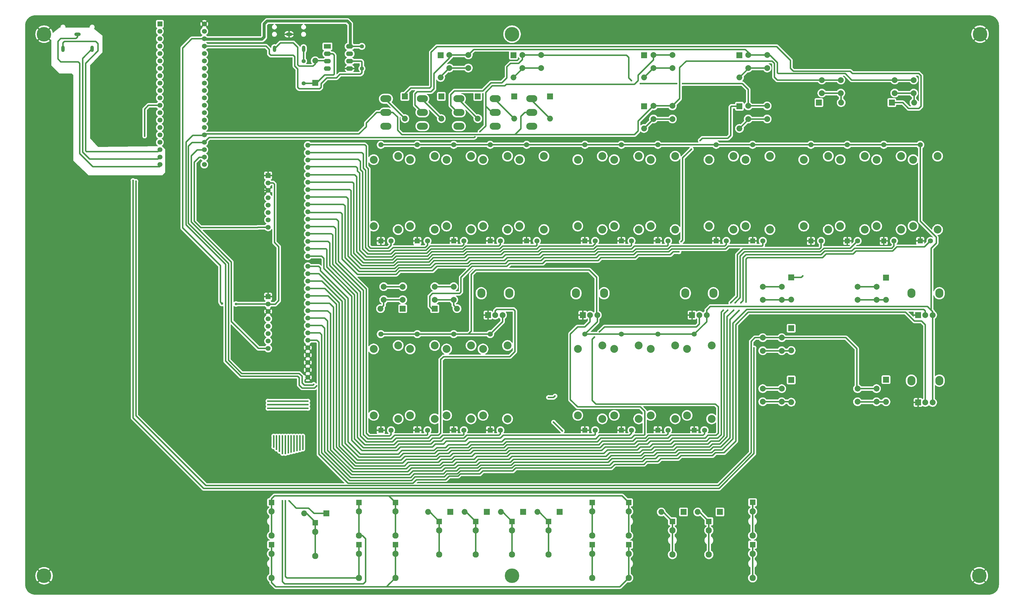
<source format=gbr>
%TF.GenerationSoftware,KiCad,Pcbnew,9.0.7*%
%TF.CreationDate,2026-02-06T18:57:41+00:00*%
%TF.ProjectId,WEASEL_KiCad,57454153-454c-45f4-9b69-4361642e6b69,rev?*%
%TF.SameCoordinates,Original*%
%TF.FileFunction,Copper,L1,Top*%
%TF.FilePolarity,Positive*%
%FSLAX46Y46*%
G04 Gerber Fmt 4.6, Leading zero omitted, Abs format (unit mm)*
G04 Created by KiCad (PCBNEW 9.0.7) date 2026-02-06 18:57:41*
%MOMM*%
%LPD*%
G01*
G04 APERTURE LIST*
%TA.AperFunction,ComponentPad*%
%ADD10C,1.700000*%
%TD*%
%TA.AperFunction,ComponentPad*%
%ADD11R,1.700000X1.700000*%
%TD*%
%TA.AperFunction,ComponentPad*%
%ADD12R,1.750000X1.750000*%
%TD*%
%TA.AperFunction,ComponentPad*%
%ADD13C,1.750000*%
%TD*%
%TA.AperFunction,ComponentPad*%
%ADD14C,2.700000*%
%TD*%
%TA.AperFunction,ComponentPad*%
%ADD15R,1.930000X1.830000*%
%TD*%
%TA.AperFunction,ComponentPad*%
%ADD16C,2.130000*%
%TD*%
%TA.AperFunction,ComponentPad*%
%ADD17R,2.000000X2.000000*%
%TD*%
%TA.AperFunction,ComponentPad*%
%ADD18O,2.000000X2.000000*%
%TD*%
%TA.AperFunction,ComponentPad*%
%ADD19C,5.000000*%
%TD*%
%TA.AperFunction,ComponentPad*%
%ADD20O,2.780000X3.240000*%
%TD*%
%TA.AperFunction,ComponentPad*%
%ADD21C,2.000000*%
%TD*%
%TA.AperFunction,ComponentPad*%
%ADD22C,1.397000*%
%TD*%
%TA.AperFunction,ComponentPad*%
%ADD23R,2.400000X1.600000*%
%TD*%
%TA.AperFunction,ComponentPad*%
%ADD24O,2.400000X1.600000*%
%TD*%
%TA.AperFunction,ComponentPad*%
%ADD25O,1.200000X2.200000*%
%TD*%
%TA.AperFunction,ComponentPad*%
%ADD26O,2.200000X1.200000*%
%TD*%
%TA.AperFunction,ComponentPad*%
%ADD27O,3.800000X2.400000*%
%TD*%
%TA.AperFunction,ViaPad*%
%ADD28C,0.600000*%
%TD*%
%TA.AperFunction,ViaPad*%
%ADD29C,0.900000*%
%TD*%
%TA.AperFunction,Conductor*%
%ADD30C,0.500000*%
%TD*%
%TA.AperFunction,Conductor*%
%ADD31C,1.000000*%
%TD*%
G04 APERTURE END LIST*
D10*
%TO.P,U1,1,vout*%
%TO.N,MUX1_SIGNAL*%
X98350000Y-85310000D03*
%TO.P,U1,2,i7*%
%TO.N,Net-(U1-i7)*%
X111950000Y-74910000D03*
%TO.P,U1,3,i6*%
%TO.N,Net-(U1-i6)*%
X111950000Y-72370000D03*
%TO.P,U1,4,i5*%
%TO.N,Net-(U1-i5)*%
X111950000Y-69830000D03*
%TO.P,U1,5,i4*%
%TO.N,Net-(U1-i4)*%
X111950000Y-67290000D03*
%TO.P,U1,6,i3*%
%TO.N,Net-(U1-i3)*%
X111950000Y-64750000D03*
%TO.P,U1,7,i2*%
%TO.N,Net-(U1-i2)*%
X111950000Y-62210000D03*
%TO.P,U1,8,i1*%
%TO.N,Net-(U1-i1)*%
X111950000Y-59670000D03*
%TO.P,U1,9,i0*%
%TO.N,Net-(U1-i0)*%
X111950000Y-57130000D03*
%TO.P,U1,10,s0*%
%TO.N,MUX1_S0*%
X98350000Y-75150000D03*
%TO.P,U1,11,s1*%
%TO.N,MUX1_S1*%
X98350000Y-77690000D03*
D11*
%TO.P,U1,12,gnd*%
%TO.N,GND*%
X98350000Y-67530000D03*
D10*
%TO.P,U1,13,s3*%
%TO.N,MUX1_S3*%
X98350000Y-82770000D03*
%TO.P,U1,14,s2*%
%TO.N,MUX1_S2*%
X98350000Y-80230000D03*
%TO.P,U1,15,e*%
%TO.N,GND*%
X98350000Y-72610000D03*
%TO.P,U1,16,i15*%
%TO.N,Net-(U1-i15)*%
X111950000Y-95230000D03*
%TO.P,U1,17,i14*%
%TO.N,Net-(U1-i14)*%
X111950000Y-92690000D03*
%TO.P,U1,18,i13*%
%TO.N,Net-(U1-i13)*%
X111950000Y-90150000D03*
%TO.P,U1,19,i12*%
%TO.N,Net-(U1-i12)*%
X111950000Y-87610000D03*
%TO.P,U1,20,i11*%
%TO.N,Net-(U1-i11)*%
X111950000Y-85070000D03*
%TO.P,U1,21,i10*%
%TO.N,Net-(U1-i10)*%
X111950000Y-82530000D03*
%TO.P,U1,22,i9*%
%TO.N,Net-(U1-i9)*%
X111950000Y-79990000D03*
%TO.P,U1,23,i8*%
%TO.N,Net-(U1-i8)*%
X111950000Y-77450000D03*
%TO.P,U1,24,vcc*%
%TO.N,Vcc*%
X98350000Y-70070000D03*
%TD*%
%TO.P,U2,1,vout*%
%TO.N,MUX2_SIGNAL*%
X98350000Y-126910000D03*
%TO.P,U2,2,i7*%
%TO.N,Net-(U2-i7)*%
X111950000Y-116510000D03*
%TO.P,U2,3,i6*%
%TO.N,Net-(U2-i6)*%
X111950000Y-113970000D03*
%TO.P,U2,4,i5*%
%TO.N,Net-(U2-i5)*%
X111950000Y-111430000D03*
%TO.P,U2,5,i4*%
%TO.N,Net-(U2-i4)*%
X111950000Y-108890000D03*
%TO.P,U2,6,i3*%
%TO.N,Net-(U2-i3)*%
X111950000Y-106350000D03*
%TO.P,U2,7,i2*%
%TO.N,Net-(U2-i2)*%
X111950000Y-103810000D03*
%TO.P,U2,8,i1*%
%TO.N,Net-(U2-i1)*%
X111950000Y-101270000D03*
%TO.P,U2,9,i0*%
%TO.N,Net-(U2-i0)*%
X111950000Y-98730000D03*
%TO.P,U2,10,s0*%
%TO.N,MUX2_S0*%
X98350000Y-116750000D03*
%TO.P,U2,11,s1*%
%TO.N,MUX2_S1*%
X98350000Y-119290000D03*
D11*
%TO.P,U2,12,gnd*%
%TO.N,GND*%
X98350000Y-109130000D03*
D10*
%TO.P,U2,13,s3*%
%TO.N,MUX2_S3*%
X98350000Y-124370000D03*
%TO.P,U2,14,s2*%
%TO.N,MUX2_S2*%
X98350000Y-121830000D03*
%TO.P,U2,15,e*%
%TO.N,GND*%
X98350000Y-114210000D03*
%TO.P,U2,16,i15*%
X111950000Y-136830000D03*
%TO.P,U2,17,i14*%
X111950000Y-134290000D03*
%TO.P,U2,18,i13*%
X111950000Y-131750000D03*
%TO.P,U2,19,i12*%
X111950000Y-129210000D03*
%TO.P,U2,20,i11*%
X111950000Y-126670000D03*
%TO.P,U2,21,i10*%
%TO.N,Net-(U2-i10)*%
X111950000Y-124130000D03*
%TO.P,U2,22,i9*%
%TO.N,Net-(U2-i9)*%
X111950000Y-121590000D03*
%TO.P,U2,23,i8*%
%TO.N,Net-(U2-i8)*%
X111950000Y-119050000D03*
%TO.P,U2,24,vcc*%
%TO.N,Vcc*%
X98350000Y-111670000D03*
%TD*%
D12*
%TO.P,RV10,1,1*%
%TO.N,GND*%
X264500000Y-90000000D03*
D13*
%TO.P,RV10,2,2*%
%TO.N,Net-(U1-i9)*%
X268000000Y-90000000D03*
%TO.P,RV10,3,3*%
%TO.N,Vcc*%
X264500000Y-57000000D03*
D14*
%TO.P,RV10,MP*%
%TO.N,N/C*%
X270450000Y-86100000D03*
X262050000Y-84900000D03*
X262050000Y-62100000D03*
X270450000Y-60900000D03*
%TD*%
D15*
%TO.P,J16,S*%
%TO.N,Net-(D24-A)*%
X157002700Y-186300000D03*
D16*
%TO.P,J16,T*%
X157002700Y-197700000D03*
%TO.P,J16,TN*%
X157002700Y-189400000D03*
%TD*%
D15*
%TO.P,J21,S*%
%TO.N,Net-(D29-A)*%
X249502700Y-186300000D03*
D16*
%TO.P,J21,T*%
X249502700Y-197700000D03*
%TO.P,J21,TN*%
X249502700Y-189400000D03*
%TD*%
D17*
%TO.P,D3,1,K*%
%TO.N,Y0*%
X157500000Y-26250000D03*
D18*
%TO.P,D3,2,A*%
%TO.N,Net-(D3-A)*%
X157500000Y-33870000D03*
%TD*%
D12*
%TO.P,RV9,1,1*%
%TO.N,GND*%
X252000000Y-90000000D03*
D13*
%TO.P,RV9,2,2*%
%TO.N,Net-(U1-i8)*%
X255500000Y-90000000D03*
%TO.P,RV9,3,3*%
%TO.N,Vcc*%
X252000000Y-57000000D03*
D14*
%TO.P,RV9,MP*%
%TO.N,N/C*%
X257950000Y-86100000D03*
X249550000Y-84900000D03*
X249550000Y-62100000D03*
X257950000Y-60900000D03*
%TD*%
D15*
%TO.P,J7,S*%
%TO.N,B1*%
X142002700Y-194300000D03*
D16*
%TO.P,J7,T*%
X142002700Y-205700000D03*
%TO.P,J7,TN*%
X142002700Y-197400000D03*
%TD*%
D19*
%TO.P,,*%
%TO.N,GND*%
X21500000Y-205000000D03*
%TD*%
D17*
%TO.P,D1,1,K*%
%TO.N,Net-(D1-K)*%
X114500000Y-35750000D03*
D18*
%TO.P,D1,2,A*%
%TO.N,Net-(D1-A)*%
X114500000Y-28130000D03*
%TD*%
D15*
%TO.P,J18,S*%
%TO.N,Net-(D26-A)*%
X182002700Y-186300000D03*
D16*
%TO.P,J18,T*%
X182002700Y-197700000D03*
%TO.P,J18,TN*%
X182002700Y-189400000D03*
%TD*%
D15*
%TO.P,J12,S*%
%TO.N,B3*%
X129502700Y-194300000D03*
D16*
%TO.P,J12,T*%
X129502700Y-205700000D03*
%TO.P,J12,TN*%
X129502700Y-197400000D03*
%TD*%
D12*
%TO.P,RV8,1,1*%
%TO.N,GND*%
X232000000Y-90000000D03*
D13*
%TO.P,RV8,2,2*%
%TO.N,Net-(U1-i7)*%
X235500000Y-90000000D03*
%TO.P,RV8,3,3*%
%TO.N,Vcc*%
X232000000Y-57000000D03*
D14*
%TO.P,RV8,MP*%
%TO.N,N/C*%
X237950000Y-86100000D03*
X229550000Y-84900000D03*
X229550000Y-62100000D03*
X237950000Y-60900000D03*
%TD*%
D20*
%TO.P,RV26,*%
%TO.N,*%
X318947300Y-107965800D03*
X328547300Y-107965800D03*
D17*
%TO.P,RV26,1,1*%
%TO.N,GND*%
X321247300Y-115465800D03*
D21*
%TO.P,RV26,2,2*%
%TO.N,Net-(U2-i9)*%
X323747300Y-115465800D03*
%TO.P,RV26,3,3*%
%TO.N,Vcc*%
X326247300Y-115465800D03*
%TD*%
D17*
%TO.P,D13,1,K*%
%TO.N,Y2*%
X277750000Y-137750000D03*
D18*
%TO.P,D13,2,A*%
%TO.N,Net-(D13-A)*%
X277750000Y-145370000D03*
%TD*%
D17*
%TO.P,D16,1,K*%
%TO.N,Y3*%
X310250000Y-137630000D03*
D18*
%TO.P,D16,2,A*%
%TO.N,Net-(D16-A)*%
X310250000Y-145250000D03*
%TD*%
D12*
%TO.P,RV22,1,1*%
%TO.N,GND*%
X284500000Y-90000000D03*
D13*
%TO.P,RV22,2,2*%
%TO.N,Net-(U2-i5)*%
X288000000Y-90000000D03*
%TO.P,RV22,3,3*%
%TO.N,Vcc*%
X284500000Y-57000000D03*
D14*
%TO.P,RV22,MP*%
%TO.N,N/C*%
X290450000Y-86100000D03*
X282050000Y-84900000D03*
X282050000Y-62100000D03*
X290450000Y-60900000D03*
%TD*%
D21*
%TO.P,SW2,1,1*%
%TO.N,X1*%
X185500000Y-26130000D03*
X192000000Y-26130000D03*
%TO.P,SW2,2,2*%
%TO.N,Net-(D4-A)*%
X185500000Y-30630000D03*
X192000000Y-30630000D03*
%TD*%
D17*
%TO.P,D8,1,K*%
%TO.N,Y1*%
X260000000Y-43750000D03*
D18*
%TO.P,D8,2,A*%
%TO.N,Net-(D8-A)*%
X260000000Y-51370000D03*
%TD*%
D15*
%TO.P,J8,S*%
%TO.N,B1*%
X222002700Y-194300000D03*
D16*
%TO.P,J8,T*%
X222002700Y-205700000D03*
%TO.P,J8,TN*%
X222002700Y-197400000D03*
%TD*%
D17*
%TO.P,D26,1,K*%
%TO.N,A3*%
X185810000Y-183080000D03*
D18*
%TO.P,D26,2,A*%
%TO.N,Net-(D26-A)*%
X178190000Y-183080000D03*
%TD*%
D17*
%TO.P,D6,1,K*%
%TO.N,Y0*%
X227250000Y-43750000D03*
D18*
%TO.P,D6,2,A*%
%TO.N,Net-(D6-A)*%
X227250000Y-51370000D03*
%TD*%
D15*
%TO.P,J17,S*%
%TO.N,Net-(D25-A)*%
X169502700Y-186300000D03*
D16*
%TO.P,J17,T*%
X169502700Y-197700000D03*
%TO.P,J17,TN*%
X169502700Y-189400000D03*
%TD*%
D12*
%TO.P,RV3,1,1*%
%TO.N,GND*%
X162000000Y-90000000D03*
D13*
%TO.P,RV3,2,2*%
%TO.N,Net-(U1-i2)*%
X165500000Y-90000000D03*
%TO.P,RV3,3,3*%
%TO.N,Vcc*%
X162000000Y-57000000D03*
D14*
%TO.P,RV3,MP*%
%TO.N,N/C*%
X167950000Y-86100000D03*
X159550000Y-84900000D03*
X159550000Y-62100000D03*
X167950000Y-60900000D03*
%TD*%
D15*
%TO.P,J13,S*%
%TO.N,B3*%
X209502700Y-194300000D03*
D16*
%TO.P,J13,T*%
X209502700Y-205700000D03*
%TO.P,J13,TN*%
X209502700Y-197400000D03*
%TD*%
D17*
%TO.P,D23,1,K*%
%TO.N,A0*%
X118310000Y-183580000D03*
D18*
%TO.P,D23,2,A*%
%TO.N,Net-(D23-A)*%
X110690000Y-183580000D03*
%TD*%
D17*
%TO.P,D22,1,K*%
%TO.N,Y4*%
X195000000Y-40380000D03*
D18*
%TO.P,D22,2,A*%
%TO.N,Net-(D22-A)*%
X195000000Y-48000000D03*
%TD*%
D22*
%TO.P,R2,1*%
%TO.N,Vcc*%
X130500000Y-23190000D03*
%TO.P,R2,2*%
%TO.N,MIDI_INPUT*%
X130500000Y-30810000D03*
%TD*%
D17*
%TO.P,D9,1,K*%
%TO.N,Y1*%
X155500000Y-113250000D03*
D18*
%TO.P,D9,2,A*%
%TO.N,Net-(D9-A)*%
X163120000Y-113250000D03*
%TD*%
D12*
%TO.P,RV13,1,1*%
%TO.N,GND*%
X162000000Y-155000000D03*
D13*
%TO.P,RV13,2,2*%
%TO.N,Net-(U1-i13)*%
X165500000Y-155000000D03*
%TO.P,RV13,3,3*%
%TO.N,Vcc*%
X162000000Y-122000000D03*
D14*
%TO.P,RV13,MP*%
%TO.N,N/C*%
X167950000Y-151100000D03*
X159550000Y-149900000D03*
X159550000Y-127100000D03*
X167950000Y-125900000D03*
%TD*%
D21*
%TO.P,SW15,1,1*%
%TO.N,X2*%
X300497300Y-105750000D03*
X306997300Y-105750000D03*
%TO.P,SW15,2,2*%
%TO.N,Net-(D17-A)*%
X300497300Y-110250000D03*
X306997300Y-110250000D03*
%TD*%
%TO.P,SW3,1,1*%
%TO.N,X2*%
X230500000Y-26130000D03*
X237000000Y-26130000D03*
%TO.P,SW3,2,2*%
%TO.N,Net-(D5-A)*%
X230500000Y-30630000D03*
X237000000Y-30630000D03*
%TD*%
D20*
%TO.P,RV27,*%
%TO.N,*%
X318947300Y-137965800D03*
X328547300Y-137965800D03*
D17*
%TO.P,RV27,1,1*%
%TO.N,GND*%
X321247300Y-145465800D03*
D21*
%TO.P,RV27,2,2*%
%TO.N,Net-(U2-i10)*%
X323747300Y-145465800D03*
%TO.P,RV27,3,3*%
%TO.N,Vcc*%
X326247300Y-145465800D03*
%TD*%
D12*
%TO.P,RV19,1,1*%
%TO.N,GND*%
X232000000Y-155000000D03*
D13*
%TO.P,RV19,2,2*%
%TO.N,Net-(U2-i2)*%
X235500000Y-155000000D03*
%TO.P,RV19,3,3*%
%TO.N,Vcc*%
X232000000Y-122000000D03*
D14*
%TO.P,RV19,MP*%
%TO.N,N/C*%
X237950000Y-151100000D03*
X229550000Y-149900000D03*
X229550000Y-127100000D03*
X237950000Y-125900000D03*
%TD*%
D17*
%TO.P,D29,1,K*%
%TO.N,A6*%
X253310000Y-183080000D03*
D18*
%TO.P,D29,2,A*%
%TO.N,Net-(D29-A)*%
X245690000Y-183080000D03*
%TD*%
D21*
%TO.P,SW9,1,1*%
%TO.N,X0*%
X267997300Y-105715800D03*
X274497300Y-105715800D03*
%TO.P,SW9,2,2*%
%TO.N,Net-(D11-A)*%
X267997300Y-110215800D03*
X274497300Y-110215800D03*
%TD*%
D12*
%TO.P,RV23,1,1*%
%TO.N,GND*%
X297000000Y-90000000D03*
D13*
%TO.P,RV23,2,2*%
%TO.N,Net-(U2-i6)*%
X300500000Y-90000000D03*
%TO.P,RV23,3,3*%
%TO.N,Vcc*%
X297000000Y-57000000D03*
D14*
%TO.P,RV23,MP*%
%TO.N,N/C*%
X302950000Y-86100000D03*
X294550000Y-84900000D03*
X294550000Y-62100000D03*
X302950000Y-60900000D03*
%TD*%
D20*
%TO.P,RV21,*%
%TO.N,*%
X241447300Y-107965800D03*
X251047300Y-107965800D03*
D17*
%TO.P,RV21,1,1*%
%TO.N,GND*%
X243747300Y-115465800D03*
D21*
%TO.P,RV21,2,2*%
%TO.N,Net-(U2-i4)*%
X246247300Y-115465800D03*
%TO.P,RV21,3,3*%
%TO.N,Vcc*%
X248747300Y-115465800D03*
%TD*%
D15*
%TO.P,J10,S*%
%TO.N,B2*%
X209502700Y-179800000D03*
D16*
%TO.P,J10,T*%
X209502700Y-191200000D03*
%TO.P,J10,TN*%
X209502700Y-182900000D03*
%TD*%
D15*
%TO.P,J6,S*%
%TO.N,B1*%
X99502700Y-194300000D03*
D16*
%TO.P,J6,T*%
X99502700Y-205700000D03*
%TO.P,J6,TN*%
X99502700Y-197400000D03*
%TD*%
D21*
%TO.P,SW5,1,1*%
%TO.N,X0*%
X263000000Y-26130000D03*
X269500000Y-26130000D03*
%TO.P,SW5,2,2*%
%TO.N,Net-(D7-A)*%
X263000000Y-30630000D03*
X269500000Y-30630000D03*
%TD*%
D15*
%TO.P,J19,S*%
%TO.N,Net-(D27-A)*%
X194502700Y-186300000D03*
D16*
%TO.P,J19,T*%
X194502700Y-197700000D03*
%TO.P,J19,TN*%
X194502700Y-189400000D03*
%TD*%
D21*
%TO.P,SW8,1,1*%
%TO.N,X3*%
X137997300Y-105715800D03*
X144497300Y-105715800D03*
%TO.P,SW8,2,2*%
%TO.N,Net-(D10-A)*%
X137997300Y-110215800D03*
X144497300Y-110215800D03*
%TD*%
D15*
%TO.P,J5,S*%
%TO.N,B0*%
X222002700Y-179800000D03*
D16*
%TO.P,J5,T*%
X222002700Y-191200000D03*
%TO.P,J5,TN*%
X222002700Y-182900000D03*
%TD*%
D17*
%TO.P,D12,1,K*%
%TO.N,Y2*%
X277750000Y-120000000D03*
D18*
%TO.P,D12,2,A*%
%TO.N,Net-(D12-A)*%
X277750000Y-127620000D03*
%TD*%
D12*
%TO.P,RV20,1,1*%
%TO.N,GND*%
X244500000Y-155000000D03*
D13*
%TO.P,RV20,2,2*%
%TO.N,Net-(U2-i3)*%
X248000000Y-155000000D03*
%TO.P,RV20,3,3*%
%TO.N,Vcc*%
X244500000Y-122000000D03*
D14*
%TO.P,RV20,MP*%
%TO.N,N/C*%
X250450000Y-151100000D03*
X242050000Y-149900000D03*
X242050000Y-127100000D03*
X250450000Y-125900000D03*
%TD*%
D15*
%TO.P,J9,S*%
%TO.N,B2*%
X129502700Y-179800000D03*
D16*
%TO.P,J9,T*%
X129502700Y-191200000D03*
%TO.P,J9,TN*%
X129502700Y-182900000D03*
%TD*%
D12*
%TO.P,RV11,1,1*%
%TO.N,GND*%
X137000000Y-155000000D03*
D13*
%TO.P,RV11,2,2*%
%TO.N,Net-(U1-i10)*%
X140500000Y-155000000D03*
%TO.P,RV11,3,3*%
%TO.N,Vcc*%
X137000000Y-122000000D03*
D14*
%TO.P,RV11,MP*%
%TO.N,N/C*%
X142950000Y-151100000D03*
X134550000Y-149900000D03*
X134550000Y-127100000D03*
X142950000Y-125900000D03*
%TD*%
D22*
%TO.P,R1,1*%
%TO.N,Net-(J1-PadR)*%
X110500000Y-28250000D03*
%TO.P,R1,2*%
%TO.N,Net-(D1-K)*%
X110500000Y-35870000D03*
%TD*%
D12*
%TO.P,RV6,1,1*%
%TO.N,GND*%
X207000000Y-90000000D03*
D13*
%TO.P,RV6,2,2*%
%TO.N,Net-(U1-i5)*%
X210500000Y-90000000D03*
%TO.P,RV6,3,3*%
%TO.N,Vcc*%
X207000000Y-57000000D03*
D14*
%TO.P,RV6,MP*%
%TO.N,N/C*%
X212950000Y-86100000D03*
X204550000Y-84900000D03*
X204550000Y-62100000D03*
X212950000Y-60900000D03*
%TD*%
D23*
%TO.P,U3,1,NC*%
%TO.N,unconnected-(U3-NC-Pad1)*%
X118675000Y-23200000D03*
D24*
%TO.P,U3,2,C1*%
%TO.N,Net-(D1-K)*%
X118675000Y-25740000D03*
%TO.P,U3,3,C2*%
%TO.N,Net-(D1-A)*%
X118675000Y-28280000D03*
%TO.P,U3,4,NC*%
%TO.N,unconnected-(U3-NC-Pad4)*%
X118675000Y-30820000D03*
%TO.P,U3,5,GND*%
%TO.N,GND*%
X126295000Y-30820000D03*
%TO.P,U3,6,VO2*%
%TO.N,MIDI_INPUT*%
X126295000Y-28280000D03*
%TO.P,U3,7,VO1*%
%TO.N,unconnected-(U3-VO1-Pad7)*%
X126295000Y-25740000D03*
%TO.P,U3,8,VCC*%
%TO.N,Vcc*%
X126295000Y-23200000D03*
%TD*%
D21*
%TO.P,SW13,1,1*%
%TO.N,X0*%
X313250000Y-34750000D03*
X319750000Y-34750000D03*
%TO.P,SW13,2,2*%
%TO.N,Net-(D15-A)*%
X313250000Y-39250000D03*
X319750000Y-39250000D03*
%TD*%
D12*
%TO.P,RV25,1,1*%
%TO.N,GND*%
X322000000Y-90000000D03*
D13*
%TO.P,RV25,2,2*%
%TO.N,Net-(U2-i8)*%
X325500000Y-90000000D03*
%TO.P,RV25,3,3*%
%TO.N,Vcc*%
X322000000Y-57000000D03*
D14*
%TO.P,RV25,MP*%
%TO.N,N/C*%
X327950000Y-86100000D03*
X319550000Y-84900000D03*
X319550000Y-62100000D03*
X327950000Y-60900000D03*
%TD*%
D20*
%TO.P,RV18,*%
%TO.N,*%
X203947300Y-107965800D03*
X213547300Y-107965800D03*
D17*
%TO.P,RV18,1,1*%
%TO.N,GND*%
X206247300Y-115465800D03*
D21*
%TO.P,RV18,2,2*%
%TO.N,Net-(U2-i1)*%
X208747300Y-115465800D03*
%TO.P,RV18,3,3*%
%TO.N,Vcc*%
X211247300Y-115465800D03*
%TD*%
D19*
%TO.P,,*%
%TO.N,GND*%
X342250000Y-205000000D03*
%TD*%
D25*
%TO.P,J2,R*%
%TO.N,OUT_R*%
X38000000Y-24050000D03*
D26*
%TO.P,J2,S*%
%TO.N,AGND*%
X33000000Y-19050000D03*
D25*
%TO.P,J2,T*%
%TO.N,OUT_L*%
X28000000Y-24050000D03*
%TD*%
D15*
%TO.P,J3,S*%
%TO.N,B0*%
X99500000Y-179800000D03*
D16*
%TO.P,J3,T*%
X99500000Y-191200000D03*
%TO.P,J3,TN*%
X99500000Y-182900000D03*
%TD*%
D20*
%TO.P,RV15,*%
%TO.N,*%
X171447300Y-107965800D03*
X181047300Y-107965800D03*
D17*
%TO.P,RV15,1,1*%
%TO.N,GND*%
X173747300Y-115465800D03*
D21*
%TO.P,RV15,2,2*%
%TO.N,Net-(U1-i12)*%
X176247300Y-115465800D03*
%TO.P,RV15,3,3*%
%TO.N,Vcc*%
X178747300Y-115465800D03*
%TD*%
D15*
%TO.P,J20,S*%
%TO.N,Net-(D28-A)*%
X237002700Y-186300000D03*
D16*
%TO.P,J20,T*%
X237002700Y-197700000D03*
%TO.P,J20,TN*%
X237002700Y-189400000D03*
%TD*%
D17*
%TO.P,D18,1,K*%
%TO.N,Y3*%
X145250000Y-40380000D03*
D18*
%TO.P,D18,2,A*%
%TO.N,Net-(D18-A)*%
X145250000Y-48000000D03*
%TD*%
D12*
%TO.P,RV24,1,1*%
%TO.N,GND*%
X309500000Y-90000000D03*
D13*
%TO.P,RV24,2,2*%
%TO.N,Net-(U2-i7)*%
X313000000Y-90000000D03*
%TO.P,RV24,3,3*%
%TO.N,Vcc*%
X309500000Y-57000000D03*
D14*
%TO.P,RV24,MP*%
%TO.N,N/C*%
X315450000Y-86100000D03*
X307050000Y-84900000D03*
X307050000Y-62100000D03*
X315450000Y-60900000D03*
%TD*%
D27*
%TO.P,SW19,1,A*%
%TO.N,Net-(D21-A)*%
X176250000Y-41180000D03*
%TO.P,SW19,2,B*%
%TO.N,X2*%
X176250000Y-45880000D03*
%TO.P,SW19,3,C*%
%TO.N,unconnected-(SW19-C-Pad3)*%
X176250000Y-50580000D03*
%TD*%
D17*
%TO.P,D24,1,K*%
%TO.N,A1*%
X160810000Y-183080000D03*
D18*
%TO.P,D24,2,A*%
%TO.N,Net-(D24-A)*%
X153190000Y-183080000D03*
%TD*%
D17*
%TO.P,D20,1,K*%
%TO.N,Y4*%
X170250000Y-40380000D03*
D18*
%TO.P,D20,2,A*%
%TO.N,Net-(D20-A)*%
X170250000Y-48000000D03*
%TD*%
D17*
%TO.P,D7,1,K*%
%TO.N,Y1*%
X260000000Y-26250000D03*
D18*
%TO.P,D7,2,A*%
%TO.N,Net-(D7-A)*%
X260000000Y-33870000D03*
%TD*%
D21*
%TO.P,SW6,1,1*%
%TO.N,X1*%
X263000000Y-43630000D03*
X269500000Y-43630000D03*
%TO.P,SW6,2,2*%
%TO.N,Net-(D8-A)*%
X263000000Y-48130000D03*
X269500000Y-48130000D03*
%TD*%
D17*
%TO.P,D11,1,K*%
%TO.N,Y2*%
X277750000Y-102500000D03*
D18*
%TO.P,D11,2,A*%
%TO.N,Net-(D11-A)*%
X277750000Y-110120000D03*
%TD*%
D15*
%TO.P,J4,S*%
%TO.N,B0*%
X142002700Y-179800000D03*
D16*
%TO.P,J4,T*%
X142002700Y-191200000D03*
%TO.P,J4,TN*%
X142002700Y-182900000D03*
%TD*%
D19*
%TO.P,,*%
%TO.N,GND*%
X21500000Y-19000000D03*
%TD*%
D21*
%TO.P,SW1,1,1*%
%TO.N,X0*%
X160500000Y-26130000D03*
X167000000Y-26130000D03*
%TO.P,SW1,2,2*%
%TO.N,Net-(D3-A)*%
X160500000Y-30630000D03*
X167000000Y-30630000D03*
%TD*%
D25*
%TO.P,J1,R*%
%TO.N,Net-(J1-PadR)*%
X110500000Y-24050000D03*
D26*
%TO.P,J1,S*%
%TO.N,GND*%
X105500000Y-19050000D03*
D25*
%TO.P,J1,T*%
%TO.N,Net-(D1-A)*%
X100500000Y-24050000D03*
%TD*%
D21*
%TO.P,SW4,1,1*%
%TO.N,X3*%
X230500000Y-43630000D03*
X237000000Y-43630000D03*
%TO.P,SW4,2,2*%
%TO.N,Net-(D6-A)*%
X230500000Y-48130000D03*
X237000000Y-48130000D03*
%TD*%
D12*
%TO.P,RV14,1,1*%
%TO.N,GND*%
X174500000Y-155000000D03*
D13*
%TO.P,RV14,2,2*%
%TO.N,Net-(U1-i14)*%
X178000000Y-155000000D03*
%TO.P,RV14,3,3*%
%TO.N,Vcc*%
X174500000Y-122000000D03*
D14*
%TO.P,RV14,MP*%
%TO.N,N/C*%
X180450000Y-151100000D03*
X172050000Y-149900000D03*
X172050000Y-127100000D03*
X180450000Y-125900000D03*
%TD*%
D17*
%TO.P,D25,1,K*%
%TO.N,A2*%
X173310000Y-183080000D03*
D18*
%TO.P,D25,2,A*%
%TO.N,Net-(D25-A)*%
X165690000Y-183080000D03*
%TD*%
D17*
%TO.P,D21,1,K*%
%TO.N,Y4*%
X182750000Y-40380000D03*
D18*
%TO.P,D21,2,A*%
%TO.N,Net-(D21-A)*%
X182750000Y-48000000D03*
%TD*%
D12*
%TO.P,RV7,1,1*%
%TO.N,GND*%
X219500000Y-90000000D03*
D13*
%TO.P,RV7,2,2*%
%TO.N,Net-(U1-i6)*%
X223000000Y-90000000D03*
%TO.P,RV7,3,3*%
%TO.N,Vcc*%
X219500000Y-57000000D03*
D14*
%TO.P,RV7,MP*%
%TO.N,N/C*%
X225450000Y-86100000D03*
X217050000Y-84900000D03*
X217050000Y-62100000D03*
X225450000Y-60900000D03*
%TD*%
D15*
%TO.P,J15,S*%
%TO.N,Net-(D23-A)*%
X114502700Y-186800000D03*
D16*
%TO.P,J15,T*%
X114502700Y-198200000D03*
%TO.P,J15,TN*%
X114502700Y-189900000D03*
%TD*%
D12*
%TO.P,RV17,1,1*%
%TO.N,GND*%
X219500000Y-155000000D03*
D13*
%TO.P,RV17,2,2*%
%TO.N,Net-(U2-i0)*%
X223000000Y-155000000D03*
%TO.P,RV17,3,3*%
%TO.N,Vcc*%
X219500000Y-122000000D03*
D14*
%TO.P,RV17,MP*%
%TO.N,N/C*%
X225450000Y-151100000D03*
X217050000Y-149900000D03*
X217050000Y-127100000D03*
X225450000Y-125900000D03*
%TD*%
D15*
%TO.P,J11,S*%
%TO.N,B2*%
X264502700Y-179770000D03*
D16*
%TO.P,J11,T*%
X264502700Y-191170000D03*
%TO.P,J11,TN*%
X264502700Y-182870000D03*
%TD*%
D19*
%TO.P,,*%
%TO.N,GND*%
X182000000Y-205000000D03*
%TD*%
D12*
%TO.P,RV5,1,1*%
%TO.N,GND*%
X187000000Y-90000000D03*
D13*
%TO.P,RV5,2,2*%
%TO.N,Net-(U1-i4)*%
X190500000Y-90000000D03*
%TO.P,RV5,3,3*%
%TO.N,Vcc*%
X187000000Y-57000000D03*
D14*
%TO.P,RV5,MP*%
%TO.N,N/C*%
X192950000Y-86100000D03*
X184550000Y-84900000D03*
X184550000Y-62100000D03*
X192950000Y-60900000D03*
%TD*%
D21*
%TO.P,SW14,1,1*%
%TO.N,X1*%
X300497300Y-140715800D03*
X306997300Y-140715800D03*
%TO.P,SW14,2,2*%
%TO.N,Net-(D16-A)*%
X300497300Y-145215800D03*
X306997300Y-145215800D03*
%TD*%
%TO.P,SW10,1,1*%
%TO.N,X1*%
X267997300Y-123215800D03*
X274497300Y-123215800D03*
%TO.P,SW10,2,2*%
%TO.N,Net-(D12-A)*%
X267997300Y-127715800D03*
X274497300Y-127715800D03*
%TD*%
D12*
%TO.P,RV1,1,1*%
%TO.N,GND*%
X137000000Y-90000000D03*
D13*
%TO.P,RV1,2,2*%
%TO.N,Net-(U1-i0)*%
X140500000Y-90000000D03*
%TO.P,RV1,3,3*%
%TO.N,Vcc*%
X137000000Y-57000000D03*
D14*
%TO.P,RV1,MP*%
%TO.N,N/C*%
X142950000Y-86100000D03*
X134550000Y-84900000D03*
X134550000Y-62100000D03*
X142950000Y-60900000D03*
%TD*%
D21*
%TO.P,SW11,1,1*%
%TO.N,X2*%
X267997300Y-140715800D03*
X274497300Y-140715800D03*
%TO.P,SW11,2,2*%
%TO.N,Net-(D13-A)*%
X267997300Y-145215800D03*
X274497300Y-145215800D03*
%TD*%
%TO.P,SW7,1,1*%
%TO.N,X2*%
X155497300Y-105715800D03*
X161997300Y-105715800D03*
%TO.P,SW7,2,2*%
%TO.N,Net-(D9-A)*%
X155497300Y-110215800D03*
X161997300Y-110215800D03*
%TD*%
D27*
%TO.P,SW18,1,A*%
%TO.N,Net-(D20-A)*%
X163750000Y-41180000D03*
%TO.P,SW18,2,B*%
%TO.N,X1*%
X163750000Y-45880000D03*
%TO.P,SW18,3,C*%
%TO.N,unconnected-(SW18-C-Pad3)*%
X163750000Y-50580000D03*
%TD*%
D11*
%TO.P,A1,1,USB_ID*%
%TO.N,MUX1_S0*%
X61210000Y-15500000D03*
D10*
%TO.P,A1,2,SD_DATA_3*%
%TO.N,MUX1_S1*%
X61210000Y-18040000D03*
%TO.P,A1,3,SD_DATA_2*%
%TO.N,MUX1_S2*%
X61210000Y-20580000D03*
%TO.P,A1,4,SD_DATA_1*%
%TO.N,MUX1_S3*%
X61210000Y-23120000D03*
%TO.P,A1,5,SD_DATA_0*%
%TO.N,MUX2_S0*%
X61210000Y-25660000D03*
%TO.P,A1,6,SD_CMD*%
%TO.N,MUX2_S1*%
X61210000Y-28200000D03*
%TO.P,A1,7,SD_CLK*%
%TO.N,MUX2_S2*%
X61210000Y-30740000D03*
%TO.P,A1,8,SPI1_CS*%
%TO.N,MUX2_S3*%
X61210000Y-33280000D03*
%TO.P,A1,9,SPI1_SCK*%
%TO.N,Y0*%
X61210000Y-35820000D03*
%TO.P,A1,10,SPI1_POCI*%
%TO.N,Y1*%
X61210000Y-38360000D03*
%TO.P,A1,11,SPI1_PICO*%
%TO.N,Y2*%
X61210000Y-40900000D03*
%TO.P,A1,12,I2C1_SCL*%
%TO.N,Y3*%
X61210000Y-43440000D03*
%TO.P,A1,13,I2C1_SDA*%
%TO.N,X0*%
X61210000Y-45980000D03*
%TO.P,A1,14,USART1_TX*%
%TO.N,X1*%
X61210000Y-48520000D03*
%TO.P,A1,15,USART1_RX*%
%TO.N,Y4*%
X61210000Y-51060000D03*
%TO.P,A1,16,AUDIO_IN_1*%
%TO.N,unconnected-(A1-AUDIO_IN_1-Pad16)*%
X61210000Y-53600000D03*
%TO.P,A1,17,AUDIO_IN_2*%
%TO.N,unconnected-(A1-AUDIO_IN_2-Pad17)*%
X61210000Y-56140000D03*
%TO.P,A1,18,AUDIO_OUT_1*%
%TO.N,OUT_L*%
X61210000Y-58680000D03*
%TO.P,A1,19,AUDIO_OUT_2*%
%TO.N,OUT_R*%
X61210000Y-61220000D03*
%TO.P,A1,20,AGND*%
%TO.N,AGND*%
X61210000Y-63760000D03*
%TO.P,A1,21,3V3_A*%
%TO.N,unconnected-(A1-3V3_A-Pad21)*%
X76450000Y-63760000D03*
%TO.P,A1,22,ADC_0*%
%TO.N,MUX1_SIGNAL*%
X76450000Y-61220000D03*
%TO.P,A1,23,ADC_1*%
%TO.N,MUX2_SIGNAL*%
X76450000Y-58680000D03*
%TO.P,A1,24,ADC_2*%
%TO.N,X2*%
X76450000Y-56140000D03*
%TO.P,A1,25,ADC_3*%
%TO.N,X3*%
X76450000Y-53600000D03*
%TO.P,A1,26,ADC_4*%
%TO.N,B0*%
X76450000Y-51060000D03*
%TO.P,A1,27,ADC_5*%
%TO.N,B1*%
X76450000Y-48520000D03*
%TO.P,A1,28,ADC_6*%
%TO.N,B2*%
X76450000Y-45980000D03*
%TO.P,A1,29,DAC_OUT2*%
%TO.N,B3*%
X76450000Y-43440000D03*
%TO.P,A1,30,DAC_OUT1*%
%TO.N,A0*%
X76450000Y-40900000D03*
%TO.P,A1,31,SAI2_MCLK*%
%TO.N,A1*%
X76450000Y-38360000D03*
%TO.P,A1,32,SAI2_SD_B*%
%TO.N,A2*%
X76450000Y-35820000D03*
%TO.P,A1,33,SAI2_SD_A*%
%TO.N,A3*%
X76450000Y-33280000D03*
%TO.P,A1,34,SAI2_FS*%
%TO.N,A4*%
X76450000Y-30740000D03*
%TO.P,A1,35,SAI2_SCK*%
%TO.N,A5*%
X76450000Y-28200000D03*
%TO.P,A1,36,USB_D_-*%
%TO.N,A6*%
X76450000Y-25660000D03*
%TO.P,A1,37,USB_D_+*%
%TO.N,MIDI_INPUT*%
X76450000Y-23120000D03*
%TO.P,A1,38,3V3_D*%
%TO.N,Vcc*%
X76450000Y-20580000D03*
%TO.P,A1,39,VIN*%
%TO.N,unconnected-(A1-VIN-Pad39)*%
X76450000Y-18040000D03*
%TO.P,A1,40,DGND*%
%TO.N,GND*%
X76450000Y-15500000D03*
%TD*%
D12*
%TO.P,RV16,1,1*%
%TO.N,GND*%
X207000000Y-155000000D03*
D13*
%TO.P,RV16,2,2*%
%TO.N,Net-(U1-i15)*%
X210500000Y-155000000D03*
%TO.P,RV16,3,3*%
%TO.N,Vcc*%
X207000000Y-122000000D03*
D14*
%TO.P,RV16,MP*%
%TO.N,N/C*%
X212950000Y-151100000D03*
X204550000Y-149900000D03*
X204550000Y-127100000D03*
X212950000Y-125900000D03*
%TD*%
D19*
%TO.P,,*%
%TO.N,GND*%
X342500000Y-19000000D03*
%TD*%
D17*
%TO.P,D4,1,K*%
%TO.N,Y0*%
X182500000Y-26250000D03*
D18*
%TO.P,D4,2,A*%
%TO.N,Net-(D4-A)*%
X182500000Y-33870000D03*
%TD*%
D17*
%TO.P,D19,1,K*%
%TO.N,Y4*%
X157750000Y-40380000D03*
D18*
%TO.P,D19,2,A*%
%TO.N,Net-(D19-A)*%
X157750000Y-48000000D03*
%TD*%
D27*
%TO.P,SW16,1,A*%
%TO.N,Net-(D18-A)*%
X138750000Y-41180000D03*
%TO.P,SW16,2,B*%
%TO.N,X3*%
X138750000Y-45880000D03*
%TO.P,SW16,3,C*%
%TO.N,unconnected-(SW16-C-Pad3)*%
X138750000Y-50580000D03*
%TD*%
D15*
%TO.P,J14,S*%
%TO.N,B3*%
X264502700Y-194300000D03*
D16*
%TO.P,J14,T*%
X264502700Y-205700000D03*
%TO.P,J14,TN*%
X264502700Y-197400000D03*
%TD*%
D19*
%TO.P,,*%
%TO.N,*%
X182000000Y-205000000D03*
%TD*%
D17*
%TO.P,D27,1,K*%
%TO.N,A4*%
X198310000Y-183080000D03*
D18*
%TO.P,D27,2,A*%
%TO.N,Net-(D27-A)*%
X190690000Y-183080000D03*
%TD*%
D19*
%TO.P,,*%
%TO.N,*%
X182000000Y-19000000D03*
%TD*%
D12*
%TO.P,RV2,1,1*%
%TO.N,GND*%
X149500000Y-90000000D03*
D13*
%TO.P,RV2,2,2*%
%TO.N,Net-(U1-i1)*%
X153000000Y-90000000D03*
%TO.P,RV2,3,3*%
%TO.N,Vcc*%
X149500000Y-57000000D03*
D14*
%TO.P,RV2,MP*%
%TO.N,N/C*%
X155450000Y-86100000D03*
X147050000Y-84900000D03*
X147050000Y-62100000D03*
X155450000Y-60900000D03*
%TD*%
D21*
%TO.P,SW12,1,1*%
%TO.N,X3*%
X288250000Y-34750000D03*
X294750000Y-34750000D03*
%TO.P,SW12,2,2*%
%TO.N,Net-(D14-A)*%
X288250000Y-39250000D03*
X294750000Y-39250000D03*
%TD*%
D17*
%TO.P,D14,1,K*%
%TO.N,Y2*%
X287250000Y-42500000D03*
D18*
%TO.P,D14,2,A*%
%TO.N,Net-(D14-A)*%
X294870000Y-42500000D03*
%TD*%
D12*
%TO.P,RV12,1,1*%
%TO.N,GND*%
X149500000Y-155000000D03*
D13*
%TO.P,RV12,2,2*%
%TO.N,Net-(U1-i11)*%
X153000000Y-155000000D03*
%TO.P,RV12,3,3*%
%TO.N,Vcc*%
X149500000Y-122000000D03*
D14*
%TO.P,RV12,MP*%
%TO.N,N/C*%
X155450000Y-151100000D03*
X147050000Y-149900000D03*
X147050000Y-127100000D03*
X155450000Y-125900000D03*
%TD*%
D17*
%TO.P,D28,1,K*%
%TO.N,A5*%
X240810000Y-183080000D03*
D18*
%TO.P,D28,2,A*%
%TO.N,Net-(D28-A)*%
X233190000Y-183080000D03*
%TD*%
D17*
%TO.P,D17,1,K*%
%TO.N,Y3*%
X310250000Y-102630000D03*
D18*
%TO.P,D17,2,A*%
%TO.N,Net-(D17-A)*%
X310250000Y-110250000D03*
%TD*%
D27*
%TO.P,SW17,1,A*%
%TO.N,Net-(D19-A)*%
X151250000Y-41180000D03*
%TO.P,SW17,2,B*%
%TO.N,X0*%
X151250000Y-45880000D03*
%TO.P,SW17,3,C*%
%TO.N,unconnected-(SW17-C-Pad3)*%
X151250000Y-50580000D03*
%TD*%
D12*
%TO.P,RV4,1,1*%
%TO.N,GND*%
X174500000Y-90000000D03*
D13*
%TO.P,RV4,2,2*%
%TO.N,Net-(U1-i3)*%
X178000000Y-90000000D03*
%TO.P,RV4,3,3*%
%TO.N,Vcc*%
X174500000Y-57000000D03*
D14*
%TO.P,RV4,MP*%
%TO.N,N/C*%
X180450000Y-86100000D03*
X172050000Y-84900000D03*
X172050000Y-62100000D03*
X180450000Y-60900000D03*
%TD*%
D17*
%TO.P,D10,1,K*%
%TO.N,Y1*%
X144500000Y-113250000D03*
D18*
%TO.P,D10,2,A*%
%TO.N,Net-(D10-A)*%
X136880000Y-113250000D03*
%TD*%
D17*
%TO.P,D5,1,K*%
%TO.N,Y0*%
X227250000Y-26250000D03*
D18*
%TO.P,D5,2,A*%
%TO.N,Net-(D5-A)*%
X227250000Y-33870000D03*
%TD*%
D27*
%TO.P,SW20,1,A*%
%TO.N,Net-(D22-A)*%
X188750000Y-41180000D03*
%TO.P,SW20,2,B*%
%TO.N,X3*%
X188750000Y-45880000D03*
%TO.P,SW20,3,C*%
%TO.N,unconnected-(SW20-C-Pad3)*%
X188750000Y-50580000D03*
%TD*%
D17*
%TO.P,D15,1,K*%
%TO.N,Y3*%
X312250000Y-42500000D03*
D18*
%TO.P,D15,2,A*%
%TO.N,Net-(D15-A)*%
X319870000Y-42500000D03*
%TD*%
D28*
%TO.N,GND*%
X92000000Y-52250000D03*
X92000000Y-84250000D03*
X92000000Y-55500000D03*
%TO.N,A2*%
X106250000Y-162500000D03*
X106250000Y-157000000D03*
%TO.N,B0*%
X100250000Y-160750000D03*
X100250000Y-157000000D03*
%TO.N,A1*%
X105250000Y-162750000D03*
X105250000Y-157000000D03*
%TO.N,A3*%
X107250000Y-162250000D03*
X107250000Y-157000000D03*
%TO.N,A0*%
X104250000Y-157000000D03*
X104250000Y-163000000D03*
X105500000Y-179250000D03*
%TO.N,A4*%
X108250000Y-162000000D03*
X108250000Y-157000000D03*
%TO.N,A5*%
X109250000Y-161750000D03*
X109250000Y-157000000D03*
%TO.N,A6*%
X110250000Y-161500000D03*
X110250000Y-157000000D03*
%TO.N,B2*%
X103250000Y-179250000D03*
X102250000Y-162250000D03*
X102250000Y-157000000D03*
%TO.N,B3*%
X104250000Y-179250000D03*
X103250000Y-163000000D03*
X103250000Y-157000000D03*
%TO.N,B1*%
X101250000Y-161500000D03*
X101250000Y-157000000D03*
%TO.N,X0*%
X52000000Y-69250000D03*
X265000000Y-126750000D03*
%TO.N,Y3*%
X153875000Y-37375000D03*
X194500000Y-143750000D03*
X98250000Y-145000000D03*
X56000000Y-54000000D03*
X196750000Y-143250000D03*
X112000000Y-145000000D03*
%TO.N,X1*%
X53000000Y-69500000D03*
X240500000Y-36000000D03*
X238500000Y-36000000D03*
X223000000Y-35000000D03*
X226000000Y-36000000D03*
%TO.N,X3*%
X115000000Y-139750000D03*
D29*
%TO.N,Vcc*%
X87330000Y-111670000D03*
X82500000Y-111500000D03*
D28*
%TO.N,Y4*%
X98250000Y-146250000D03*
X112000000Y-146250000D03*
%TO.N,Y1*%
X243500000Y-58500000D03*
X239250000Y-93750000D03*
X246500000Y-55500000D03*
X199000000Y-96750000D03*
X240000000Y-90250000D03*
%TO.N,Y2*%
X112000000Y-147500000D03*
X199250000Y-155250000D03*
X98250000Y-147500000D03*
X196250000Y-152250000D03*
X281750000Y-102000000D03*
%TO.N,X2*%
X169250000Y-54250000D03*
X114000000Y-139250000D03*
X171000000Y-52500000D03*
%TO.N,Net-(U2-i4)*%
X212000000Y-121250000D03*
X210250000Y-123000000D03*
%TO.N,Net-(U2-i5)*%
X257000000Y-111250000D03*
X254500000Y-113750000D03*
%TO.N,Net-(U2-i6)*%
X258500000Y-111250000D03*
X256000000Y-113750000D03*
%TO.N,Net-(U2-i7)*%
X258000000Y-113750000D03*
X260500000Y-111250000D03*
%TO.N,Net-(U2-i8)*%
X262250000Y-111000000D03*
X259875000Y-113875000D03*
%TD*%
D30*
%TO.N,MUX2_SIGNAL*%
X95020000Y-126910000D02*
X98350000Y-126910000D01*
X72000000Y-60750000D02*
X72000000Y-83500000D01*
X72000000Y-83500000D02*
X85750000Y-97250000D01*
X85750000Y-117640000D02*
X95020000Y-126910000D01*
X74000000Y-58750000D02*
X72000000Y-60750000D01*
X76380000Y-58750000D02*
X74000000Y-58750000D01*
X76450000Y-58680000D02*
X76380000Y-58750000D01*
X85750000Y-97250000D02*
X85750000Y-117640000D01*
%TO.N,GND*%
X92000000Y-69750000D02*
X92000000Y-55500000D01*
X96750000Y-67530000D02*
X94220000Y-67530000D01*
X96860000Y-72610000D02*
X96500000Y-72250000D01*
X98350000Y-72610000D02*
X96860000Y-72610000D01*
X98350000Y-67530000D02*
X96750000Y-67530000D01*
X94220000Y-67530000D02*
X92000000Y-69750000D01*
X92000000Y-69750000D02*
X92000000Y-84250000D01*
X96500000Y-72250000D02*
X96500000Y-67780000D01*
X96500000Y-67780000D02*
X96750000Y-67530000D01*
%TO.N,Net-(D1-A)*%
X102550000Y-22000000D02*
X107000000Y-22000000D01*
X114500000Y-29250000D02*
X114500000Y-28130000D01*
X109000000Y-30000000D02*
X113750000Y-30000000D01*
X107000000Y-22000000D02*
X108500000Y-23500000D01*
X100500000Y-24050000D02*
X102550000Y-22000000D01*
X118525000Y-28130000D02*
X118675000Y-28280000D01*
X108500000Y-29500000D02*
X109000000Y-30000000D01*
X113750000Y-30000000D02*
X114500000Y-29250000D01*
X108500000Y-23500000D02*
X108500000Y-29500000D01*
X114500000Y-28130000D02*
X118525000Y-28130000D01*
%TO.N,Net-(D3-A)*%
X157500000Y-33630000D02*
X160500000Y-30630000D01*
X157500000Y-33870000D02*
X157500000Y-33630000D01*
X167000000Y-30630000D02*
X160500000Y-30630000D01*
%TO.N,Net-(D6-A)*%
X230490000Y-48130000D02*
X227250000Y-51370000D01*
X237000000Y-48130000D02*
X230490000Y-48130000D01*
%TO.N,Net-(D7-A)*%
X269500000Y-30630000D02*
X263240000Y-30630000D01*
X263240000Y-30630000D02*
X260000000Y-33870000D01*
%TO.N,A2*%
X106250000Y-162500000D02*
X106250000Y-157000000D01*
%TO.N,B0*%
X99500000Y-178550000D02*
X100500000Y-177550000D01*
X139500000Y-177550000D02*
X139752700Y-177550000D01*
X99500000Y-179800000D02*
X99500000Y-178550000D01*
X142000000Y-191200000D02*
X142120000Y-191080000D01*
X222002700Y-179800000D02*
X219752700Y-177550000D01*
X99500000Y-179800000D02*
X99500000Y-191200000D01*
X222000000Y-179800000D02*
X222000000Y-191200000D01*
X139752700Y-177550000D02*
X142002700Y-179800000D01*
X100500000Y-177550000D02*
X139500000Y-177550000D01*
X100250000Y-160750000D02*
X100250000Y-157000000D01*
X219752700Y-177550000D02*
X139500000Y-177550000D01*
X142000000Y-179800000D02*
X142000000Y-191200000D01*
%TO.N,A1*%
X105250000Y-162750000D02*
X105250000Y-157000000D01*
%TO.N,A3*%
X107250000Y-162250000D02*
X107250000Y-157000000D01*
%TO.N,A0*%
X114080000Y-183580000D02*
X113750000Y-183250000D01*
X118310000Y-183580000D02*
X114080000Y-183580000D01*
X112250000Y-181750000D02*
X108500000Y-181750000D01*
X113750000Y-183250000D02*
X112250000Y-181750000D01*
X118502700Y-183387300D02*
X118310000Y-183580000D01*
X104250000Y-157000000D02*
X104250000Y-163000000D01*
X108500000Y-181750000D02*
X108000000Y-181750000D01*
X108000000Y-181750000D02*
X105500000Y-179250000D01*
%TO.N,A4*%
X108250000Y-162000000D02*
X108250000Y-157000000D01*
%TO.N,A5*%
X109250000Y-161750000D02*
X109250000Y-157000000D01*
%TO.N,A6*%
X253502700Y-182887300D02*
X253310000Y-183080000D01*
X110250000Y-161500000D02*
X110250000Y-157000000D01*
%TO.N,Net-(D4-A)*%
X185500000Y-30870000D02*
X182500000Y-33870000D01*
X185500000Y-30630000D02*
X185500000Y-30870000D01*
X185500000Y-30630000D02*
X192000000Y-30630000D01*
%TO.N,Net-(D8-A)*%
X263240000Y-48130000D02*
X260000000Y-51370000D01*
X269500000Y-48130000D02*
X263240000Y-48130000D01*
%TO.N,B2*%
X103250000Y-207000000D02*
X104000000Y-207750000D01*
X129500000Y-191200000D02*
X129620000Y-191080000D01*
X129500000Y-179800000D02*
X129500000Y-191200000D01*
X131750000Y-207000000D02*
X131750000Y-192250000D01*
X103250000Y-179250000D02*
X103250000Y-207000000D01*
X130700000Y-191200000D02*
X129502700Y-191200000D01*
X102250000Y-162250000D02*
X102250000Y-157000000D01*
X104000000Y-207750000D02*
X131000000Y-207750000D01*
X131000000Y-207750000D02*
X131750000Y-207000000D01*
X131750000Y-192250000D02*
X130700000Y-191200000D01*
X209500000Y-179800000D02*
X209500000Y-191200000D01*
X264500000Y-179800000D02*
X264500000Y-191200000D01*
%TO.N,B3*%
X209502700Y-194300000D02*
X209502700Y-205700000D01*
X129502700Y-194300000D02*
X129502700Y-205700000D01*
X104750000Y-205750000D02*
X129452700Y-205750000D01*
X104250000Y-179250000D02*
X104250000Y-205250000D01*
X103250000Y-157000000D02*
X103250000Y-163000000D01*
X264502700Y-194300000D02*
X264502700Y-205700000D01*
X129452700Y-205750000D02*
X129502700Y-205700000D01*
X104250000Y-205250000D02*
X104750000Y-205750000D01*
%TO.N,B1*%
X218952700Y-208750000D02*
X138952700Y-208750000D01*
X100950000Y-208750000D02*
X138952700Y-208750000D01*
X142000000Y-194300000D02*
X142000000Y-205700000D01*
X222000000Y-194300000D02*
X222000000Y-205700000D01*
X99502700Y-207302700D02*
X100950000Y-208750000D01*
X99500000Y-194300000D02*
X99500000Y-205700000D01*
X101250000Y-161500000D02*
X101250000Y-157000000D01*
X138952700Y-208750000D02*
X139652700Y-208050000D01*
X222002700Y-205700000D02*
X218952700Y-208750000D01*
X139652700Y-208050000D02*
X142002700Y-205700000D01*
X99502700Y-205700000D02*
X99502700Y-207302700D01*
%TO.N,MUX1_SIGNAL*%
X74750000Y-61250000D02*
X75850000Y-61250000D01*
X94700000Y-85440000D02*
X75190000Y-85440000D01*
X75850000Y-61250000D02*
X76450000Y-61850000D01*
X94830000Y-85310000D02*
X94700000Y-85440000D01*
X73000000Y-83250000D02*
X73000000Y-63000000D01*
X73000000Y-63000000D02*
X74750000Y-61250000D01*
X98350000Y-85310000D02*
X94830000Y-85310000D01*
X75190000Y-85440000D02*
X73000000Y-83250000D01*
%TO.N,X0*%
X155250000Y-37750000D02*
X155250000Y-32500000D01*
X273250000Y-32500000D02*
X273000000Y-32250000D01*
X149500000Y-38750000D02*
X154250000Y-38750000D01*
X155250000Y-32500000D02*
X160500000Y-27250000D01*
X298500000Y-34750000D02*
X296250000Y-32500000D01*
X263000000Y-26130000D02*
X263000000Y-25250000D01*
X151250000Y-45880000D02*
X148750000Y-43380000D01*
X154250000Y-38750000D02*
X155250000Y-37750000D01*
X52000000Y-150750000D02*
X76250000Y-175000000D01*
X263000000Y-26130000D02*
X269500000Y-26130000D01*
X253000000Y-175000000D02*
X265000000Y-163000000D01*
X160500000Y-27250000D02*
X160500000Y-26130000D01*
X313250000Y-34750000D02*
X319750000Y-34750000D01*
X148750000Y-39500000D02*
X149500000Y-38750000D01*
X296250000Y-32500000D02*
X273250000Y-32500000D01*
X52000000Y-69250000D02*
X52000000Y-150750000D01*
X270500000Y-26250000D02*
X269620000Y-26250000D01*
X76250000Y-175000000D02*
X253000000Y-175000000D01*
X269620000Y-26250000D02*
X269500000Y-26130000D01*
X265000000Y-163000000D02*
X265000000Y-126750000D01*
X168880000Y-24250000D02*
X167000000Y-26130000D01*
X160500000Y-26130000D02*
X167000000Y-26130000D01*
X148750000Y-43380000D02*
X148750000Y-39500000D01*
X273000000Y-32250000D02*
X273000000Y-28750000D01*
X262000000Y-24250000D02*
X168880000Y-24250000D01*
X263000000Y-25250000D02*
X262000000Y-24250000D01*
X273000000Y-28750000D02*
X270500000Y-26250000D01*
X267997300Y-105715800D02*
X274497300Y-105715800D01*
X313250000Y-34750000D02*
X298500000Y-34750000D01*
%TO.N,Y3*%
X112000000Y-145000000D02*
X98250000Y-145000000D01*
X316000000Y-42500000D02*
X312250000Y-42500000D01*
X278500000Y-31750000D02*
X298000000Y-31750000D01*
X154250000Y-25250000D02*
X156250000Y-23250000D01*
X196250000Y-143750000D02*
X196750000Y-143250000D01*
X272750000Y-23250000D02*
X277500000Y-28000000D01*
X57310000Y-43440000D02*
X56000000Y-44750000D01*
X156250000Y-23250000D02*
X272750000Y-23250000D01*
X154250000Y-37000000D02*
X154250000Y-25250000D01*
X56000000Y-44750000D02*
X56000000Y-54000000D01*
X322250000Y-33250000D02*
X322250000Y-43750000D01*
X145250000Y-40380000D02*
X145250000Y-39500000D01*
X277500000Y-30750000D02*
X278500000Y-31750000D01*
X298750000Y-32500000D02*
X321500000Y-32500000D01*
X321500000Y-32500000D02*
X322250000Y-33250000D01*
X298000000Y-31750000D02*
X298750000Y-32500000D01*
X277500000Y-28000000D02*
X277500000Y-30750000D01*
X145250000Y-39500000D02*
X147250000Y-37500000D01*
X322250000Y-43750000D02*
X321500000Y-44500000D01*
X61210000Y-43440000D02*
X57310000Y-43440000D01*
X194500000Y-143750000D02*
X196250000Y-143750000D01*
X153750000Y-37500000D02*
X153875000Y-37375000D01*
X147250000Y-37500000D02*
X153750000Y-37500000D01*
X153875000Y-37375000D02*
X154250000Y-37000000D01*
X321500000Y-44500000D02*
X318000000Y-44500000D01*
X318000000Y-44500000D02*
X316000000Y-42500000D01*
%TO.N,X1*%
X77000000Y-174000000D02*
X53000000Y-150000000D01*
X219250000Y-26250000D02*
X221250000Y-26250000D01*
X222000000Y-34000000D02*
X222500000Y-34500000D01*
X264000000Y-162750000D02*
X252750000Y-174000000D01*
X185500000Y-27750000D02*
X185500000Y-26130000D01*
X184250000Y-29000000D02*
X185500000Y-27750000D01*
X265284200Y-123215800D02*
X264000000Y-124500000D01*
X267997300Y-123215800D02*
X265284200Y-123215800D01*
X174750000Y-35750000D02*
X178500000Y-35750000D01*
X261000000Y-36000000D02*
X263000000Y-38000000D01*
X163380000Y-45880000D02*
X161000000Y-43500000D01*
X163750000Y-45880000D02*
X163380000Y-45880000D01*
X264000000Y-124500000D02*
X264000000Y-162750000D01*
X263000000Y-38000000D02*
X263000000Y-43630000D01*
X192120000Y-26250000D02*
X219250000Y-26250000D01*
X222000000Y-27000000D02*
X222000000Y-34000000D01*
X172000000Y-38500000D02*
X174750000Y-35750000D01*
X221250000Y-26250000D02*
X222000000Y-27000000D01*
X178500000Y-35750000D02*
X180250000Y-34000000D01*
X162250000Y-38500000D02*
X172000000Y-38500000D01*
X161000000Y-39750000D02*
X162250000Y-38500000D01*
X300250000Y-140468500D02*
X300497300Y-140715800D01*
X192000000Y-26130000D02*
X192120000Y-26250000D01*
X180250000Y-30250000D02*
X181500000Y-29000000D01*
X269500000Y-43630000D02*
X263000000Y-43630000D01*
X185500000Y-26130000D02*
X192000000Y-26130000D01*
X240500000Y-36000000D02*
X261000000Y-36000000D01*
X296465800Y-123215800D02*
X300250000Y-127000000D01*
X274497300Y-123215800D02*
X296465800Y-123215800D01*
X181500000Y-29000000D02*
X184250000Y-29000000D01*
X161000000Y-43500000D02*
X161000000Y-39750000D01*
X222500000Y-34500000D02*
X223000000Y-35000000D01*
X267997300Y-123215800D02*
X274497300Y-123215800D01*
X180250000Y-34000000D02*
X180250000Y-30250000D01*
X300250000Y-127000000D02*
X300250000Y-140468500D01*
X306997300Y-140715800D02*
X300497300Y-140715800D01*
X53000000Y-150000000D02*
X53000000Y-69500000D01*
X238500000Y-36000000D02*
X226000000Y-36000000D01*
X252750000Y-174000000D02*
X77000000Y-174000000D01*
%TO.N,X3*%
X76800000Y-53250000D02*
X76450000Y-53600000D01*
X114250000Y-140500000D02*
X110000000Y-140500000D01*
X132000000Y-50750000D02*
X129500000Y-53250000D01*
X72500000Y-53750000D02*
X76300000Y-53750000D01*
X144497300Y-105715800D02*
X137997300Y-105715800D01*
X237000000Y-43630000D02*
X230500000Y-43630000D01*
X272000000Y-33750000D02*
X273000000Y-34750000D01*
X109000000Y-137000000D02*
X108500000Y-136500000D01*
X239500000Y-41130000D02*
X239500000Y-30500000D01*
X76300000Y-53750000D02*
X76450000Y-53600000D01*
X183000000Y-53500000D02*
X185000000Y-51500000D01*
X141130000Y-45880000D02*
X142750000Y-47500000D01*
X237000000Y-43630000D02*
X239500000Y-41130000D01*
X241750000Y-28250000D02*
X271250000Y-28250000D01*
X83750000Y-98000000D02*
X70250000Y-84500000D01*
X186380000Y-45880000D02*
X188750000Y-45880000D01*
X132000000Y-49500000D02*
X132000000Y-50750000D01*
X225250000Y-48880000D02*
X230500000Y-43630000D01*
X138750000Y-45880000D02*
X135620000Y-45880000D01*
X83750000Y-131250000D02*
X83750000Y-98000000D01*
X239500000Y-30500000D02*
X241750000Y-28250000D01*
X224000000Y-53500000D02*
X225250000Y-52250000D01*
X185000000Y-51500000D02*
X185000000Y-47260000D01*
X271250000Y-28250000D02*
X272000000Y-29000000D01*
X272000000Y-29000000D02*
X272000000Y-33750000D01*
X129500000Y-53250000D02*
X76800000Y-53250000D01*
X110000000Y-140500000D02*
X109000000Y-139500000D01*
X185000000Y-47260000D02*
X186380000Y-45880000D01*
X109000000Y-139500000D02*
X109000000Y-137000000D01*
X135620000Y-45880000D02*
X132000000Y-49500000D01*
X142750000Y-52000000D02*
X144250000Y-53500000D01*
X70250000Y-84500000D02*
X70250000Y-56000000D01*
X273000000Y-34750000D02*
X288250000Y-34750000D01*
X89000000Y-136500000D02*
X83750000Y-131250000D01*
X70250000Y-56000000D02*
X72500000Y-53750000D01*
X108500000Y-136500000D02*
X89000000Y-136500000D01*
X294750000Y-34750000D02*
X288250000Y-34750000D01*
X225250000Y-52250000D02*
X225250000Y-48880000D01*
X142750000Y-47500000D02*
X142750000Y-52000000D01*
X144250000Y-53500000D02*
X183000000Y-53500000D01*
X138750000Y-45880000D02*
X141130000Y-45880000D01*
X115000000Y-139750000D02*
X114250000Y-140500000D01*
X183000000Y-53500000D02*
X224000000Y-53500000D01*
%TO.N,Vcc*%
X178747300Y-115465800D02*
X178747300Y-117752700D01*
X311750000Y-112500000D02*
X250000000Y-112500000D01*
X100750000Y-111750000D02*
X98430000Y-111750000D01*
X162000000Y-122000000D02*
X167000000Y-122000000D01*
X126305000Y-23190000D02*
X126295000Y-23200000D01*
X100500000Y-70500000D02*
X100500000Y-90500000D01*
X167000000Y-122000000D02*
X168000000Y-121000000D01*
X325750000Y-92500000D02*
X325750000Y-113781500D01*
X168000000Y-101500000D02*
X169500000Y-100000000D01*
X244500000Y-122000000D02*
X248747300Y-117752700D01*
D31*
X126500000Y-15500000D02*
X125500000Y-14500000D01*
D30*
X178747300Y-117752700D02*
X174500000Y-122000000D01*
X72170000Y-20580000D02*
X76450000Y-20580000D01*
X82500000Y-111500000D02*
X82000000Y-111000000D01*
X211000000Y-115218500D02*
X211247300Y-115465800D01*
X211000000Y-102500000D02*
X211000000Y-115218500D01*
X69000000Y-85500000D02*
X69000000Y-23750000D01*
X98350000Y-111670000D02*
X87330000Y-111670000D01*
X100070000Y-70070000D02*
X100500000Y-70500000D01*
D31*
X97000000Y-20000000D02*
X96250000Y-20750000D01*
X126500000Y-22995000D02*
X126500000Y-15500000D01*
D30*
X169500000Y-100000000D02*
X208500000Y-100000000D01*
X325750000Y-113781500D02*
X326250000Y-114281500D01*
X208500000Y-100000000D02*
X211000000Y-102500000D01*
X322000000Y-57000000D02*
X322000000Y-83250000D01*
X102000000Y-110500000D02*
X100750000Y-111750000D01*
X322000000Y-83250000D02*
X327500000Y-88750000D01*
D31*
X125500000Y-14500000D02*
X98000000Y-14500000D01*
D30*
X69000000Y-23750000D02*
X72170000Y-20580000D01*
X76620000Y-20750000D02*
X76450000Y-20580000D01*
X174500000Y-122000000D02*
X137000000Y-122000000D01*
X248747300Y-113752700D02*
X248747300Y-115465800D01*
X187000000Y-57000000D02*
X322000000Y-57000000D01*
X327500000Y-90750000D02*
X325750000Y-92500000D01*
X98430000Y-111750000D02*
X98350000Y-111670000D01*
X207000000Y-122000000D02*
X244500000Y-122000000D01*
X327500000Y-88750000D02*
X327500000Y-90750000D01*
X211247300Y-117752700D02*
X207000000Y-122000000D01*
X250000000Y-112500000D02*
X248747300Y-113752700D01*
X102000000Y-92000000D02*
X102000000Y-110500000D01*
X324734250Y-112765750D02*
X324468500Y-112500000D01*
D31*
X97000000Y-15500000D02*
X97000000Y-20000000D01*
D30*
X211247300Y-115465800D02*
X211247300Y-117752700D01*
X130500000Y-23190000D02*
X126305000Y-23190000D01*
D31*
X96250000Y-20750000D02*
X76620000Y-20750000D01*
D30*
X248747300Y-117752700D02*
X248747300Y-115465800D01*
X98350000Y-70070000D02*
X100070000Y-70070000D01*
X168000000Y-121000000D02*
X168000000Y-101500000D01*
X82000000Y-111000000D02*
X82000000Y-98500000D01*
X82000000Y-98500000D02*
X69000000Y-85500000D01*
X137000000Y-57000000D02*
X187000000Y-57000000D01*
X326250000Y-114281500D02*
X326250000Y-145500000D01*
X100500000Y-90500000D02*
X102000000Y-92000000D01*
D31*
X98000000Y-14500000D02*
X97000000Y-15500000D01*
D30*
X311750000Y-112500000D02*
X324468500Y-112500000D01*
X126295000Y-23200000D02*
X126500000Y-22995000D01*
X324468500Y-112500000D02*
X326250000Y-114281500D01*
%TO.N,Y4*%
X112000000Y-146250000D02*
X98250000Y-146250000D01*
%TO.N,Y1*%
X192500000Y-97750000D02*
X181250000Y-97750000D01*
X168250000Y-98750000D02*
X164500000Y-102500000D01*
X164500000Y-107500000D02*
X164000000Y-108000000D01*
X260000000Y-43750000D02*
X257250000Y-43750000D01*
X153750000Y-112500000D02*
X154500000Y-113250000D01*
X181250000Y-97750000D02*
X180250000Y-98750000D01*
X225250000Y-94750000D02*
X236250000Y-94750000D01*
X193500000Y-96750000D02*
X192500000Y-97750000D01*
X154750000Y-108000000D02*
X153750000Y-109000000D01*
X153750000Y-109000000D02*
X153750000Y-112500000D01*
X237250000Y-93750000D02*
X239250000Y-93750000D01*
X247250000Y-54750000D02*
X246500000Y-55500000D01*
X199000000Y-96750000D02*
X193500000Y-96750000D01*
X212500000Y-95750000D02*
X224250000Y-95750000D01*
X236250000Y-94750000D02*
X237250000Y-93750000D01*
X180250000Y-98750000D02*
X168250000Y-98750000D01*
X256000000Y-54750000D02*
X247250000Y-54750000D01*
X164000000Y-108000000D02*
X154750000Y-108000000D01*
X224250000Y-95750000D02*
X225250000Y-94750000D01*
X154500000Y-113250000D02*
X155500000Y-113250000D01*
X257000000Y-53750000D02*
X256000000Y-54750000D01*
X257000000Y-44000000D02*
X257000000Y-53750000D01*
X211500000Y-96750000D02*
X212500000Y-95750000D01*
X240500000Y-61500000D02*
X240500000Y-62250000D01*
X243500000Y-58500000D02*
X240500000Y-61500000D01*
X199000000Y-96750000D02*
X211500000Y-96750000D01*
X240500000Y-62250000D02*
X240500000Y-89750000D01*
X164500000Y-102500000D02*
X164500000Y-107500000D01*
X257250000Y-43750000D02*
X257000000Y-44000000D01*
X240500000Y-89750000D02*
X240000000Y-90250000D01*
%TO.N,OUT_R*%
X37100000Y-61850000D02*
X34750000Y-59500000D01*
X60580000Y-61850000D02*
X37100000Y-61850000D01*
X34750000Y-59500000D02*
X34750000Y-27300000D01*
X34750000Y-27300000D02*
X38000000Y-24050000D01*
X61210000Y-61220000D02*
X60580000Y-61850000D01*
%TO.N,OUT_L*%
X28500000Y-21500000D02*
X28000000Y-22000000D01*
X40000000Y-24750000D02*
X40000000Y-22250000D01*
X36060000Y-59310000D02*
X35750000Y-59000000D01*
X39250000Y-21500000D02*
X28500000Y-21500000D01*
X35750000Y-29000000D02*
X40000000Y-24750000D01*
X60580000Y-59310000D02*
X36060000Y-59310000D01*
X35750000Y-59000000D02*
X35750000Y-29000000D01*
X28000000Y-22000000D02*
X28000000Y-24050000D01*
X40000000Y-22250000D02*
X39250000Y-21500000D01*
X61210000Y-58680000D02*
X60580000Y-59310000D01*
%TO.N,Y2*%
X281750000Y-102000000D02*
X281250000Y-102500000D01*
X199250000Y-155250000D02*
X196250000Y-152250000D01*
X112000000Y-147500000D02*
X98250000Y-147500000D01*
X281250000Y-102500000D02*
X277750000Y-102500000D01*
%TO.N,X2*%
X224000000Y-36250000D02*
X225250000Y-35000000D01*
X76340000Y-56250000D02*
X72250000Y-56250000D01*
X169000000Y-54500000D02*
X78090000Y-54500000D01*
X113750000Y-139500000D02*
X114000000Y-139250000D01*
X173000000Y-50500000D02*
X171000000Y-52500000D01*
X109000000Y-135500000D02*
X110000000Y-136500000D01*
X175250000Y-36750000D02*
X179500000Y-36750000D01*
X179500000Y-36750000D02*
X180000000Y-36250000D01*
X110750000Y-139500000D02*
X113750000Y-139500000D01*
X155497300Y-105715800D02*
X161997300Y-105715800D01*
X78090000Y-54500000D02*
X76450000Y-56140000D01*
X230500000Y-26130000D02*
X237000000Y-26130000D01*
X169250000Y-54250000D02*
X169000000Y-54500000D01*
X225250000Y-35000000D02*
X225250000Y-33065000D01*
X274497300Y-140715800D02*
X267997300Y-140715800D01*
X173000000Y-43750000D02*
X173000000Y-39000000D01*
X300497300Y-105750000D02*
X306997300Y-105750000D01*
X84750000Y-131000000D02*
X89250000Y-135500000D01*
X89250000Y-135500000D02*
X109000000Y-135500000D01*
X72250000Y-56250000D02*
X71000000Y-57500000D01*
X110000000Y-136500000D02*
X110000000Y-138750000D01*
X176250000Y-45880000D02*
X175130000Y-45880000D01*
X71000000Y-84000000D02*
X84750000Y-97750000D01*
X173000000Y-39000000D02*
X175250000Y-36750000D01*
X76450000Y-56140000D02*
X76340000Y-56250000D01*
X175130000Y-45880000D02*
X173000000Y-43750000D01*
X110000000Y-138750000D02*
X110750000Y-139500000D01*
X84750000Y-97750000D02*
X84750000Y-131000000D01*
X173000000Y-43750000D02*
X173000000Y-50500000D01*
X71000000Y-57500000D02*
X71000000Y-84000000D01*
X180000000Y-36250000D02*
X224000000Y-36250000D01*
X230500000Y-27815000D02*
X230500000Y-26130000D01*
X225250000Y-33065000D02*
X230500000Y-27815000D01*
%TO.N,MIDI_INPUT*%
X130500000Y-32250000D02*
X130000000Y-32750000D01*
X121750000Y-34000000D02*
X118500000Y-34000000D01*
X130000000Y-32750000D02*
X123000000Y-32750000D01*
X116500000Y-36000000D02*
X116500000Y-37250000D01*
X123000000Y-32750000D02*
X121750000Y-34000000D01*
X108500000Y-37250000D02*
X108500000Y-31000000D01*
X107500000Y-26750000D02*
X107000000Y-26250000D01*
X116000000Y-37750000D02*
X109000000Y-37750000D01*
X130280000Y-28280000D02*
X130500000Y-28500000D01*
X107000000Y-26250000D02*
X99250000Y-26250000D01*
X99250000Y-26250000D02*
X98750000Y-25750000D01*
X130500000Y-30810000D02*
X130500000Y-32250000D01*
X107500000Y-30000000D02*
X107500000Y-26750000D01*
X116500000Y-37250000D02*
X116000000Y-37750000D01*
X77080000Y-23120000D02*
X76450000Y-23750000D01*
X126295000Y-28280000D02*
X130280000Y-28280000D01*
X130500000Y-28500000D02*
X130500000Y-30810000D01*
X98750000Y-24250000D02*
X97620000Y-23120000D01*
X108500000Y-31000000D02*
X107500000Y-30000000D01*
X109000000Y-37750000D02*
X108500000Y-37250000D01*
X98750000Y-25750000D02*
X98750000Y-24250000D01*
X118500000Y-34000000D02*
X116500000Y-36000000D01*
X97620000Y-23120000D02*
X77080000Y-23120000D01*
%TO.N,Net-(D1-K)*%
X117750000Y-33000000D02*
X120750000Y-33000000D01*
X114500000Y-35750000D02*
X115000000Y-35750000D01*
X121000000Y-26250000D02*
X120490000Y-25740000D01*
X120490000Y-25740000D02*
X118675000Y-25740000D01*
X120750000Y-33000000D02*
X121000000Y-32750000D01*
X114380000Y-35870000D02*
X114500000Y-35750000D01*
X110500000Y-35870000D02*
X114380000Y-35870000D01*
X121000000Y-32750000D02*
X121000000Y-26250000D01*
X115000000Y-35750000D02*
X117750000Y-33000000D01*
%TO.N,Net-(D5-A)*%
X227260000Y-33870000D02*
X230500000Y-30630000D01*
X237000000Y-30630000D02*
X230500000Y-30630000D01*
X227250000Y-33870000D02*
X227260000Y-33870000D01*
%TO.N,Net-(D9-A)*%
X161997300Y-110215800D02*
X161997300Y-112127300D01*
X161997300Y-112127300D02*
X163120000Y-113250000D01*
X161997300Y-110215800D02*
X155497300Y-110215800D01*
%TO.N,Net-(D10-A)*%
X137997300Y-110215800D02*
X137997300Y-112132700D01*
X137997300Y-110215800D02*
X144497300Y-110215800D01*
X137997300Y-112132700D02*
X136880000Y-113250000D01*
%TO.N,Net-(D11-A)*%
X277654200Y-110215800D02*
X277750000Y-110120000D01*
X267997300Y-110215800D02*
X277654200Y-110215800D01*
%TO.N,Net-(D12-A)*%
X267997300Y-127715800D02*
X277654200Y-127715800D01*
X277654200Y-127715800D02*
X277750000Y-127620000D01*
%TO.N,Net-(D13-A)*%
X277595800Y-145215800D02*
X277750000Y-145370000D01*
X267997300Y-145215800D02*
X277595800Y-145215800D01*
%TO.N,Net-(D14-A)*%
X294870000Y-39370000D02*
X294750000Y-39250000D01*
X288250000Y-39250000D02*
X294750000Y-39250000D01*
X294870000Y-42500000D02*
X294870000Y-39370000D01*
%TO.N,Net-(D15-A)*%
X319870000Y-42500000D02*
X319870000Y-39370000D01*
X319870000Y-39370000D02*
X319750000Y-39250000D01*
X313250000Y-39250000D02*
X319750000Y-39250000D01*
%TO.N,Net-(D16-A)*%
X300531500Y-145250000D02*
X310250000Y-145250000D01*
X300497300Y-145215800D02*
X300531500Y-145250000D01*
%TO.N,Net-(D17-A)*%
X300497300Y-110250000D02*
X310250000Y-110250000D01*
%TO.N,Net-(D18-A)*%
X138750000Y-41180000D02*
X138750000Y-41500000D01*
X138750000Y-41500000D02*
X145250000Y-48000000D01*
%TO.N,Net-(D19-A)*%
X151250000Y-41180000D02*
X151250000Y-41500000D01*
X151250000Y-41500000D02*
X157750000Y-48000000D01*
%TO.N,Net-(D20-A)*%
X163750000Y-41500000D02*
X170250000Y-48000000D01*
X163750000Y-41180000D02*
X163750000Y-41500000D01*
%TO.N,Net-(D21-A)*%
X176250000Y-41500000D02*
X182750000Y-48000000D01*
X176250000Y-41180000D02*
X176250000Y-41500000D01*
%TO.N,Net-(D22-A)*%
X188750000Y-41180000D02*
X188750000Y-41750000D01*
X188750000Y-41750000D02*
X195000000Y-48000000D01*
%TO.N,Net-(D23-A)*%
X111580000Y-183580000D02*
X110690000Y-183580000D01*
X114500000Y-186500000D02*
X114500000Y-197900000D01*
X114500000Y-186500000D02*
X111580000Y-183580000D01*
%TO.N,Net-(D24-A)*%
X157000000Y-186300000D02*
X157000000Y-197700000D01*
X153780000Y-183080000D02*
X157000000Y-186300000D01*
X153190000Y-183080000D02*
X153780000Y-183080000D01*
%TO.N,Net-(D25-A)*%
X169500000Y-186300000D02*
X169500000Y-197700000D01*
X166280000Y-183080000D02*
X169500000Y-186300000D01*
X165690000Y-183080000D02*
X166280000Y-183080000D01*
%TO.N,Net-(D26-A)*%
X182000000Y-186300000D02*
X182000000Y-197700000D01*
X178780000Y-183080000D02*
X182000000Y-186300000D01*
X178190000Y-183080000D02*
X178780000Y-183080000D01*
%TO.N,Net-(D27-A)*%
X191280000Y-183080000D02*
X194500000Y-186300000D01*
X194500000Y-186300000D02*
X194500000Y-197700000D01*
X190690000Y-183080000D02*
X191280000Y-183080000D01*
%TO.N,Net-(D28-A)*%
X233190000Y-183080000D02*
X233780000Y-183080000D01*
X237000000Y-186300000D02*
X237000000Y-197700000D01*
X233780000Y-183080000D02*
X237000000Y-186300000D01*
%TO.N,Net-(D29-A)*%
X249500000Y-186300000D02*
X249500000Y-197700000D01*
X245690000Y-183080000D02*
X246280000Y-183080000D01*
X246280000Y-183080000D02*
X249500000Y-186300000D01*
%TO.N,Net-(J1-PadR)*%
X110500000Y-24050000D02*
X110500000Y-28250000D01*
%TO.N,Net-(U1-i0)*%
X132750000Y-91750000D02*
X132750000Y-65250000D01*
X131500000Y-57000000D02*
X112080000Y-57000000D01*
X139500000Y-92500000D02*
X133500000Y-92500000D01*
X132000000Y-64500000D02*
X132000000Y-57500000D01*
X132750000Y-65250000D02*
X132000000Y-64500000D01*
X140500000Y-90000000D02*
X140500000Y-91500000D01*
X140500000Y-91500000D02*
X139500000Y-92500000D01*
X132000000Y-57500000D02*
X131500000Y-57000000D01*
X112080000Y-57000000D02*
X111950000Y-57130000D01*
X133500000Y-92500000D02*
X132750000Y-91750000D01*
%TO.N,Net-(U1-i1)*%
X131000000Y-60170000D02*
X131000000Y-65000000D01*
X141250000Y-92250000D02*
X152250000Y-92250000D01*
X131750000Y-92250000D02*
X133000000Y-93500000D01*
X140000000Y-93500000D02*
X141250000Y-92250000D01*
X131750000Y-65750000D02*
X131750000Y-92250000D01*
X130500000Y-59670000D02*
X131000000Y-60170000D01*
X131000000Y-65000000D02*
X131750000Y-65750000D01*
X152250000Y-92250000D02*
X153000000Y-91500000D01*
X133000000Y-93500000D02*
X140000000Y-93500000D01*
X153000000Y-91500000D02*
X153000000Y-90000000D01*
X111950000Y-59670000D02*
X130500000Y-59670000D01*
%TO.N,Net-(U1-i2)*%
X140500000Y-94500000D02*
X132500000Y-94500000D01*
X152500000Y-93250000D02*
X141750000Y-93250000D01*
X112160000Y-62000000D02*
X111950000Y-62210000D01*
X130000000Y-62750000D02*
X129250000Y-62000000D01*
X165000000Y-91750000D02*
X154000000Y-91750000D01*
X165500000Y-90000000D02*
X165500000Y-91250000D01*
X132500000Y-94500000D02*
X130750000Y-92750000D01*
X130750000Y-66250000D02*
X130000000Y-65500000D01*
X130750000Y-92750000D02*
X130750000Y-66250000D01*
X165500000Y-91250000D02*
X165000000Y-91750000D01*
X141750000Y-93250000D02*
X140500000Y-94500000D01*
X129250000Y-62000000D02*
X112160000Y-62000000D01*
X154000000Y-91750000D02*
X152500000Y-93250000D01*
X130000000Y-65500000D02*
X130000000Y-62750000D01*
%TO.N,Net-(U1-i3)*%
X177500000Y-91750000D02*
X166125000Y-91750000D01*
X178000000Y-90000000D02*
X178000000Y-91250000D01*
X129750000Y-66750000D02*
X129000000Y-66000000D01*
X165125000Y-92750000D02*
X154250000Y-92750000D01*
X178000000Y-91250000D02*
X177500000Y-91750000D01*
X132000000Y-95500000D02*
X129750000Y-93250000D01*
X142000000Y-94250000D02*
X140750000Y-95500000D01*
X128500000Y-64500000D02*
X112200000Y-64500000D01*
X129750000Y-93250000D02*
X129750000Y-66750000D01*
X166125000Y-91750000D02*
X165125000Y-92750000D01*
X112200000Y-64500000D02*
X111950000Y-64750000D01*
X140750000Y-95500000D02*
X132000000Y-95500000D01*
X152750000Y-94250000D02*
X142000000Y-94250000D01*
X129000000Y-66000000D02*
X129000000Y-65000000D01*
X154250000Y-92750000D02*
X152750000Y-94250000D01*
X129000000Y-65000000D02*
X128500000Y-64500000D01*
%TO.N,Net-(U1-i4)*%
X111950000Y-67290000D02*
X128040000Y-67290000D01*
X141000000Y-96500000D02*
X142250000Y-95250000D01*
X128750000Y-68000000D02*
X128750000Y-93750000D01*
X153000000Y-95250000D02*
X154500000Y-93750000D01*
X190500000Y-91500000D02*
X190500000Y-90000000D01*
X177750000Y-92750000D02*
X178750000Y-91750000D01*
X128040000Y-67290000D02*
X128750000Y-68000000D01*
X131500000Y-96500000D02*
X141000000Y-96500000D01*
X154500000Y-93750000D02*
X165250000Y-93750000D01*
X166250000Y-92750000D02*
X177750000Y-92750000D01*
X165250000Y-93750000D02*
X166250000Y-92750000D01*
X142250000Y-95250000D02*
X153000000Y-95250000D01*
X128750000Y-93750000D02*
X131500000Y-96500000D01*
X178750000Y-91750000D02*
X190250000Y-91750000D01*
X190250000Y-91750000D02*
X190500000Y-91500000D01*
%TO.N,Net-(U1-i5)*%
X190500000Y-92750000D02*
X191500000Y-91750000D01*
X127750000Y-70250000D02*
X127750000Y-94250000D01*
X178000000Y-93750000D02*
X179000000Y-92750000D01*
X111950000Y-69830000D02*
X127330000Y-69830000D01*
X165500000Y-94750000D02*
X166500000Y-93750000D01*
X166500000Y-93750000D02*
X178000000Y-93750000D01*
X210500000Y-91000000D02*
X210500000Y-90000000D01*
X127330000Y-69830000D02*
X127750000Y-70250000D01*
X141250000Y-97500000D02*
X142500000Y-96250000D01*
X209750000Y-91750000D02*
X210500000Y-91000000D01*
X154750000Y-94750000D02*
X165500000Y-94750000D01*
X179000000Y-92750000D02*
X190500000Y-92750000D01*
X153250000Y-96250000D02*
X154750000Y-94750000D01*
X142500000Y-96250000D02*
X153250000Y-96250000D01*
X131000000Y-97500000D02*
X141250000Y-97500000D01*
X191500000Y-91750000D02*
X209750000Y-91750000D01*
X127750000Y-94250000D02*
X131000000Y-97500000D01*
%TO.N,Net-(U1-i6)*%
X178250000Y-94750000D02*
X179250000Y-93750000D01*
X211000000Y-91750000D02*
X222750000Y-91750000D01*
X126750000Y-72750000D02*
X126750000Y-94750000D01*
X223000000Y-91500000D02*
X223000000Y-90000000D01*
X111950000Y-72370000D02*
X126370000Y-72370000D01*
X153500000Y-97250000D02*
X155000000Y-95750000D01*
X126370000Y-72370000D02*
X126750000Y-72750000D01*
X191000000Y-93750000D02*
X192000000Y-92750000D01*
X142750000Y-97250000D02*
X153500000Y-97250000D01*
X126750000Y-94750000D02*
X130500000Y-98500000D01*
X222750000Y-91750000D02*
X223000000Y-91500000D01*
X179250000Y-93750000D02*
X191000000Y-93750000D01*
X141500000Y-98500000D02*
X142750000Y-97250000D01*
X155000000Y-95750000D02*
X165750000Y-95750000D01*
X166750000Y-94750000D02*
X178250000Y-94750000D01*
X210000000Y-92750000D02*
X211000000Y-91750000D01*
X130500000Y-98500000D02*
X141500000Y-98500000D01*
X165750000Y-95750000D02*
X166750000Y-94750000D01*
X192000000Y-92750000D02*
X210000000Y-92750000D01*
%TO.N,Net-(U1-i7)*%
X223000000Y-92750000D02*
X224000000Y-91750000D01*
X192250000Y-93750000D02*
X210250000Y-93750000D01*
X111950000Y-74910000D02*
X125160000Y-74910000D01*
X191250000Y-94750000D02*
X192250000Y-93750000D01*
X167250000Y-95750000D02*
X178750000Y-95750000D01*
X210250000Y-93750000D02*
X211250000Y-92750000D01*
X153750000Y-98250000D02*
X155250000Y-96750000D01*
X141750000Y-99500000D02*
X143000000Y-98250000D01*
X125750000Y-95250000D02*
X130000000Y-99500000D01*
X125160000Y-74910000D02*
X125750000Y-75500000D01*
X155250000Y-96750000D02*
X166250000Y-96750000D01*
X224000000Y-91750000D02*
X235250000Y-91750000D01*
X179750000Y-94750000D02*
X191250000Y-94750000D01*
X211250000Y-92750000D02*
X223000000Y-92750000D01*
X178750000Y-95750000D02*
X179750000Y-94750000D01*
X235500000Y-91500000D02*
X235500000Y-90000000D01*
X143000000Y-98250000D02*
X153750000Y-98250000D01*
X125750000Y-75500000D02*
X125750000Y-95250000D01*
X130000000Y-99500000D02*
X141750000Y-99500000D01*
X235250000Y-91750000D02*
X235500000Y-91500000D01*
X166250000Y-96750000D02*
X167250000Y-95750000D01*
%TO.N,Net-(U1-i8)*%
X179375000Y-96750000D02*
X180375000Y-95750000D01*
X236500000Y-91750000D02*
X255000000Y-91750000D01*
X154250000Y-99250000D02*
X155750000Y-97750000D01*
X111950000Y-77450000D02*
X124200000Y-77450000D01*
X255500000Y-91250000D02*
X255500000Y-90000000D01*
X235500000Y-92750000D02*
X236500000Y-91750000D01*
X255000000Y-91750000D02*
X255500000Y-91250000D01*
X180375000Y-95750000D02*
X191750000Y-95750000D01*
X124750000Y-78000000D02*
X124750000Y-95750000D01*
X142000000Y-100500000D02*
X143250000Y-99250000D01*
X167750000Y-96750000D02*
X179375000Y-96750000D01*
X143250000Y-99250000D02*
X154250000Y-99250000D01*
X124200000Y-77450000D02*
X124750000Y-78000000D01*
X124750000Y-95750000D02*
X129500000Y-100500000D01*
X191750000Y-95750000D02*
X192750000Y-94750000D01*
X210500000Y-94750000D02*
X211500000Y-93750000D01*
X129500000Y-100500000D02*
X142000000Y-100500000D01*
X192750000Y-94750000D02*
X210500000Y-94750000D01*
X224500000Y-92750000D02*
X235500000Y-92750000D01*
X155750000Y-97750000D02*
X166750000Y-97750000D01*
X166750000Y-97750000D02*
X167750000Y-96750000D01*
X223500000Y-93750000D02*
X224500000Y-92750000D01*
X211500000Y-93750000D02*
X223500000Y-93750000D01*
%TO.N,Net-(U1-i9)*%
X236750000Y-92750000D02*
X235750000Y-93750000D01*
X142250000Y-101500000D02*
X129000000Y-101500000D01*
X255250000Y-92750000D02*
X236750000Y-92750000D01*
X154750000Y-100250000D02*
X143500000Y-100250000D01*
X156250000Y-98750000D02*
X154750000Y-100250000D01*
X112210000Y-80250000D02*
X111950000Y-79990000D01*
X143500000Y-100250000D02*
X142250000Y-101500000D01*
X256250000Y-91750000D02*
X255250000Y-92750000D01*
X168000000Y-97750000D02*
X167000000Y-98750000D01*
X180750000Y-96750000D02*
X179750000Y-97750000D01*
X268000000Y-91500000D02*
X267750000Y-91750000D01*
X212000000Y-94750000D02*
X211000000Y-95750000D01*
X192000000Y-96750000D02*
X180750000Y-96750000D01*
X211000000Y-95750000D02*
X193000000Y-95750000D01*
X167000000Y-98750000D02*
X156250000Y-98750000D01*
X123750000Y-96250000D02*
X123750000Y-80750000D01*
X224750000Y-93750000D02*
X223750000Y-94750000D01*
X123750000Y-80750000D02*
X123250000Y-80250000D01*
X235750000Y-93750000D02*
X224750000Y-93750000D01*
X223750000Y-94750000D02*
X212000000Y-94750000D01*
X129000000Y-101500000D02*
X123750000Y-96250000D01*
X123250000Y-80250000D02*
X112210000Y-80250000D01*
X268000000Y-90000000D02*
X268000000Y-91500000D01*
X179750000Y-97750000D02*
X168000000Y-97750000D01*
X193000000Y-95750000D02*
X192000000Y-96750000D01*
X267750000Y-91750000D02*
X256250000Y-91750000D01*
%TO.N,Net-(U1-i10)*%
X132000000Y-156000000D02*
X133000000Y-157000000D01*
X133000000Y-157000000D02*
X140000000Y-157000000D01*
X122500000Y-83250000D02*
X122500000Y-97000000D01*
X121750000Y-82500000D02*
X122500000Y-83250000D01*
X122500000Y-97000000D02*
X132000000Y-106500000D01*
X140000000Y-157000000D02*
X140500000Y-156500000D01*
X111980000Y-82500000D02*
X121750000Y-82500000D01*
X111950000Y-82530000D02*
X111980000Y-82500000D01*
X140500000Y-156500000D02*
X140500000Y-155000000D01*
X132000000Y-106500000D02*
X132000000Y-156000000D01*
%TO.N,Net-(U1-i11)*%
X121500000Y-85750000D02*
X121500000Y-97500000D01*
X120820000Y-85070000D02*
X121500000Y-85750000D01*
X141750000Y-156750000D02*
X152750000Y-156750000D01*
X111950000Y-85070000D02*
X120820000Y-85070000D01*
X153000000Y-156500000D02*
X153000000Y-155000000D01*
X131000000Y-156500000D02*
X132500000Y-158000000D01*
X131000000Y-107000000D02*
X131000000Y-156500000D01*
X121500000Y-97500000D02*
X131000000Y-107000000D01*
X140500000Y-158000000D02*
X141750000Y-156750000D01*
X132500000Y-158000000D02*
X140500000Y-158000000D01*
X152750000Y-156750000D02*
X153000000Y-156500000D01*
%TO.N,Net-(U1-i13)*%
X119500000Y-98500000D02*
X129000000Y-108000000D01*
X157250000Y-157750000D02*
X158250000Y-156750000D01*
X129000000Y-157500000D02*
X131500000Y-160000000D01*
X165500000Y-156500000D02*
X165500000Y-155000000D01*
X118900000Y-90150000D02*
X119500000Y-90750000D01*
X165250000Y-156750000D02*
X165500000Y-156500000D01*
X142750000Y-158750000D02*
X153750000Y-158750000D01*
X158250000Y-156750000D02*
X165250000Y-156750000D01*
X154750000Y-157750000D02*
X157250000Y-157750000D01*
X119500000Y-90750000D02*
X119500000Y-98500000D01*
X153750000Y-158750000D02*
X154750000Y-157750000D01*
X111950000Y-90150000D02*
X118900000Y-90150000D01*
X141500000Y-160000000D02*
X142750000Y-158750000D01*
X129000000Y-108000000D02*
X129000000Y-157500000D01*
X131500000Y-160000000D02*
X141500000Y-160000000D01*
%TO.N,Net-(U1-i14)*%
X111950000Y-92690000D02*
X118190000Y-92690000D01*
X177500000Y-156750000D02*
X178000000Y-156250000D01*
X118190000Y-92690000D02*
X118500000Y-93000000D01*
X165500000Y-157750000D02*
X166500000Y-156750000D01*
X128000000Y-108500000D02*
X128000000Y-158000000D01*
X157750000Y-158750000D02*
X158750000Y-157750000D01*
X128000000Y-158000000D02*
X131000000Y-161000000D01*
X131000000Y-161000000D02*
X142000000Y-161000000D01*
X118500000Y-99000000D02*
X128000000Y-108500000D01*
X158750000Y-157750000D02*
X165500000Y-157750000D01*
X142000000Y-161000000D02*
X143250000Y-159750000D01*
X154250000Y-159750000D02*
X155250000Y-158750000D01*
X155250000Y-158750000D02*
X157750000Y-158750000D01*
X178000000Y-156250000D02*
X178000000Y-155000000D01*
X118500000Y-93000000D02*
X118500000Y-99000000D01*
X166500000Y-156750000D02*
X177500000Y-156750000D01*
X143250000Y-159750000D02*
X154250000Y-159750000D01*
%TO.N,Net-(U1-i12)*%
X142250000Y-157750000D02*
X153250000Y-157750000D01*
X120500000Y-88000000D02*
X120500000Y-98000000D01*
X112060000Y-87500000D02*
X120000000Y-87500000D01*
X130000000Y-157000000D02*
X132000000Y-159000000D01*
X153250000Y-157750000D02*
X154250000Y-156750000D01*
X120000000Y-87500000D02*
X120500000Y-88000000D01*
X157500000Y-130750000D02*
X158500000Y-129750000D01*
X132000000Y-159000000D02*
X141000000Y-159000000D01*
X183000000Y-114000000D02*
X182500000Y-113500000D01*
X182500000Y-113500000D02*
X176750000Y-113500000D01*
X154250000Y-156750000D02*
X156750000Y-156750000D01*
X157500000Y-156000000D02*
X157500000Y-130750000D01*
X111950000Y-87610000D02*
X112060000Y-87500000D01*
X156750000Y-156750000D02*
X157500000Y-156000000D01*
X130000000Y-107500000D02*
X130000000Y-157000000D01*
X176247300Y-114002700D02*
X176247300Y-115465800D01*
X158500000Y-129750000D02*
X181250000Y-129750000D01*
X183000000Y-128000000D02*
X183000000Y-114000000D01*
X176750000Y-113500000D02*
X176247300Y-114002700D01*
X120500000Y-98000000D02*
X130000000Y-107500000D01*
X141000000Y-159000000D02*
X142250000Y-157750000D01*
X181250000Y-129750000D02*
X183000000Y-128000000D01*
%TO.N,Net-(U1-i15)*%
X210500000Y-156500000D02*
X210500000Y-155000000D01*
X117500000Y-99500000D02*
X127000000Y-109000000D01*
X158500000Y-159750000D02*
X159500000Y-158750000D01*
X143750000Y-160750000D02*
X154750000Y-160750000D01*
X154750000Y-160750000D02*
X155750000Y-159750000D01*
X178000000Y-157750000D02*
X179000000Y-156750000D01*
X167000000Y-157750000D02*
X178000000Y-157750000D01*
X117500000Y-96000000D02*
X117500000Y-99500000D01*
X210250000Y-156750000D02*
X210500000Y-156500000D01*
X116730000Y-95230000D02*
X117500000Y-96000000D01*
X142500000Y-162000000D02*
X143750000Y-160750000D01*
X127000000Y-158500000D02*
X130500000Y-162000000D01*
X130500000Y-162000000D02*
X142500000Y-162000000D01*
X179000000Y-156750000D02*
X210250000Y-156750000D01*
X166000000Y-158750000D02*
X167000000Y-157750000D01*
X155750000Y-159750000D02*
X158500000Y-159750000D01*
X111950000Y-95230000D02*
X116730000Y-95230000D01*
X127000000Y-109000000D02*
X127000000Y-158500000D01*
X159500000Y-158750000D02*
X166000000Y-158750000D01*
%TO.N,Net-(U2-i0)*%
X179500000Y-158000000D02*
X210750000Y-158000000D01*
X159250000Y-161000000D02*
X160250000Y-160000000D01*
X115710000Y-98730000D02*
X116250000Y-99270000D01*
X222250000Y-156750000D02*
X223000000Y-156000000D01*
X125750000Y-109750000D02*
X125750000Y-159000000D01*
X155250000Y-162000000D02*
X156250000Y-161000000D01*
X167500000Y-159000000D02*
X178500000Y-159000000D01*
X210750000Y-158000000D02*
X212000000Y-156750000D01*
X223000000Y-156000000D02*
X223000000Y-155000000D01*
X144250000Y-162000000D02*
X155250000Y-162000000D01*
X125750000Y-159000000D02*
X130000000Y-163250000D01*
X116250000Y-100250000D02*
X125750000Y-109750000D01*
X156250000Y-161000000D02*
X159250000Y-161000000D01*
X111950000Y-98730000D02*
X115710000Y-98730000D01*
X116250000Y-99270000D02*
X116250000Y-100250000D01*
X166500000Y-160000000D02*
X167500000Y-159000000D01*
X130000000Y-163250000D02*
X143000000Y-163250000D01*
X178500000Y-159000000D02*
X179500000Y-158000000D01*
X160250000Y-160000000D02*
X166500000Y-160000000D01*
X212000000Y-156750000D02*
X222250000Y-156750000D01*
X143000000Y-163250000D02*
X144250000Y-162000000D01*
%TO.N,Net-(U2-i1)*%
X180000000Y-159000000D02*
X179000000Y-160000000D01*
X227250000Y-156750000D02*
X224000000Y-156750000D01*
X223000000Y-157750000D02*
X212500000Y-157750000D01*
X159750000Y-162000000D02*
X156500000Y-162000000D01*
X224000000Y-156750000D02*
X223000000Y-157750000D01*
X144750000Y-163000000D02*
X143500000Y-164250000D01*
X202000000Y-144500000D02*
X204500000Y-147000000D01*
X155500000Y-163000000D02*
X144750000Y-163000000D01*
X129500000Y-164250000D02*
X124750000Y-159500000D01*
X160750000Y-161000000D02*
X159750000Y-162000000D01*
X124750000Y-110250000D02*
X115770000Y-101270000D01*
X115770000Y-101270000D02*
X111950000Y-101270000D01*
X202000000Y-122000000D02*
X202000000Y-144500000D01*
X143500000Y-164250000D02*
X129500000Y-164250000D01*
X179000000Y-160000000D02*
X168000000Y-160000000D01*
X226000000Y-147000000D02*
X227500000Y-148500000D01*
X211250000Y-159000000D02*
X180000000Y-159000000D01*
X124750000Y-159500000D02*
X124750000Y-110250000D01*
X227500000Y-148500000D02*
X227500000Y-156500000D01*
X167000000Y-161000000D02*
X160750000Y-161000000D01*
X227500000Y-156500000D02*
X227250000Y-156750000D01*
X168000000Y-160000000D02*
X167000000Y-161000000D01*
X212500000Y-157750000D02*
X211250000Y-159000000D01*
X204500000Y-147000000D02*
X226000000Y-147000000D01*
X156500000Y-162000000D02*
X155500000Y-163000000D01*
X208747300Y-117752700D02*
X207000000Y-119500000D01*
X204500000Y-119500000D02*
X202000000Y-122000000D01*
X208747300Y-115465800D02*
X208747300Y-117752700D01*
X207000000Y-119500000D02*
X204500000Y-119500000D01*
%TO.N,Net-(U2-i2)*%
X235500000Y-156250000D02*
X235500000Y-155000000D01*
X213000000Y-158750000D02*
X223500000Y-158750000D01*
X123750000Y-160000000D02*
X129000000Y-165250000D01*
X179250000Y-161000000D02*
X180250000Y-160000000D01*
X167250000Y-162000000D02*
X168250000Y-161000000D01*
X111950000Y-103810000D02*
X116810000Y-103810000D01*
X211750000Y-160000000D02*
X213000000Y-158750000D01*
X116810000Y-103810000D02*
X123750000Y-110750000D01*
X160250000Y-163000000D02*
X161250000Y-162000000D01*
X224500000Y-157750000D02*
X227750000Y-157750000D01*
X227750000Y-157750000D02*
X228750000Y-156750000D01*
X168250000Y-161000000D02*
X179250000Y-161000000D01*
X144000000Y-165250000D02*
X145250000Y-164000000D01*
X156000000Y-164000000D02*
X157000000Y-163000000D01*
X157000000Y-163000000D02*
X160250000Y-163000000D01*
X123750000Y-110750000D02*
X123750000Y-160000000D01*
X180250000Y-160000000D02*
X211750000Y-160000000D01*
X129000000Y-165250000D02*
X144000000Y-165250000D01*
X145250000Y-164000000D02*
X156000000Y-164000000D01*
X161250000Y-162000000D02*
X167250000Y-162000000D01*
X228750000Y-156750000D02*
X235000000Y-156750000D01*
X223500000Y-158750000D02*
X224500000Y-157750000D01*
X235000000Y-156750000D02*
X235500000Y-156250000D01*
%TO.N,Net-(U2-i3)*%
X157250000Y-164000000D02*
X160750000Y-164000000D01*
X180750000Y-161000000D02*
X212250000Y-161000000D01*
X117850000Y-106350000D02*
X122750000Y-111250000D01*
X160750000Y-164000000D02*
X161750000Y-163000000D01*
X179750000Y-162000000D02*
X180750000Y-161000000D01*
X144500000Y-166250000D02*
X145750000Y-165000000D01*
X156250000Y-165000000D02*
X157250000Y-164000000D01*
X235500000Y-157750000D02*
X236500000Y-156750000D01*
X248000000Y-156250000D02*
X248000000Y-155000000D01*
X122750000Y-111250000D02*
X122750000Y-160500000D01*
X247500000Y-156750000D02*
X248000000Y-156250000D01*
X212250000Y-161000000D02*
X213500000Y-159750000D01*
X224000000Y-159750000D02*
X225000000Y-158750000D01*
X161750000Y-163000000D02*
X167750000Y-163000000D01*
X145750000Y-165000000D02*
X156250000Y-165000000D01*
X225000000Y-158750000D02*
X228000000Y-158750000D01*
X168750000Y-162000000D02*
X179750000Y-162000000D01*
X213500000Y-159750000D02*
X224000000Y-159750000D01*
X128500000Y-166250000D02*
X144500000Y-166250000D01*
X228000000Y-158750000D02*
X229000000Y-157750000D01*
X111950000Y-106350000D02*
X117850000Y-106350000D01*
X167750000Y-163000000D02*
X168750000Y-162000000D01*
X229000000Y-157750000D02*
X235500000Y-157750000D01*
X236500000Y-156750000D02*
X247500000Y-156750000D01*
X122750000Y-160500000D02*
X128500000Y-166250000D01*
%TO.N,Net-(U2-i4)*%
X128250000Y-167250000D02*
X145125000Y-167250000D01*
X212000000Y-121250000D02*
X213750000Y-119500000D01*
X209500000Y-144750000D02*
X209500000Y-123750000D01*
X236000000Y-158750000D02*
X237000000Y-157750000D01*
X252750000Y-147000000D02*
X251750000Y-146000000D01*
X224500000Y-160750000D02*
X225500000Y-159750000D01*
X181125000Y-162000000D02*
X212750000Y-162000000D01*
X111950000Y-108890000D02*
X118890000Y-108890000D01*
X228500000Y-159750000D02*
X229500000Y-158750000D01*
X249250000Y-156750000D02*
X252000000Y-156750000D01*
X118890000Y-108890000D02*
X121750000Y-111750000D01*
X251750000Y-146000000D02*
X210750000Y-146000000D01*
X209500000Y-123750000D02*
X210250000Y-123000000D01*
X246250000Y-115468500D02*
X246247300Y-115465800D01*
X213750000Y-119500000D02*
X245250000Y-119500000D01*
X162250000Y-164000000D02*
X168250000Y-164000000D01*
X214000000Y-160750000D02*
X224500000Y-160750000D01*
X161250000Y-165000000D02*
X162250000Y-164000000D01*
X246250000Y-118500000D02*
X246250000Y-115468500D01*
X157750000Y-165000000D02*
X161250000Y-165000000D01*
X180125000Y-163000000D02*
X181125000Y-162000000D01*
X252000000Y-156750000D02*
X252750000Y-156000000D01*
X145125000Y-167250000D02*
X146375000Y-166000000D01*
X252750000Y-156000000D02*
X252750000Y-147000000D01*
X156750000Y-166000000D02*
X157750000Y-165000000D01*
X212750000Y-162000000D02*
X214000000Y-160750000D01*
X225500000Y-159750000D02*
X228500000Y-159750000D01*
X168250000Y-164000000D02*
X169250000Y-163000000D01*
X121750000Y-160750000D02*
X128250000Y-167250000D01*
X245250000Y-119500000D02*
X246250000Y-118500000D01*
X210750000Y-146000000D02*
X209500000Y-144750000D01*
X169250000Y-163000000D02*
X180125000Y-163000000D01*
X248250000Y-157750000D02*
X249250000Y-156750000D01*
X237000000Y-157750000D02*
X248250000Y-157750000D01*
X146375000Y-166000000D02*
X156750000Y-166000000D01*
X121750000Y-111750000D02*
X121750000Y-160750000D01*
X229500000Y-158750000D02*
X236000000Y-158750000D01*
%TO.N,Net-(U2-i5)*%
X237500000Y-158750000D02*
X248750000Y-158750000D01*
X236500000Y-159750000D02*
X237500000Y-158750000D01*
X259250000Y-94750000D02*
X261250000Y-92750000D01*
X248750000Y-158750000D02*
X249750000Y-157750000D01*
X162500000Y-165000000D02*
X169000000Y-165000000D01*
X111950000Y-111430000D02*
X119430000Y-111430000D01*
X147000000Y-167000000D02*
X157250000Y-167000000D01*
X257000000Y-111250000D02*
X259250000Y-109000000D01*
X288000000Y-92250000D02*
X288000000Y-90000000D01*
X119430000Y-111430000D02*
X120750000Y-112750000D01*
X249750000Y-157750000D02*
X252500000Y-157750000D01*
X161500000Y-166000000D02*
X162500000Y-165000000D01*
X253750000Y-156500000D02*
X253750000Y-114500000D01*
X120750000Y-112750000D02*
X120750000Y-161250000D01*
X225000000Y-161750000D02*
X226000000Y-160750000D01*
X261250000Y-92750000D02*
X287500000Y-92750000D01*
X287500000Y-92750000D02*
X288000000Y-92250000D01*
X229250000Y-160750000D02*
X230250000Y-159750000D01*
X252500000Y-157750000D02*
X253750000Y-156500000D01*
X253750000Y-114500000D02*
X254500000Y-113750000D01*
X180375000Y-164000000D02*
X181375000Y-163000000D01*
X127750000Y-168250000D02*
X145750000Y-168250000D01*
X181375000Y-163000000D02*
X213500000Y-163000000D01*
X226000000Y-160750000D02*
X229250000Y-160750000D01*
X120750000Y-161250000D02*
X127750000Y-168250000D01*
X157250000Y-167000000D02*
X158250000Y-166000000D01*
X230250000Y-159750000D02*
X236500000Y-159750000D01*
X145750000Y-168250000D02*
X147000000Y-167000000D01*
X214750000Y-161750000D02*
X225000000Y-161750000D01*
X158250000Y-166000000D02*
X161500000Y-166000000D01*
X170000000Y-164000000D02*
X180375000Y-164000000D01*
X213500000Y-163000000D02*
X214750000Y-161750000D01*
X169000000Y-165000000D02*
X170000000Y-164000000D01*
X259250000Y-109000000D02*
X259250000Y-94750000D01*
%TO.N,Net-(U2-i6)*%
X260250000Y-109500000D02*
X258500000Y-111250000D01*
X238000000Y-159750000D02*
X237000000Y-160750000D01*
X229750000Y-161750000D02*
X226750000Y-161750000D01*
X157500000Y-168000000D02*
X147500000Y-168000000D01*
X163000000Y-166000000D02*
X162000000Y-167000000D01*
X170500000Y-165000000D02*
X169500000Y-166000000D01*
X146250000Y-169250000D02*
X127250000Y-169250000D01*
X119750000Y-115000000D02*
X118750000Y-114000000D01*
X254750000Y-157000000D02*
X253000000Y-158750000D01*
X250250000Y-158750000D02*
X249250000Y-159750000D01*
X169500000Y-166000000D02*
X163000000Y-166000000D01*
X249250000Y-159750000D02*
X238000000Y-159750000D01*
X162000000Y-167000000D02*
X158500000Y-167000000D01*
X298000000Y-92500000D02*
X289000000Y-92500000D01*
X287750000Y-93750000D02*
X261750000Y-93750000D01*
X147500000Y-168000000D02*
X146250000Y-169250000D01*
X119750000Y-161750000D02*
X119750000Y-115000000D01*
X260250000Y-95250000D02*
X260250000Y-109500000D01*
X215500000Y-162750000D02*
X214250000Y-164000000D01*
X254750000Y-115000000D02*
X254750000Y-157000000D01*
X256000000Y-113750000D02*
X254750000Y-115000000D01*
X253000000Y-158750000D02*
X250250000Y-158750000D01*
X230750000Y-160750000D02*
X229750000Y-161750000D01*
X181000000Y-165000000D02*
X170500000Y-165000000D01*
X127250000Y-169250000D02*
X119750000Y-161750000D01*
X226750000Y-161750000D02*
X225750000Y-162750000D01*
X225750000Y-162750000D02*
X215500000Y-162750000D01*
X182000000Y-164000000D02*
X181000000Y-165000000D01*
X111980000Y-114000000D02*
X111950000Y-113970000D01*
X289000000Y-92500000D02*
X287750000Y-93750000D01*
X237000000Y-160750000D02*
X230750000Y-160750000D01*
X214250000Y-164000000D02*
X182000000Y-164000000D01*
X261750000Y-93750000D02*
X260250000Y-95250000D01*
X158500000Y-167000000D02*
X157500000Y-168000000D01*
X118750000Y-114000000D02*
X111980000Y-114000000D01*
X300500000Y-90000000D02*
X298000000Y-92500000D01*
%TO.N,Net-(U2-i7)*%
X182500000Y-165000000D02*
X214750000Y-165000000D01*
X214750000Y-165000000D02*
X216000000Y-163750000D01*
X146750000Y-170250000D02*
X148000000Y-169000000D01*
X230250000Y-162750000D02*
X231250000Y-161750000D01*
X261250000Y-110500000D02*
X261250000Y-95750000D01*
X255750000Y-157250000D02*
X255750000Y-116000000D01*
X227250000Y-162750000D02*
X230250000Y-162750000D01*
X170000000Y-167000000D02*
X171000000Y-166000000D01*
X118750000Y-117500000D02*
X118750000Y-162000000D01*
X250750000Y-159750000D02*
X253250000Y-159750000D01*
X313000000Y-91750000D02*
X313000000Y-90000000D01*
X163500000Y-167000000D02*
X170000000Y-167000000D01*
X148000000Y-169000000D02*
X158000000Y-169000000D01*
X117760000Y-116510000D02*
X118750000Y-117500000D01*
X249750000Y-160750000D02*
X250750000Y-159750000D01*
X171000000Y-166000000D02*
X181500000Y-166000000D01*
X237500000Y-161750000D02*
X238500000Y-160750000D01*
X312250000Y-92500000D02*
X313000000Y-91750000D01*
X262250000Y-94750000D02*
X288000000Y-94750000D01*
X118750000Y-162000000D02*
X127000000Y-170250000D01*
X299500000Y-92500000D02*
X312250000Y-92500000D01*
X288000000Y-94750000D02*
X289250000Y-93500000D01*
X238500000Y-160750000D02*
X249750000Y-160750000D01*
X158000000Y-169000000D02*
X159000000Y-168000000D01*
X253250000Y-159750000D02*
X255750000Y-157250000D01*
X181500000Y-166000000D02*
X182500000Y-165000000D01*
X226250000Y-163750000D02*
X227250000Y-162750000D01*
X162500000Y-168000000D02*
X163500000Y-167000000D01*
X289250000Y-93500000D02*
X298500000Y-93500000D01*
X127000000Y-170250000D02*
X146750000Y-170250000D01*
X159000000Y-168000000D02*
X162500000Y-168000000D01*
X298500000Y-93500000D02*
X299500000Y-92500000D01*
X231250000Y-161750000D02*
X237500000Y-161750000D01*
X260500000Y-111250000D02*
X261250000Y-110500000D01*
X255750000Y-116000000D02*
X258000000Y-113750000D01*
X261250000Y-95750000D02*
X262250000Y-94750000D01*
X111950000Y-116510000D02*
X117760000Y-116510000D01*
X216000000Y-163750000D02*
X226250000Y-163750000D01*
%TO.N,Net-(U2-i8)*%
X238000000Y-162750000D02*
X231750000Y-162750000D01*
X250000000Y-161750000D02*
X239000000Y-161750000D01*
X262250000Y-96250000D02*
X262750000Y-95750000D01*
X164000000Y-168000000D02*
X163000000Y-169000000D01*
X253625000Y-160750000D02*
X251000000Y-160750000D01*
X259875000Y-113875000D02*
X256750000Y-117000000D01*
X181750000Y-167000000D02*
X171250000Y-167000000D01*
X288500000Y-95750000D02*
X289750000Y-94500000D01*
X256750000Y-117000000D02*
X256750000Y-157625000D01*
X256750000Y-157625000D02*
X253625000Y-160750000D01*
X117750000Y-120000000D02*
X116800000Y-119050000D01*
X159500000Y-169000000D02*
X158500000Y-170000000D01*
X171250000Y-167000000D02*
X170250000Y-168000000D01*
X226500000Y-164750000D02*
X216250000Y-164750000D01*
X170250000Y-168000000D02*
X164000000Y-168000000D01*
X116800000Y-119050000D02*
X111950000Y-119050000D01*
X299000000Y-94500000D02*
X300000000Y-93500000D01*
X251000000Y-160750000D02*
X250000000Y-161750000D01*
X163000000Y-169000000D02*
X159500000Y-169000000D01*
X231750000Y-162750000D02*
X230750000Y-163750000D01*
X262250000Y-111000000D02*
X262250000Y-96250000D01*
X323500000Y-92000000D02*
X325500000Y-90000000D01*
X117750000Y-162375000D02*
X117750000Y-120000000D01*
X230750000Y-163750000D02*
X227500000Y-163750000D01*
X312500000Y-93500000D02*
X314000000Y-92000000D01*
X300000000Y-93500000D02*
X312500000Y-93500000D01*
X239000000Y-161750000D02*
X238000000Y-162750000D01*
X148500000Y-170000000D02*
X147250000Y-171250000D01*
X216250000Y-164750000D02*
X215000000Y-166000000D01*
X158500000Y-170000000D02*
X148500000Y-170000000D01*
X126625000Y-171250000D02*
X117750000Y-162375000D01*
X182750000Y-166000000D02*
X181750000Y-167000000D01*
X262750000Y-95750000D02*
X288500000Y-95750000D01*
X147250000Y-171250000D02*
X126625000Y-171250000D01*
X314000000Y-92000000D02*
X323500000Y-92000000D01*
X289750000Y-94500000D02*
X299000000Y-94500000D01*
X227500000Y-163750000D02*
X226500000Y-164750000D01*
X215000000Y-166000000D02*
X182750000Y-166000000D01*
%TO.N,Net-(U2-i9)*%
X170500000Y-169000000D02*
X164250000Y-169000000D01*
X323752700Y-114034200D02*
X323218500Y-113500000D01*
X239500000Y-162750000D02*
X238500000Y-163750000D01*
X116090000Y-121590000D02*
X111950000Y-121590000D01*
X238500000Y-163750000D02*
X232250000Y-163750000D01*
X262500000Y-113500000D02*
X257750000Y-118250000D01*
X323750000Y-115500000D02*
X323750000Y-114036900D01*
X227750000Y-164750000D02*
X226750000Y-165750000D01*
X254000000Y-161750000D02*
X251500000Y-161750000D01*
X126250000Y-172250000D02*
X116750000Y-162750000D01*
X216750000Y-165750000D02*
X215500000Y-167000000D01*
X232250000Y-163750000D02*
X231250000Y-164750000D01*
X323750000Y-114036900D02*
X323752700Y-114034200D01*
X251500000Y-161750000D02*
X250500000Y-162750000D01*
X147500000Y-172250000D02*
X126250000Y-172250000D01*
X182000000Y-168000000D02*
X171500000Y-168000000D01*
X250500000Y-162750000D02*
X239500000Y-162750000D01*
X231250000Y-164750000D02*
X227750000Y-164750000D01*
X116750000Y-122250000D02*
X116090000Y-121590000D01*
X116750000Y-162750000D02*
X116750000Y-122250000D01*
X257750000Y-158000000D02*
X254000000Y-161750000D01*
X183000000Y-167000000D02*
X182000000Y-168000000D01*
X257750000Y-118250000D02*
X257750000Y-158000000D01*
X323218500Y-113500000D02*
X262500000Y-113500000D01*
X171500000Y-168000000D02*
X170500000Y-169000000D01*
X163250000Y-170000000D02*
X159750000Y-170000000D01*
X158750000Y-171000000D02*
X148750000Y-171000000D01*
X159750000Y-170000000D02*
X158750000Y-171000000D01*
X164250000Y-169000000D02*
X163250000Y-170000000D01*
X148750000Y-171000000D02*
X147500000Y-172250000D01*
X215500000Y-167000000D02*
X183000000Y-167000000D01*
X226750000Y-165750000D02*
X216750000Y-165750000D01*
%TO.N,Net-(U2-i10)*%
X323752700Y-145497300D02*
X323750000Y-145500000D01*
X149250000Y-172000000D02*
X159250000Y-172000000D01*
X322468500Y-117500000D02*
X323752700Y-118784200D01*
X319968500Y-117500000D02*
X322468500Y-117500000D01*
X111950000Y-124130000D02*
X115130000Y-124130000D01*
X115750000Y-124750000D02*
X115750000Y-163250000D01*
X232000000Y-165750000D02*
X233000000Y-164750000D01*
X316968500Y-114500000D02*
X319968500Y-117500000D01*
X163500000Y-170750000D02*
X164250000Y-170000000D01*
X183250000Y-168000000D02*
X216000000Y-168000000D01*
X323752700Y-118784200D02*
X323752700Y-145497300D01*
X258750000Y-118750000D02*
X263000000Y-114500000D01*
X172000000Y-169000000D02*
X182250000Y-169000000D01*
X182250000Y-169000000D02*
X183250000Y-168000000D01*
X233000000Y-164750000D02*
X239000000Y-164750000D01*
X217250000Y-166750000D02*
X227250000Y-166750000D01*
X240000000Y-163750000D02*
X250750000Y-163750000D01*
X164250000Y-170000000D02*
X171000000Y-170000000D01*
X160500000Y-170750000D02*
X163500000Y-170750000D01*
X227250000Y-166750000D02*
X228250000Y-165750000D01*
X171000000Y-170000000D02*
X172000000Y-169000000D01*
X239000000Y-164750000D02*
X240000000Y-163750000D01*
X159250000Y-172000000D02*
X160500000Y-170750000D01*
X115130000Y-124130000D02*
X115750000Y-124750000D01*
X125750000Y-173250000D02*
X148000000Y-173250000D01*
X250750000Y-163750000D02*
X251750000Y-162750000D01*
X228250000Y-165750000D02*
X232000000Y-165750000D01*
X263000000Y-114500000D02*
X316968500Y-114500000D01*
X148000000Y-173250000D02*
X149250000Y-172000000D01*
X216000000Y-168000000D02*
X217250000Y-166750000D01*
X254750000Y-162750000D02*
X258750000Y-158750000D01*
X115750000Y-163250000D02*
X125750000Y-173250000D01*
X251750000Y-162750000D02*
X254750000Y-162750000D01*
X258750000Y-158750000D02*
X258750000Y-118750000D01*
%TO.N,AGND*%
X33000000Y-19050000D02*
X33000000Y-20000000D01*
X61100000Y-64500000D02*
X61210000Y-64390000D01*
X33000000Y-20000000D02*
X32500000Y-20500000D01*
X33750000Y-29000000D02*
X33750000Y-60000000D01*
X26250000Y-27500000D02*
X27250000Y-28500000D01*
X33250000Y-28500000D02*
X33750000Y-29000000D01*
X27250000Y-20500000D02*
X26250000Y-21500000D01*
X27250000Y-28500000D02*
X33250000Y-28500000D01*
X32500000Y-20500000D02*
X27250000Y-20500000D01*
X33750000Y-60000000D02*
X38250000Y-64500000D01*
X26250000Y-21500000D02*
X26250000Y-27500000D01*
X38250000Y-64500000D02*
X61100000Y-64500000D01*
%TD*%
%TA.AperFunction,Conductor*%
%TO.N,GND*%
G36*
X166205809Y-99520185D02*
G01*
X166251564Y-99572989D01*
X166261508Y-99642147D01*
X166232483Y-99705703D01*
X166226451Y-99712181D01*
X163917048Y-102021583D01*
X163896478Y-102052369D01*
X163876045Y-102082951D01*
X163834919Y-102144499D01*
X163834912Y-102144511D01*
X163778343Y-102281082D01*
X163778340Y-102281092D01*
X163749500Y-102426079D01*
X163749500Y-107125500D01*
X163729815Y-107192539D01*
X163677011Y-107238294D01*
X163625500Y-107249500D01*
X162808877Y-107249500D01*
X162741838Y-107229815D01*
X162696083Y-107177011D01*
X162686139Y-107107853D01*
X162715164Y-107044297D01*
X162752582Y-107015015D01*
X162783733Y-106999143D01*
X162974810Y-106860317D01*
X163141817Y-106693310D01*
X163280643Y-106502233D01*
X163387868Y-106291792D01*
X163460853Y-106067168D01*
X163465691Y-106036624D01*
X163497800Y-105833897D01*
X163497800Y-105597702D01*
X163460853Y-105364431D01*
X163404334Y-105190486D01*
X163387868Y-105139808D01*
X163387866Y-105139805D01*
X163387866Y-105139803D01*
X163320992Y-105008556D01*
X163280643Y-104929367D01*
X163141817Y-104738290D01*
X162974810Y-104571283D01*
X162783733Y-104432457D01*
X162573296Y-104325233D01*
X162348668Y-104252246D01*
X162115397Y-104215300D01*
X162115392Y-104215300D01*
X161879208Y-104215300D01*
X161879203Y-104215300D01*
X161645931Y-104252246D01*
X161421303Y-104325233D01*
X161210866Y-104432457D01*
X161101850Y-104511662D01*
X161019790Y-104571283D01*
X161019788Y-104571285D01*
X161019787Y-104571285D01*
X160852785Y-104738287D01*
X160852785Y-104738288D01*
X160852783Y-104738290D01*
X160778811Y-104840104D01*
X160724987Y-104914186D01*
X160669657Y-104956851D01*
X160624669Y-104965300D01*
X156869931Y-104965300D01*
X156802892Y-104945615D01*
X156769613Y-104914186D01*
X156641817Y-104738290D01*
X156474810Y-104571283D01*
X156283733Y-104432457D01*
X156073296Y-104325233D01*
X155848668Y-104252246D01*
X155615397Y-104215300D01*
X155615392Y-104215300D01*
X155379208Y-104215300D01*
X155379203Y-104215300D01*
X155145931Y-104252246D01*
X154921303Y-104325233D01*
X154710866Y-104432457D01*
X154601850Y-104511662D01*
X154519790Y-104571283D01*
X154519788Y-104571285D01*
X154519787Y-104571285D01*
X154352785Y-104738287D01*
X154352785Y-104738288D01*
X154352783Y-104738290D01*
X154327937Y-104772488D01*
X154213957Y-104929366D01*
X154106733Y-105139803D01*
X154033746Y-105364431D01*
X153996800Y-105597702D01*
X153996800Y-105833897D01*
X154033746Y-106067168D01*
X154106733Y-106291796D01*
X154175156Y-106426082D01*
X154213957Y-106502233D01*
X154352783Y-106693310D01*
X154519790Y-106860317D01*
X154710867Y-106999143D01*
X154742018Y-107015015D01*
X154792814Y-107062989D01*
X154809609Y-107130810D01*
X154787072Y-107196945D01*
X154732357Y-107240397D01*
X154685723Y-107249500D01*
X154676076Y-107249500D01*
X154647242Y-107255234D01*
X154647243Y-107255235D01*
X154531093Y-107278339D01*
X154531083Y-107278342D01*
X154451081Y-107311479D01*
X154451082Y-107311480D01*
X154451080Y-107311481D01*
X154394505Y-107334916D01*
X154347700Y-107366190D01*
X154347699Y-107366191D01*
X154271582Y-107417049D01*
X153167048Y-108521583D01*
X153146478Y-108552369D01*
X153126045Y-108582951D01*
X153084919Y-108644499D01*
X153084912Y-108644511D01*
X153028343Y-108781082D01*
X153028340Y-108781092D01*
X152999500Y-108926079D01*
X152999500Y-108926082D01*
X152999500Y-112573918D01*
X152999500Y-112573920D01*
X152999499Y-112573920D01*
X153028340Y-112718907D01*
X153028343Y-112718917D01*
X153084913Y-112855490D01*
X153084916Y-112855495D01*
X153099820Y-112877802D01*
X153167046Y-112978414D01*
X153167052Y-112978421D01*
X153917049Y-113728416D01*
X153963181Y-113774548D01*
X153996666Y-113835871D01*
X153999500Y-113862229D01*
X153999500Y-114297870D01*
X153999501Y-114297876D01*
X154005908Y-114357483D01*
X154056202Y-114492328D01*
X154056206Y-114492335D01*
X154142452Y-114607544D01*
X154142455Y-114607547D01*
X154257664Y-114693793D01*
X154257671Y-114693797D01*
X154392517Y-114744091D01*
X154392516Y-114744091D01*
X154399444Y-114744835D01*
X154452127Y-114750500D01*
X156547872Y-114750499D01*
X156607483Y-114744091D01*
X156742331Y-114693796D01*
X156857546Y-114607546D01*
X156943796Y-114492331D01*
X156994091Y-114357483D01*
X157000500Y-114297873D01*
X157000499Y-112202128D01*
X156994091Y-112142517D01*
X156992339Y-112137820D01*
X156943797Y-112007671D01*
X156943793Y-112007664D01*
X156857547Y-111892455D01*
X156857544Y-111892452D01*
X156742335Y-111806206D01*
X156742328Y-111806202D01*
X156607482Y-111755908D01*
X156607483Y-111755908D01*
X156547883Y-111749501D01*
X156547881Y-111749500D01*
X156547873Y-111749500D01*
X156547865Y-111749500D01*
X156308877Y-111749500D01*
X156241838Y-111729815D01*
X156196083Y-111677011D01*
X156186139Y-111607853D01*
X156215164Y-111544297D01*
X156252582Y-111515015D01*
X156252584Y-111515014D01*
X156283733Y-111499143D01*
X156474810Y-111360317D01*
X156641817Y-111193310D01*
X156769613Y-111017413D01*
X156824943Y-110974749D01*
X156869931Y-110966300D01*
X160624669Y-110966300D01*
X160691708Y-110985985D01*
X160724985Y-111017413D01*
X160852783Y-111193310D01*
X161019790Y-111360317D01*
X161195686Y-111488113D01*
X161238351Y-111543443D01*
X161246800Y-111588431D01*
X161246800Y-112201218D01*
X161246800Y-112201220D01*
X161246799Y-112201220D01*
X161275640Y-112346207D01*
X161275643Y-112346217D01*
X161332213Y-112482790D01*
X161332214Y-112482792D01*
X161332215Y-112482794D01*
X161332216Y-112482795D01*
X161364484Y-112531087D01*
X161403524Y-112589516D01*
X161414348Y-112605716D01*
X161618719Y-112810087D01*
X161652204Y-112871410D01*
X161653511Y-112917166D01*
X161619500Y-113131902D01*
X161619500Y-113368097D01*
X161656446Y-113601368D01*
X161729433Y-113825996D01*
X161829091Y-114021584D01*
X161836657Y-114036433D01*
X161975483Y-114227510D01*
X162142490Y-114394517D01*
X162333567Y-114533343D01*
X162432991Y-114584002D01*
X162544003Y-114640566D01*
X162544005Y-114640566D01*
X162544008Y-114640568D01*
X162663416Y-114679366D01*
X162768631Y-114713553D01*
X163001903Y-114750500D01*
X163001908Y-114750500D01*
X163238097Y-114750500D01*
X163471368Y-114713553D01*
X163482303Y-114710000D01*
X163695992Y-114640568D01*
X163906433Y-114533343D01*
X164097510Y-114394517D01*
X164264517Y-114227510D01*
X164403343Y-114036433D01*
X164510568Y-113825992D01*
X164583553Y-113601368D01*
X164594257Y-113533787D01*
X164620500Y-113368097D01*
X164620500Y-113131902D01*
X164583553Y-112898631D01*
X164525160Y-112718917D01*
X164510568Y-112674008D01*
X164510566Y-112674005D01*
X164510566Y-112674003D01*
X164437747Y-112531089D01*
X164403343Y-112463567D01*
X164264517Y-112272490D01*
X164097510Y-112105483D01*
X163906433Y-111966657D01*
X163874195Y-111950231D01*
X163695996Y-111859433D01*
X163471368Y-111786446D01*
X163238097Y-111749500D01*
X163238092Y-111749500D01*
X163001908Y-111749500D01*
X163001903Y-111749500D01*
X162891198Y-111767034D01*
X162872658Y-111764638D01*
X162854153Y-111767299D01*
X162838723Y-111760252D01*
X162821905Y-111758079D01*
X162807605Y-111746041D01*
X162790597Y-111738274D01*
X162781426Y-111724003D01*
X162768453Y-111713083D01*
X162762930Y-111695224D01*
X162752823Y-111679496D01*
X162748264Y-111647792D01*
X162747813Y-111646332D01*
X162747800Y-111644561D01*
X162747800Y-111588431D01*
X162767485Y-111521392D01*
X162798914Y-111488113D01*
X162974810Y-111360317D01*
X163141817Y-111193310D01*
X163280643Y-111002233D01*
X163387868Y-110791792D01*
X163460853Y-110567168D01*
X163469228Y-110514293D01*
X163497800Y-110333897D01*
X163497800Y-110097702D01*
X163460853Y-109864431D01*
X163404701Y-109691615D01*
X163387868Y-109639808D01*
X163387866Y-109639805D01*
X163387866Y-109639803D01*
X163331302Y-109528791D01*
X163280643Y-109429367D01*
X163141817Y-109238290D01*
X162974810Y-109071283D01*
X162842036Y-108974816D01*
X162799372Y-108919488D01*
X162793393Y-108849875D01*
X162825999Y-108788080D01*
X162886838Y-108753722D01*
X162914923Y-108750500D01*
X164073920Y-108750500D01*
X164179831Y-108729432D01*
X164218913Y-108721658D01*
X164355495Y-108665084D01*
X164404729Y-108632186D01*
X164478416Y-108582952D01*
X165082952Y-107978416D01*
X165132186Y-107904729D01*
X165165084Y-107855495D01*
X165221658Y-107718913D01*
X165240277Y-107625312D01*
X165250500Y-107573920D01*
X165250500Y-102862230D01*
X165270185Y-102795191D01*
X165286819Y-102774549D01*
X168524549Y-99536819D01*
X168551476Y-99522115D01*
X168577295Y-99505523D01*
X168583495Y-99504631D01*
X168585872Y-99503334D01*
X168612230Y-99500500D01*
X168638771Y-99500500D01*
X168705810Y-99520185D01*
X168751565Y-99572989D01*
X168761509Y-99642147D01*
X168732484Y-99705703D01*
X168726452Y-99712181D01*
X167417048Y-101021583D01*
X167396478Y-101052369D01*
X167376045Y-101082951D01*
X167334919Y-101144499D01*
X167334912Y-101144511D01*
X167278343Y-101281082D01*
X167278340Y-101281092D01*
X167249500Y-101426079D01*
X167249500Y-120637770D01*
X167229815Y-120704809D01*
X167213181Y-120725451D01*
X166725451Y-121213181D01*
X166664128Y-121246666D01*
X166637770Y-121249500D01*
X163218122Y-121249500D01*
X163151083Y-121229815D01*
X163117804Y-121198386D01*
X163102274Y-121177011D01*
X163049172Y-121103922D01*
X162896078Y-120950828D01*
X162720919Y-120823567D01*
X162713555Y-120819815D01*
X162528009Y-120725273D01*
X162528006Y-120725272D01*
X162322098Y-120658370D01*
X162192036Y-120637770D01*
X162108254Y-120624500D01*
X161891746Y-120624500D01*
X161820465Y-120635790D01*
X161677901Y-120658370D01*
X161471993Y-120725272D01*
X161471990Y-120725273D01*
X161279080Y-120823567D01*
X161214033Y-120870827D01*
X161103922Y-120950828D01*
X161103920Y-120950830D01*
X161103919Y-120950830D01*
X160950830Y-121103919D01*
X160950830Y-121103920D01*
X160950828Y-121103922D01*
X160917574Y-121149692D01*
X160882196Y-121198386D01*
X160826866Y-121241051D01*
X160781878Y-121249500D01*
X150718122Y-121249500D01*
X150651083Y-121229815D01*
X150617804Y-121198386D01*
X150602274Y-121177011D01*
X150549172Y-121103922D01*
X150396078Y-120950828D01*
X150220919Y-120823567D01*
X150213555Y-120819815D01*
X150028009Y-120725273D01*
X150028006Y-120725272D01*
X149822098Y-120658370D01*
X149692036Y-120637770D01*
X149608254Y-120624500D01*
X149391746Y-120624500D01*
X149320465Y-120635790D01*
X149177901Y-120658370D01*
X148971993Y-120725272D01*
X148971990Y-120725273D01*
X148779080Y-120823567D01*
X148714033Y-120870827D01*
X148603922Y-120950828D01*
X148603920Y-120950830D01*
X148603919Y-120950830D01*
X148450830Y-121103919D01*
X148450830Y-121103920D01*
X148450828Y-121103922D01*
X148417574Y-121149692D01*
X148382196Y-121198386D01*
X148326866Y-121241051D01*
X148281878Y-121249500D01*
X138218122Y-121249500D01*
X138151083Y-121229815D01*
X138117804Y-121198386D01*
X138102274Y-121177011D01*
X138049172Y-121103922D01*
X137896078Y-120950828D01*
X137720919Y-120823567D01*
X137713555Y-120819815D01*
X137528009Y-120725273D01*
X137528006Y-120725272D01*
X137322098Y-120658370D01*
X137192036Y-120637770D01*
X137108254Y-120624500D01*
X136891746Y-120624500D01*
X136820465Y-120635790D01*
X136677901Y-120658370D01*
X136471993Y-120725272D01*
X136471990Y-120725273D01*
X136279080Y-120823567D01*
X136214033Y-120870827D01*
X136103922Y-120950828D01*
X136103920Y-120950830D01*
X136103919Y-120950830D01*
X135950830Y-121103919D01*
X135950830Y-121103920D01*
X135950828Y-121103922D01*
X135937560Y-121122184D01*
X135823567Y-121279080D01*
X135725273Y-121471990D01*
X135725272Y-121471993D01*
X135658370Y-121677901D01*
X135658370Y-121677903D01*
X135624500Y-121891746D01*
X135624500Y-122108254D01*
X135630516Y-122146239D01*
X135658370Y-122322098D01*
X135725272Y-122528006D01*
X135725273Y-122528009D01*
X135778692Y-122632848D01*
X135823567Y-122720919D01*
X135950828Y-122896078D01*
X136103922Y-123049172D01*
X136279081Y-123176433D01*
X136373697Y-123224642D01*
X136471990Y-123274726D01*
X136471993Y-123274727D01*
X136574947Y-123308178D01*
X136677903Y-123341630D01*
X136891746Y-123375500D01*
X136891747Y-123375500D01*
X137108253Y-123375500D01*
X137108254Y-123375500D01*
X137322097Y-123341630D01*
X137528009Y-123274726D01*
X137720919Y-123176433D01*
X137896078Y-123049172D01*
X138049172Y-122896078D01*
X138117804Y-122801613D01*
X138173134Y-122758949D01*
X138218122Y-122750500D01*
X148281878Y-122750500D01*
X148348917Y-122770185D01*
X148382194Y-122801612D01*
X148450828Y-122896078D01*
X148603922Y-123049172D01*
X148779081Y-123176433D01*
X148873697Y-123224642D01*
X148971990Y-123274726D01*
X148971993Y-123274727D01*
X149074947Y-123308178D01*
X149177903Y-123341630D01*
X149391746Y-123375500D01*
X149391747Y-123375500D01*
X149608253Y-123375500D01*
X149608254Y-123375500D01*
X149822097Y-123341630D01*
X150028009Y-123274726D01*
X150220919Y-123176433D01*
X150396078Y-123049172D01*
X150549172Y-122896078D01*
X150617804Y-122801613D01*
X150673134Y-122758949D01*
X150718122Y-122750500D01*
X160781878Y-122750500D01*
X160848917Y-122770185D01*
X160882194Y-122801612D01*
X160950828Y-122896078D01*
X161103922Y-123049172D01*
X161279081Y-123176433D01*
X161373697Y-123224642D01*
X161471990Y-123274726D01*
X161471993Y-123274727D01*
X161574947Y-123308178D01*
X161677903Y-123341630D01*
X161891746Y-123375500D01*
X161891747Y-123375500D01*
X162108253Y-123375500D01*
X162108254Y-123375500D01*
X162322097Y-123341630D01*
X162528009Y-123274726D01*
X162720919Y-123176433D01*
X162896078Y-123049172D01*
X163049172Y-122896078D01*
X163117804Y-122801613D01*
X163173134Y-122758949D01*
X163218122Y-122750500D01*
X166926083Y-122750500D01*
X167073917Y-122750500D01*
X167073918Y-122750500D01*
X173281878Y-122750500D01*
X173348917Y-122770185D01*
X173382194Y-122801612D01*
X173450828Y-122896078D01*
X173603922Y-123049172D01*
X173779081Y-123176433D01*
X173873697Y-123224642D01*
X173971990Y-123274726D01*
X173971993Y-123274727D01*
X174074947Y-123308178D01*
X174177903Y-123341630D01*
X174391746Y-123375500D01*
X174391747Y-123375500D01*
X174608253Y-123375500D01*
X174608254Y-123375500D01*
X174822097Y-123341630D01*
X175028009Y-123274726D01*
X175220919Y-123176433D01*
X175396078Y-123049172D01*
X175549172Y-122896078D01*
X175676433Y-122720919D01*
X175774726Y-122528009D01*
X175841630Y-122322097D01*
X175875500Y-122108254D01*
X175875500Y-121891746D01*
X175857233Y-121776417D01*
X175866187Y-121707127D01*
X175892022Y-121669344D01*
X179330251Y-118231116D01*
X179412384Y-118108195D01*
X179468958Y-117971613D01*
X179482199Y-117905048D01*
X179497800Y-117826620D01*
X179497800Y-116838431D01*
X179517485Y-116771392D01*
X179548914Y-116738113D01*
X179724810Y-116610317D01*
X179891817Y-116443310D01*
X180030643Y-116252233D01*
X180137868Y-116041792D01*
X180210853Y-115817168D01*
X180219987Y-115759500D01*
X180247800Y-115583897D01*
X180247800Y-115347702D01*
X180210853Y-115114431D01*
X180164482Y-114971717D01*
X180137868Y-114889808D01*
X180137866Y-114889805D01*
X180137866Y-114889803D01*
X180066887Y-114750500D01*
X180030643Y-114679367D01*
X179891817Y-114488290D01*
X179865708Y-114462181D01*
X179832223Y-114400858D01*
X179837207Y-114331166D01*
X179879079Y-114275233D01*
X179944543Y-114250816D01*
X179953389Y-114250500D01*
X182125500Y-114250500D01*
X182192539Y-114270185D01*
X182238294Y-114322989D01*
X182249500Y-114374500D01*
X182249500Y-124853051D01*
X182229815Y-124920090D01*
X182177011Y-124965845D01*
X182107853Y-124975789D01*
X182044297Y-124946764D01*
X182018115Y-124915054D01*
X181991936Y-124869711D01*
X181986196Y-124862230D01*
X181844266Y-124677263D01*
X181844260Y-124677256D01*
X181672743Y-124505739D01*
X181672736Y-124505733D01*
X181480293Y-124358067D01*
X181480292Y-124358066D01*
X181480289Y-124358064D01*
X181270212Y-124236776D01*
X181270205Y-124236773D01*
X181046104Y-124143947D01*
X180811785Y-124081161D01*
X180571289Y-124049500D01*
X180571288Y-124049500D01*
X180328712Y-124049500D01*
X180328711Y-124049500D01*
X180088214Y-124081161D01*
X179853895Y-124143947D01*
X179629794Y-124236773D01*
X179629785Y-124236777D01*
X179419706Y-124358067D01*
X179227263Y-124505733D01*
X179227256Y-124505739D01*
X179055739Y-124677256D01*
X179055733Y-124677263D01*
X178908067Y-124869706D01*
X178786777Y-125079785D01*
X178786773Y-125079794D01*
X178693947Y-125303895D01*
X178631161Y-125538214D01*
X178599500Y-125778711D01*
X178599500Y-126021288D01*
X178629905Y-126252247D01*
X178631162Y-126261789D01*
X178645807Y-126316446D01*
X178693947Y-126496104D01*
X178765978Y-126670001D01*
X178786776Y-126720212D01*
X178908064Y-126930289D01*
X178908066Y-126930292D01*
X178908067Y-126930293D01*
X179055733Y-127122736D01*
X179055739Y-127122743D01*
X179227256Y-127294260D01*
X179227262Y-127294265D01*
X179419711Y-127441936D01*
X179629788Y-127563224D01*
X179853900Y-127656054D01*
X180088211Y-127718838D01*
X180268586Y-127742584D01*
X180328711Y-127750500D01*
X180328712Y-127750500D01*
X180571289Y-127750500D01*
X180619388Y-127744167D01*
X180811789Y-127718838D01*
X181046100Y-127656054D01*
X181270212Y-127563224D01*
X181480289Y-127441936D01*
X181672738Y-127294265D01*
X181844265Y-127122738D01*
X181991936Y-126930289D01*
X182018114Y-126884946D01*
X182068680Y-126836732D01*
X182137287Y-126823509D01*
X182202152Y-126849477D01*
X182242680Y-126906392D01*
X182249500Y-126946948D01*
X182249500Y-127637770D01*
X182229815Y-127704809D01*
X182213181Y-127725451D01*
X180975451Y-128963181D01*
X180914128Y-128996666D01*
X180887770Y-128999500D01*
X172922899Y-128999500D01*
X172855860Y-128979815D01*
X172810105Y-128927011D01*
X172800161Y-128857853D01*
X172829186Y-128794297D01*
X172866729Y-128765311D01*
X172866696Y-128765254D01*
X172867121Y-128765008D01*
X172868052Y-128764290D01*
X172870203Y-128763228D01*
X172870204Y-128763227D01*
X172870212Y-128763224D01*
X173080289Y-128641936D01*
X173272738Y-128494265D01*
X173444265Y-128322738D01*
X173591936Y-128130289D01*
X173713224Y-127920212D01*
X173806054Y-127696100D01*
X173868838Y-127461789D01*
X173900500Y-127221288D01*
X173900500Y-126978712D01*
X173868838Y-126738211D01*
X173806054Y-126503900D01*
X173713224Y-126279788D01*
X173591936Y-126069711D01*
X173509631Y-125962449D01*
X173444266Y-125877263D01*
X173444260Y-125877256D01*
X173272743Y-125705739D01*
X173272736Y-125705733D01*
X173080293Y-125558067D01*
X173080292Y-125558066D01*
X173080289Y-125558064D01*
X172870212Y-125436776D01*
X172870205Y-125436773D01*
X172646104Y-125343947D01*
X172426295Y-125285049D01*
X172411789Y-125281162D01*
X172411788Y-125281161D01*
X172411785Y-125281161D01*
X172171289Y-125249500D01*
X172171288Y-125249500D01*
X171928712Y-125249500D01*
X171928711Y-125249500D01*
X171688214Y-125281161D01*
X171453895Y-125343947D01*
X171229794Y-125436773D01*
X171229785Y-125436777D01*
X171019706Y-125558067D01*
X170827263Y-125705733D01*
X170827256Y-125705739D01*
X170655739Y-125877256D01*
X170655733Y-125877263D01*
X170508067Y-126069706D01*
X170386777Y-126279785D01*
X170386773Y-126279794D01*
X170293947Y-126503895D01*
X170231161Y-126738214D01*
X170199500Y-126978711D01*
X170199500Y-127221288D01*
X170231161Y-127461785D01*
X170293947Y-127696104D01*
X170386773Y-127920205D01*
X170386777Y-127920214D01*
X170401267Y-127945312D01*
X170508064Y-128130289D01*
X170508066Y-128130292D01*
X170508067Y-128130293D01*
X170655733Y-128322736D01*
X170655739Y-128322743D01*
X170827256Y-128494260D01*
X170827263Y-128494266D01*
X170857430Y-128517414D01*
X171019711Y-128641936D01*
X171229788Y-128763224D01*
X171229791Y-128763225D01*
X171229796Y-128763228D01*
X171231948Y-128764290D01*
X171232476Y-128764776D01*
X171233304Y-128765254D01*
X171233197Y-128765439D01*
X171283366Y-128811597D01*
X171301046Y-128879193D01*
X171279374Y-128945616D01*
X171225231Y-128989778D01*
X171177101Y-128999500D01*
X160422899Y-128999500D01*
X160355860Y-128979815D01*
X160310105Y-128927011D01*
X160300161Y-128857853D01*
X160329186Y-128794297D01*
X160366729Y-128765311D01*
X160366696Y-128765254D01*
X160367121Y-128765008D01*
X160368052Y-128764290D01*
X160370203Y-128763228D01*
X160370204Y-128763227D01*
X160370212Y-128763224D01*
X160580289Y-128641936D01*
X160772738Y-128494265D01*
X160944265Y-128322738D01*
X161091936Y-128130289D01*
X161213224Y-127920212D01*
X161306054Y-127696100D01*
X161368838Y-127461789D01*
X161400500Y-127221288D01*
X161400500Y-126978712D01*
X161368838Y-126738211D01*
X161306054Y-126503900D01*
X161213224Y-126279788D01*
X161091936Y-126069711D01*
X161009631Y-125962449D01*
X160944266Y-125877263D01*
X160944260Y-125877256D01*
X160845715Y-125778711D01*
X166099500Y-125778711D01*
X166099500Y-126021288D01*
X166129905Y-126252247D01*
X166131162Y-126261789D01*
X166145807Y-126316446D01*
X166193947Y-126496104D01*
X166265978Y-126670001D01*
X166286776Y-126720212D01*
X166408064Y-126930289D01*
X166408066Y-126930292D01*
X166408067Y-126930293D01*
X166555733Y-127122736D01*
X166555739Y-127122743D01*
X166727256Y-127294260D01*
X166727262Y-127294265D01*
X166919711Y-127441936D01*
X167129788Y-127563224D01*
X167353900Y-127656054D01*
X167588211Y-127718838D01*
X167768586Y-127742584D01*
X167828711Y-127750500D01*
X167828712Y-127750500D01*
X168071289Y-127750500D01*
X168119388Y-127744167D01*
X168311789Y-127718838D01*
X168546100Y-127656054D01*
X168770212Y-127563224D01*
X168980289Y-127441936D01*
X169172738Y-127294265D01*
X169344265Y-127122738D01*
X169491936Y-126930289D01*
X169613224Y-126720212D01*
X169706054Y-126496100D01*
X169768838Y-126261789D01*
X169800500Y-126021288D01*
X169800500Y-125778712D01*
X169768838Y-125538211D01*
X169706054Y-125303900D01*
X169613224Y-125079788D01*
X169491936Y-124869711D01*
X169374220Y-124716300D01*
X169344266Y-124677263D01*
X169344260Y-124677256D01*
X169172743Y-124505739D01*
X169172736Y-124505733D01*
X168980293Y-124358067D01*
X168980292Y-124358066D01*
X168980289Y-124358064D01*
X168770212Y-124236776D01*
X168770205Y-124236773D01*
X168546104Y-124143947D01*
X168311785Y-124081161D01*
X168071289Y-124049500D01*
X168071288Y-124049500D01*
X167828712Y-124049500D01*
X167828711Y-124049500D01*
X167588214Y-124081161D01*
X167353895Y-124143947D01*
X167129794Y-124236773D01*
X167129785Y-124236777D01*
X166919706Y-124358067D01*
X166727263Y-124505733D01*
X166727256Y-124505739D01*
X166555739Y-124677256D01*
X166555733Y-124677263D01*
X166408067Y-124869706D01*
X166286777Y-125079785D01*
X166286773Y-125079794D01*
X166193947Y-125303895D01*
X166131161Y-125538214D01*
X166099500Y-125778711D01*
X160845715Y-125778711D01*
X160772743Y-125705739D01*
X160772736Y-125705733D01*
X160580293Y-125558067D01*
X160580292Y-125558066D01*
X160580289Y-125558064D01*
X160370212Y-125436776D01*
X160370205Y-125436773D01*
X160146104Y-125343947D01*
X159926295Y-125285049D01*
X159911789Y-125281162D01*
X159911788Y-125281161D01*
X159911785Y-125281161D01*
X159671289Y-125249500D01*
X159671288Y-125249500D01*
X159428712Y-125249500D01*
X159428711Y-125249500D01*
X159188214Y-125281161D01*
X158953895Y-125343947D01*
X158729794Y-125436773D01*
X158729785Y-125436777D01*
X158519706Y-125558067D01*
X158327263Y-125705733D01*
X158327256Y-125705739D01*
X158155739Y-125877256D01*
X158155733Y-125877263D01*
X158008067Y-126069706D01*
X157886777Y-126279785D01*
X157886773Y-126279794D01*
X157793947Y-126503895D01*
X157731161Y-126738214D01*
X157699500Y-126978711D01*
X157699500Y-127221288D01*
X157731161Y-127461785D01*
X157793947Y-127696104D01*
X157886773Y-127920205D01*
X157886777Y-127920214D01*
X157901267Y-127945312D01*
X158008064Y-128130289D01*
X158008066Y-128130292D01*
X158008067Y-128130293D01*
X158155733Y-128322736D01*
X158155739Y-128322743D01*
X158327256Y-128494260D01*
X158327263Y-128494266D01*
X158357430Y-128517414D01*
X158519711Y-128641936D01*
X158729788Y-128763224D01*
X158729791Y-128763225D01*
X158729796Y-128763228D01*
X158731948Y-128764290D01*
X158732476Y-128764776D01*
X158733304Y-128765254D01*
X158733197Y-128765439D01*
X158783366Y-128811597D01*
X158801046Y-128879193D01*
X158779374Y-128945616D01*
X158725231Y-128989778D01*
X158677101Y-128999500D01*
X158426076Y-128999500D01*
X158397242Y-129005234D01*
X158397243Y-129005235D01*
X158281093Y-129028339D01*
X158281083Y-129028342D01*
X158201081Y-129061479D01*
X158201082Y-129061480D01*
X158144506Y-129084915D01*
X158112400Y-129106368D01*
X158021582Y-129167049D01*
X158021579Y-129167052D01*
X156917048Y-130271582D01*
X156912534Y-130278340D01*
X156912529Y-130278347D01*
X156834916Y-130394502D01*
X156834914Y-130394506D01*
X156778343Y-130531082D01*
X156778340Y-130531092D01*
X156749500Y-130676079D01*
X156749500Y-149513189D01*
X156729815Y-149580228D01*
X156677011Y-149625983D01*
X156607853Y-149635927D01*
X156550014Y-149611565D01*
X156480293Y-149558067D01*
X156480292Y-149558066D01*
X156480289Y-149558064D01*
X156270212Y-149436776D01*
X156270205Y-149436773D01*
X156046104Y-149343947D01*
X155811785Y-149281161D01*
X155571289Y-149249500D01*
X155571288Y-149249500D01*
X155328712Y-149249500D01*
X155328711Y-149249500D01*
X155088214Y-149281161D01*
X154853895Y-149343947D01*
X154629794Y-149436773D01*
X154629785Y-149436777D01*
X154419706Y-149558067D01*
X154227263Y-149705733D01*
X154227256Y-149705739D01*
X154055739Y-149877256D01*
X154055733Y-149877263D01*
X153908067Y-150069706D01*
X153786777Y-150279785D01*
X153786773Y-150279794D01*
X153693947Y-150503895D01*
X153631161Y-150738214D01*
X153599500Y-150978711D01*
X153599500Y-151221288D01*
X153631161Y-151461785D01*
X153693947Y-151696104D01*
X153785554Y-151917262D01*
X153786776Y-151920212D01*
X153908064Y-152130289D01*
X153908066Y-152130292D01*
X153908067Y-152130293D01*
X154055733Y-152322736D01*
X154055739Y-152322743D01*
X154227256Y-152494260D01*
X154227262Y-152494265D01*
X154419711Y-152641936D01*
X154629788Y-152763224D01*
X154853900Y-152856054D01*
X155088211Y-152918838D01*
X155268586Y-152942584D01*
X155328711Y-152950500D01*
X155328712Y-152950500D01*
X155571289Y-152950500D01*
X155619388Y-152944167D01*
X155811789Y-152918838D01*
X156046100Y-152856054D01*
X156270212Y-152763224D01*
X156480289Y-152641936D01*
X156550015Y-152588432D01*
X156615182Y-152563240D01*
X156683627Y-152577278D01*
X156733617Y-152626092D01*
X156749500Y-152686810D01*
X156749500Y-155637770D01*
X156729815Y-155704809D01*
X156713181Y-155725451D01*
X156475451Y-155963181D01*
X156414128Y-155996666D01*
X156387770Y-155999500D01*
X154217396Y-155999500D01*
X154150357Y-155979815D01*
X154104602Y-155927011D01*
X154094658Y-155857853D01*
X154117078Y-155802615D01*
X154173140Y-155725451D01*
X154176433Y-155720919D01*
X154274726Y-155528009D01*
X154341630Y-155322097D01*
X154375500Y-155108254D01*
X154375500Y-154891746D01*
X154341630Y-154677903D01*
X154293836Y-154530806D01*
X154274727Y-154471993D01*
X154274726Y-154471990D01*
X154176432Y-154279080D01*
X154049172Y-154103922D01*
X153896078Y-153950828D01*
X153720919Y-153823567D01*
X153528009Y-153725273D01*
X153528006Y-153725272D01*
X153322098Y-153658370D01*
X153215175Y-153641435D01*
X153108254Y-153624500D01*
X152891746Y-153624500D01*
X152848176Y-153631401D01*
X152677901Y-153658370D01*
X152471993Y-153725272D01*
X152471990Y-153725273D01*
X152279080Y-153823567D01*
X152179145Y-153896174D01*
X152103922Y-153950828D01*
X152103920Y-153950830D01*
X152103919Y-153950830D01*
X151950830Y-154103919D01*
X151950830Y-154103920D01*
X151950828Y-154103922D01*
X151950824Y-154103928D01*
X151823567Y-154279080D01*
X151725273Y-154471990D01*
X151725272Y-154471993D01*
X151658370Y-154677901D01*
X151624500Y-154891746D01*
X151624500Y-155108253D01*
X151658370Y-155322098D01*
X151725272Y-155528006D01*
X151725273Y-155528009D01*
X151823569Y-155720922D01*
X151882922Y-155802615D01*
X151906402Y-155868421D01*
X151890577Y-155936475D01*
X151840471Y-155985170D01*
X151782604Y-155999500D01*
X150999000Y-155999500D01*
X150931961Y-155979815D01*
X150886206Y-155927011D01*
X150875000Y-155875500D01*
X150875000Y-155250000D01*
X150048482Y-155250000D01*
X150059111Y-155231591D01*
X150100000Y-155078991D01*
X150100000Y-154921009D01*
X150059111Y-154768409D01*
X150048482Y-154750000D01*
X150875000Y-154750000D01*
X150875000Y-154077172D01*
X150874999Y-154077155D01*
X150868598Y-154017627D01*
X150868596Y-154017620D01*
X150818354Y-153882913D01*
X150818350Y-153882906D01*
X150732190Y-153767812D01*
X150732187Y-153767809D01*
X150617093Y-153681649D01*
X150617086Y-153681645D01*
X150482379Y-153631403D01*
X150482372Y-153631401D01*
X150422844Y-153625000D01*
X149750000Y-153625000D01*
X149750000Y-154451517D01*
X149731591Y-154440889D01*
X149578991Y-154400000D01*
X149421009Y-154400000D01*
X149268409Y-154440889D01*
X149250000Y-154451517D01*
X149250000Y-153625000D01*
X148577155Y-153625000D01*
X148517627Y-153631401D01*
X148517620Y-153631403D01*
X148382913Y-153681645D01*
X148382906Y-153681649D01*
X148267812Y-153767809D01*
X148267809Y-153767812D01*
X148181649Y-153882906D01*
X148181645Y-153882913D01*
X148131403Y-154017620D01*
X148131401Y-154017627D01*
X148125000Y-154077155D01*
X148125000Y-154750000D01*
X148951518Y-154750000D01*
X148940889Y-154768409D01*
X148900000Y-154921009D01*
X148900000Y-155078991D01*
X148940889Y-155231591D01*
X148951518Y-155250000D01*
X148125000Y-155250000D01*
X148125000Y-155875500D01*
X148105315Y-155942539D01*
X148052511Y-155988294D01*
X148001000Y-155999500D01*
X141717396Y-155999500D01*
X141650357Y-155979815D01*
X141604602Y-155927011D01*
X141594658Y-155857853D01*
X141617078Y-155802615D01*
X141673140Y-155725451D01*
X141676433Y-155720919D01*
X141774726Y-155528009D01*
X141841630Y-155322097D01*
X141875500Y-155108254D01*
X141875500Y-154891746D01*
X141841630Y-154677903D01*
X141793836Y-154530806D01*
X141774727Y-154471993D01*
X141774726Y-154471990D01*
X141676432Y-154279080D01*
X141580279Y-154146737D01*
X141580278Y-154146734D01*
X141549176Y-154103928D01*
X141549172Y-154103922D01*
X141396078Y-153950828D01*
X141220919Y-153823567D01*
X141028009Y-153725273D01*
X141028006Y-153725272D01*
X140822098Y-153658370D01*
X140715175Y-153641435D01*
X140608254Y-153624500D01*
X140391746Y-153624500D01*
X140348176Y-153631401D01*
X140177901Y-153658370D01*
X139971993Y-153725272D01*
X139971990Y-153725273D01*
X139779080Y-153823567D01*
X139679145Y-153896174D01*
X139603922Y-153950828D01*
X139603920Y-153950830D01*
X139603919Y-153950830D01*
X139450830Y-154103919D01*
X139450830Y-154103920D01*
X139450828Y-154103922D01*
X139450824Y-154103928D01*
X139323567Y-154279080D01*
X139225273Y-154471990D01*
X139225272Y-154471993D01*
X139158370Y-154677901D01*
X139124500Y-154891746D01*
X139124500Y-155108253D01*
X139158370Y-155322098D01*
X139225272Y-155528006D01*
X139225273Y-155528009D01*
X139323567Y-155720919D01*
X139450828Y-155896078D01*
X139450830Y-155896080D01*
X139592569Y-156037819D01*
X139626054Y-156099142D01*
X139621070Y-156168834D01*
X139579198Y-156224767D01*
X139513734Y-156249184D01*
X139504888Y-156249500D01*
X138447561Y-156249500D01*
X138380522Y-156229815D01*
X138334767Y-156177011D01*
X138324823Y-156107853D01*
X138331379Y-156082167D01*
X138368596Y-155982380D01*
X138368598Y-155982372D01*
X138374999Y-155922844D01*
X138375000Y-155922827D01*
X138375000Y-155250000D01*
X137548482Y-155250000D01*
X137559111Y-155231591D01*
X137600000Y-155078991D01*
X137600000Y-154921009D01*
X137559111Y-154768409D01*
X137548482Y-154750000D01*
X138375000Y-154750000D01*
X138375000Y-154077172D01*
X138374999Y-154077155D01*
X138368598Y-154017627D01*
X138368596Y-154017620D01*
X138318354Y-153882913D01*
X138318350Y-153882906D01*
X138232190Y-153767812D01*
X138232187Y-153767809D01*
X138117093Y-153681649D01*
X138117086Y-153681645D01*
X137982379Y-153631403D01*
X137982372Y-153631401D01*
X137922844Y-153625000D01*
X137250000Y-153625000D01*
X137250000Y-154451517D01*
X137231591Y-154440889D01*
X137078991Y-154400000D01*
X136921009Y-154400000D01*
X136768409Y-154440889D01*
X136750000Y-154451517D01*
X136750000Y-153625000D01*
X136077155Y-153625000D01*
X136017627Y-153631401D01*
X136017620Y-153631403D01*
X135882913Y-153681645D01*
X135882906Y-153681649D01*
X135767812Y-153767809D01*
X135767809Y-153767812D01*
X135681649Y-153882906D01*
X135681645Y-153882913D01*
X135631403Y-154017620D01*
X135631401Y-154017627D01*
X135625000Y-154077155D01*
X135625000Y-154750000D01*
X136451518Y-154750000D01*
X136440889Y-154768409D01*
X136400000Y-154921009D01*
X136400000Y-155078991D01*
X136440889Y-155231591D01*
X136451518Y-155250000D01*
X135625000Y-155250000D01*
X135625000Y-155922844D01*
X135631401Y-155982372D01*
X135631403Y-155982380D01*
X135668621Y-156082167D01*
X135673605Y-156151859D01*
X135640120Y-156213182D01*
X135578796Y-156246666D01*
X135552439Y-156249500D01*
X133362229Y-156249500D01*
X133295190Y-156229815D01*
X133274548Y-156213181D01*
X132786819Y-155725451D01*
X132753334Y-155664128D01*
X132750500Y-155637770D01*
X132750500Y-150946948D01*
X132770185Y-150879909D01*
X132822989Y-150834154D01*
X132892147Y-150824210D01*
X132955703Y-150853235D01*
X132981884Y-150884945D01*
X133008064Y-150930289D01*
X133008066Y-150930292D01*
X133008067Y-150930293D01*
X133155733Y-151122736D01*
X133155739Y-151122743D01*
X133327256Y-151294260D01*
X133327262Y-151294265D01*
X133519711Y-151441936D01*
X133729788Y-151563224D01*
X133953900Y-151656054D01*
X134188211Y-151718838D01*
X134346760Y-151739711D01*
X134428711Y-151750500D01*
X134428712Y-151750500D01*
X134671289Y-151750500D01*
X134719388Y-151744167D01*
X134911789Y-151718838D01*
X135146100Y-151656054D01*
X135370212Y-151563224D01*
X135580289Y-151441936D01*
X135772738Y-151294265D01*
X135944265Y-151122738D01*
X136054781Y-150978711D01*
X141099500Y-150978711D01*
X141099500Y-151221288D01*
X141131161Y-151461785D01*
X141193947Y-151696104D01*
X141285554Y-151917262D01*
X141286776Y-151920212D01*
X141408064Y-152130289D01*
X141408066Y-152130292D01*
X141408067Y-152130293D01*
X141555733Y-152322736D01*
X141555739Y-152322743D01*
X141727256Y-152494260D01*
X141727262Y-152494265D01*
X141919711Y-152641936D01*
X142129788Y-152763224D01*
X142353900Y-152856054D01*
X142588211Y-152918838D01*
X142768586Y-152942584D01*
X142828711Y-152950500D01*
X142828712Y-152950500D01*
X143071289Y-152950500D01*
X143119388Y-152944167D01*
X143311789Y-152918838D01*
X143546100Y-152856054D01*
X143770212Y-152763224D01*
X143980289Y-152641936D01*
X144172738Y-152494265D01*
X144344265Y-152322738D01*
X144491936Y-152130289D01*
X144613224Y-151920212D01*
X144706054Y-151696100D01*
X144768838Y-151461789D01*
X144800500Y-151221288D01*
X144800500Y-150978712D01*
X144799210Y-150968917D01*
X144788156Y-150884948D01*
X144768838Y-150738211D01*
X144706054Y-150503900D01*
X144613224Y-150279788D01*
X144491936Y-150069711D01*
X144344265Y-149877262D01*
X144344260Y-149877256D01*
X144245716Y-149778712D01*
X145199500Y-149778712D01*
X145199500Y-150021288D01*
X145231162Y-150261789D01*
X145250500Y-150333958D01*
X145293947Y-150496104D01*
X145386773Y-150720205D01*
X145386776Y-150720212D01*
X145508064Y-150930289D01*
X145508066Y-150930292D01*
X145508067Y-150930293D01*
X145655733Y-151122736D01*
X145655739Y-151122743D01*
X145827256Y-151294260D01*
X145827262Y-151294265D01*
X146019711Y-151441936D01*
X146229788Y-151563224D01*
X146453900Y-151656054D01*
X146688211Y-151718838D01*
X146846760Y-151739711D01*
X146928711Y-151750500D01*
X146928712Y-151750500D01*
X147171289Y-151750500D01*
X147219388Y-151744167D01*
X147411789Y-151718838D01*
X147646100Y-151656054D01*
X147870212Y-151563224D01*
X148080289Y-151441936D01*
X148272738Y-151294265D01*
X148444265Y-151122738D01*
X148591936Y-150930289D01*
X148713224Y-150720212D01*
X148806054Y-150496100D01*
X148868838Y-150261789D01*
X148900500Y-150021288D01*
X148900500Y-149778712D01*
X148868838Y-149538211D01*
X148806054Y-149303900D01*
X148713224Y-149079788D01*
X148591936Y-148869711D01*
X148444265Y-148677262D01*
X148444260Y-148677256D01*
X148272743Y-148505739D01*
X148272736Y-148505733D01*
X148080293Y-148358067D01*
X148080292Y-148358066D01*
X148080289Y-148358064D01*
X147870212Y-148236776D01*
X147870205Y-148236773D01*
X147646104Y-148143947D01*
X147411785Y-148081161D01*
X147171289Y-148049500D01*
X147171288Y-148049500D01*
X146928712Y-148049500D01*
X146928711Y-148049500D01*
X146688214Y-148081161D01*
X146453895Y-148143947D01*
X146229794Y-148236773D01*
X146229785Y-148236777D01*
X146019706Y-148358067D01*
X145827263Y-148505733D01*
X145827256Y-148505739D01*
X145655739Y-148677256D01*
X145655733Y-148677263D01*
X145508067Y-148869706D01*
X145386777Y-149079785D01*
X145386773Y-149079794D01*
X145293947Y-149303895D01*
X145231161Y-149538214D01*
X145209107Y-149705735D01*
X145199500Y-149778712D01*
X144245716Y-149778712D01*
X144172743Y-149705739D01*
X144172736Y-149705733D01*
X143980293Y-149558067D01*
X143980292Y-149558066D01*
X143980289Y-149558064D01*
X143770212Y-149436776D01*
X143770205Y-149436773D01*
X143546104Y-149343947D01*
X143311785Y-149281161D01*
X143071289Y-149249500D01*
X143071288Y-149249500D01*
X142828712Y-149249500D01*
X142828711Y-149249500D01*
X142588214Y-149281161D01*
X142353895Y-149343947D01*
X142129794Y-149436773D01*
X142129785Y-149436777D01*
X141919706Y-149558067D01*
X141727263Y-149705733D01*
X141727256Y-149705739D01*
X141555739Y-149877256D01*
X141555733Y-149877263D01*
X141408067Y-150069706D01*
X141286777Y-150279785D01*
X141286773Y-150279794D01*
X141193947Y-150503895D01*
X141131161Y-150738214D01*
X141099500Y-150978711D01*
X136054781Y-150978711D01*
X136091936Y-150930289D01*
X136213224Y-150720212D01*
X136306054Y-150496100D01*
X136368838Y-150261789D01*
X136400500Y-150021288D01*
X136400500Y-149778712D01*
X136368838Y-149538211D01*
X136306054Y-149303900D01*
X136213224Y-149079788D01*
X136091936Y-148869711D01*
X135944265Y-148677262D01*
X135944260Y-148677256D01*
X135772743Y-148505739D01*
X135772736Y-148505733D01*
X135580293Y-148358067D01*
X135580292Y-148358066D01*
X135580289Y-148358064D01*
X135370212Y-148236776D01*
X135370205Y-148236773D01*
X135146104Y-148143947D01*
X134911785Y-148081161D01*
X134671289Y-148049500D01*
X134671288Y-148049500D01*
X134428712Y-148049500D01*
X134428711Y-148049500D01*
X134188214Y-148081161D01*
X133953895Y-148143947D01*
X133729794Y-148236773D01*
X133729785Y-148236777D01*
X133519706Y-148358067D01*
X133327263Y-148505733D01*
X133327256Y-148505739D01*
X133155739Y-148677256D01*
X133155733Y-148677263D01*
X133008069Y-148869703D01*
X133008065Y-148869708D01*
X133008064Y-148869711D01*
X132981885Y-148915053D01*
X132931319Y-148963267D01*
X132862712Y-148976489D01*
X132797847Y-148950521D01*
X132757320Y-148893606D01*
X132750500Y-148853051D01*
X132750500Y-128146948D01*
X132770185Y-128079909D01*
X132822989Y-128034154D01*
X132892147Y-128024210D01*
X132955703Y-128053235D01*
X132981884Y-128084945D01*
X133008064Y-128130289D01*
X133008066Y-128130292D01*
X133008067Y-128130293D01*
X133155733Y-128322736D01*
X133155739Y-128322743D01*
X133327256Y-128494260D01*
X133327263Y-128494266D01*
X133357430Y-128517414D01*
X133519711Y-128641936D01*
X133729788Y-128763224D01*
X133953900Y-128856054D01*
X134188211Y-128918838D01*
X134368586Y-128942584D01*
X134428711Y-128950500D01*
X134428712Y-128950500D01*
X134671289Y-128950500D01*
X134719388Y-128944167D01*
X134911789Y-128918838D01*
X135146100Y-128856054D01*
X135370212Y-128763224D01*
X135580289Y-128641936D01*
X135772738Y-128494265D01*
X135944265Y-128322738D01*
X136091936Y-128130289D01*
X136213224Y-127920212D01*
X136306054Y-127696100D01*
X136368838Y-127461789D01*
X136400500Y-127221288D01*
X136400500Y-126978712D01*
X136368838Y-126738211D01*
X136306054Y-126503900D01*
X136213224Y-126279788D01*
X136091936Y-126069711D01*
X136009631Y-125962449D01*
X135944266Y-125877263D01*
X135944260Y-125877256D01*
X135845715Y-125778711D01*
X141099500Y-125778711D01*
X141099500Y-126021288D01*
X141129905Y-126252247D01*
X141131162Y-126261789D01*
X141145807Y-126316446D01*
X141193947Y-126496104D01*
X141265978Y-126670001D01*
X141286776Y-126720212D01*
X141408064Y-126930289D01*
X141408066Y-126930292D01*
X141408067Y-126930293D01*
X141555733Y-127122736D01*
X141555739Y-127122743D01*
X141727256Y-127294260D01*
X141727262Y-127294265D01*
X141919711Y-127441936D01*
X142129788Y-127563224D01*
X142353900Y-127656054D01*
X142588211Y-127718838D01*
X142768586Y-127742584D01*
X142828711Y-127750500D01*
X142828712Y-127750500D01*
X143071289Y-127750500D01*
X143119388Y-127744167D01*
X143311789Y-127718838D01*
X143546100Y-127656054D01*
X143770212Y-127563224D01*
X143980289Y-127441936D01*
X144172738Y-127294265D01*
X144344265Y-127122738D01*
X144454781Y-126978711D01*
X145199500Y-126978711D01*
X145199500Y-127221288D01*
X145231161Y-127461785D01*
X145293947Y-127696104D01*
X145386773Y-127920205D01*
X145386777Y-127920214D01*
X145401267Y-127945312D01*
X145508064Y-128130289D01*
X145508066Y-128130292D01*
X145508067Y-128130293D01*
X145655733Y-128322736D01*
X145655739Y-128322743D01*
X145827256Y-128494260D01*
X145827263Y-128494266D01*
X145857430Y-128517414D01*
X146019711Y-128641936D01*
X146229788Y-128763224D01*
X146453900Y-128856054D01*
X146688211Y-128918838D01*
X146868586Y-128942584D01*
X146928711Y-128950500D01*
X146928712Y-128950500D01*
X147171289Y-128950500D01*
X147219388Y-128944167D01*
X147411789Y-128918838D01*
X147646100Y-128856054D01*
X147870212Y-128763224D01*
X148080289Y-128641936D01*
X148272738Y-128494265D01*
X148444265Y-128322738D01*
X148591936Y-128130289D01*
X148713224Y-127920212D01*
X148806054Y-127696100D01*
X148868838Y-127461789D01*
X148900500Y-127221288D01*
X148900500Y-126978712D01*
X148868838Y-126738211D01*
X148806054Y-126503900D01*
X148713224Y-126279788D01*
X148591936Y-126069711D01*
X148509631Y-125962449D01*
X148444266Y-125877263D01*
X148444260Y-125877256D01*
X148345715Y-125778711D01*
X153599500Y-125778711D01*
X153599500Y-126021288D01*
X153629905Y-126252247D01*
X153631162Y-126261789D01*
X153645807Y-126316446D01*
X153693947Y-126496104D01*
X153765978Y-126670001D01*
X153786776Y-126720212D01*
X153908064Y-126930289D01*
X153908066Y-126930292D01*
X153908067Y-126930293D01*
X154055733Y-127122736D01*
X154055739Y-127122743D01*
X154227256Y-127294260D01*
X154227262Y-127294265D01*
X154419711Y-127441936D01*
X154629788Y-127563224D01*
X154853900Y-127656054D01*
X155088211Y-127718838D01*
X155268586Y-127742584D01*
X155328711Y-127750500D01*
X155328712Y-127750500D01*
X155571289Y-127750500D01*
X155619388Y-127744167D01*
X155811789Y-127718838D01*
X156046100Y-127656054D01*
X156270212Y-127563224D01*
X156480289Y-127441936D01*
X156672738Y-127294265D01*
X156844265Y-127122738D01*
X156991936Y-126930289D01*
X157113224Y-126720212D01*
X157206054Y-126496100D01*
X157268838Y-126261789D01*
X157300500Y-126021288D01*
X157300500Y-125778712D01*
X157268838Y-125538211D01*
X157206054Y-125303900D01*
X157113224Y-125079788D01*
X156991936Y-124869711D01*
X156874220Y-124716300D01*
X156844266Y-124677263D01*
X156844260Y-124677256D01*
X156672743Y-124505739D01*
X156672736Y-124505733D01*
X156480293Y-124358067D01*
X156480292Y-124358066D01*
X156480289Y-124358064D01*
X156270212Y-124236776D01*
X156270205Y-124236773D01*
X156046104Y-124143947D01*
X155811785Y-124081161D01*
X155571289Y-124049500D01*
X155571288Y-124049500D01*
X155328712Y-124049500D01*
X155328711Y-124049500D01*
X155088214Y-124081161D01*
X154853895Y-124143947D01*
X154629794Y-124236773D01*
X154629785Y-124236777D01*
X154419706Y-124358067D01*
X154227263Y-124505733D01*
X154227256Y-124505739D01*
X154055739Y-124677256D01*
X154055733Y-124677263D01*
X153908067Y-124869706D01*
X153786777Y-125079785D01*
X153786773Y-125079794D01*
X153693947Y-125303895D01*
X153631161Y-125538214D01*
X153599500Y-125778711D01*
X148345715Y-125778711D01*
X148272743Y-125705739D01*
X148272736Y-125705733D01*
X148080293Y-125558067D01*
X148080292Y-125558066D01*
X148080289Y-125558064D01*
X147870212Y-125436776D01*
X147870205Y-125436773D01*
X147646104Y-125343947D01*
X147426295Y-125285049D01*
X147411789Y-125281162D01*
X147411788Y-125281161D01*
X147411785Y-125281161D01*
X147171289Y-125249500D01*
X147171288Y-125249500D01*
X146928712Y-125249500D01*
X146928711Y-125249500D01*
X146688214Y-125281161D01*
X146453895Y-125343947D01*
X146229794Y-125436773D01*
X146229785Y-125436777D01*
X146019706Y-125558067D01*
X145827263Y-125705733D01*
X145827256Y-125705739D01*
X145655739Y-125877256D01*
X145655733Y-125877263D01*
X145508067Y-126069706D01*
X145386777Y-126279785D01*
X145386773Y-126279794D01*
X145293947Y-126503895D01*
X145231161Y-126738214D01*
X145199500Y-126978711D01*
X144454781Y-126978711D01*
X144491936Y-126930289D01*
X144613224Y-126720212D01*
X144706054Y-126496100D01*
X144768838Y-126261789D01*
X144800500Y-126021288D01*
X144800500Y-125778712D01*
X144768838Y-125538211D01*
X144706054Y-125303900D01*
X144613224Y-125079788D01*
X144491936Y-124869711D01*
X144374220Y-124716300D01*
X144344266Y-124677263D01*
X144344260Y-124677256D01*
X144172743Y-124505739D01*
X144172736Y-124505733D01*
X143980293Y-124358067D01*
X143980292Y-124358066D01*
X143980289Y-124358064D01*
X143770212Y-124236776D01*
X143770205Y-124236773D01*
X143546104Y-124143947D01*
X143311785Y-124081161D01*
X143071289Y-124049500D01*
X143071288Y-124049500D01*
X142828712Y-124049500D01*
X142828711Y-124049500D01*
X142588214Y-124081161D01*
X142353895Y-124143947D01*
X142129794Y-124236773D01*
X142129785Y-124236777D01*
X141919706Y-124358067D01*
X141727263Y-124505733D01*
X141727256Y-124505739D01*
X141555739Y-124677256D01*
X141555733Y-124677263D01*
X141408067Y-124869706D01*
X141286777Y-125079785D01*
X141286773Y-125079794D01*
X141193947Y-125303895D01*
X141131161Y-125538214D01*
X141099500Y-125778711D01*
X135845715Y-125778711D01*
X135772743Y-125705739D01*
X135772736Y-125705733D01*
X135580293Y-125558067D01*
X135580292Y-125558066D01*
X135580289Y-125558064D01*
X135370212Y-125436776D01*
X135370205Y-125436773D01*
X135146104Y-125343947D01*
X134926295Y-125285049D01*
X134911789Y-125281162D01*
X134911788Y-125281161D01*
X134911785Y-125281161D01*
X134671289Y-125249500D01*
X134671288Y-125249500D01*
X134428712Y-125249500D01*
X134428711Y-125249500D01*
X134188214Y-125281161D01*
X133953895Y-125343947D01*
X133729794Y-125436773D01*
X133729785Y-125436777D01*
X133519706Y-125558067D01*
X133327263Y-125705733D01*
X133327256Y-125705739D01*
X133155739Y-125877256D01*
X133155733Y-125877263D01*
X133008069Y-126069703D01*
X133008065Y-126069708D01*
X133008064Y-126069711D01*
X132981885Y-126115053D01*
X132931319Y-126163267D01*
X132862712Y-126176489D01*
X132797847Y-126150521D01*
X132757320Y-126093606D01*
X132750500Y-126053051D01*
X132750500Y-113131902D01*
X135379500Y-113131902D01*
X135379500Y-113368097D01*
X135416446Y-113601368D01*
X135489433Y-113825996D01*
X135589091Y-114021584D01*
X135596657Y-114036433D01*
X135735483Y-114227510D01*
X135902490Y-114394517D01*
X136093567Y-114533343D01*
X136192991Y-114584002D01*
X136304003Y-114640566D01*
X136304005Y-114640566D01*
X136304008Y-114640568D01*
X136423416Y-114679366D01*
X136528631Y-114713553D01*
X136761903Y-114750500D01*
X136761908Y-114750500D01*
X136998097Y-114750500D01*
X137231368Y-114713553D01*
X137242303Y-114710000D01*
X137455992Y-114640568D01*
X137666433Y-114533343D01*
X137857510Y-114394517D01*
X138024517Y-114227510D01*
X138163343Y-114036433D01*
X138270568Y-113825992D01*
X138343553Y-113601368D01*
X138354257Y-113533787D01*
X138380500Y-113368097D01*
X138380500Y-113131902D01*
X138350990Y-112945587D01*
X138346488Y-112917163D01*
X138355442Y-112847872D01*
X138381275Y-112810091D01*
X138580252Y-112611116D01*
X138633724Y-112531088D01*
X138662384Y-112488195D01*
X138664092Y-112484073D01*
X138692667Y-112415085D01*
X138718958Y-112351613D01*
X138747800Y-112206618D01*
X138747800Y-111588431D01*
X138767485Y-111521392D01*
X138798914Y-111488113D01*
X138974810Y-111360317D01*
X139141817Y-111193310D01*
X139269613Y-111017413D01*
X139324943Y-110974749D01*
X139369931Y-110966300D01*
X143124669Y-110966300D01*
X143191708Y-110985985D01*
X143224985Y-111017413D01*
X143352783Y-111193310D01*
X143519790Y-111360317D01*
X143710867Y-111499143D01*
X143742018Y-111515015D01*
X143792814Y-111562988D01*
X143809610Y-111630809D01*
X143787074Y-111696944D01*
X143732359Y-111740396D01*
X143685725Y-111749500D01*
X143452129Y-111749500D01*
X143452123Y-111749501D01*
X143392516Y-111755908D01*
X143257671Y-111806202D01*
X143257664Y-111806206D01*
X143142455Y-111892452D01*
X143142452Y-111892455D01*
X143056206Y-112007664D01*
X143056202Y-112007671D01*
X143005908Y-112142517D01*
X142999501Y-112202116D01*
X142999501Y-112202123D01*
X142999500Y-112202135D01*
X142999500Y-114297870D01*
X142999501Y-114297876D01*
X143005908Y-114357483D01*
X143056202Y-114492328D01*
X143056206Y-114492335D01*
X143142452Y-114607544D01*
X143142455Y-114607547D01*
X143257664Y-114693793D01*
X143257671Y-114693797D01*
X143392517Y-114744091D01*
X143392516Y-114744091D01*
X143399444Y-114744835D01*
X143452127Y-114750500D01*
X145547872Y-114750499D01*
X145607483Y-114744091D01*
X145742331Y-114693796D01*
X145857546Y-114607546D01*
X145943796Y-114492331D01*
X145994091Y-114357483D01*
X146000500Y-114297873D01*
X146000499Y-112202128D01*
X145994091Y-112142517D01*
X145992339Y-112137820D01*
X145943797Y-112007671D01*
X145943793Y-112007664D01*
X145857547Y-111892455D01*
X145857544Y-111892452D01*
X145742335Y-111806206D01*
X145742328Y-111806202D01*
X145607482Y-111755908D01*
X145607483Y-111755908D01*
X145547883Y-111749501D01*
X145547881Y-111749500D01*
X145547873Y-111749500D01*
X145547865Y-111749500D01*
X145308877Y-111749500D01*
X145241838Y-111729815D01*
X145196083Y-111677011D01*
X145186139Y-111607853D01*
X145215164Y-111544297D01*
X145252582Y-111515015D01*
X145252584Y-111515014D01*
X145283733Y-111499143D01*
X145474810Y-111360317D01*
X145641817Y-111193310D01*
X145780643Y-111002233D01*
X145887868Y-110791792D01*
X145960853Y-110567168D01*
X145969228Y-110514293D01*
X145997800Y-110333897D01*
X145997800Y-110097702D01*
X145960853Y-109864431D01*
X145904701Y-109691615D01*
X145887868Y-109639808D01*
X145887866Y-109639805D01*
X145887866Y-109639803D01*
X145831302Y-109528791D01*
X145780643Y-109429367D01*
X145641817Y-109238290D01*
X145474810Y-109071283D01*
X145283733Y-108932457D01*
X145271221Y-108926082D01*
X145073296Y-108825233D01*
X144848668Y-108752246D01*
X144615397Y-108715300D01*
X144615392Y-108715300D01*
X144379208Y-108715300D01*
X144379203Y-108715300D01*
X144145931Y-108752246D01*
X143921303Y-108825233D01*
X143710866Y-108932457D01*
X143652562Y-108974818D01*
X143519790Y-109071283D01*
X143519788Y-109071285D01*
X143519787Y-109071285D01*
X143352785Y-109238287D01*
X143352785Y-109238288D01*
X143352783Y-109238290D01*
X143224987Y-109414186D01*
X143169657Y-109456851D01*
X143124669Y-109465300D01*
X139369931Y-109465300D01*
X139302892Y-109445615D01*
X139269613Y-109414186D01*
X139141817Y-109238290D01*
X138974810Y-109071283D01*
X138783733Y-108932457D01*
X138771221Y-108926082D01*
X138573296Y-108825233D01*
X138348668Y-108752246D01*
X138115397Y-108715300D01*
X138115392Y-108715300D01*
X137879208Y-108715300D01*
X137879203Y-108715300D01*
X137645931Y-108752246D01*
X137421303Y-108825233D01*
X137210866Y-108932457D01*
X137152562Y-108974818D01*
X137019790Y-109071283D01*
X137019788Y-109071285D01*
X137019787Y-109071285D01*
X136852785Y-109238287D01*
X136852785Y-109238288D01*
X136852783Y-109238290D01*
X136827937Y-109272488D01*
X136713957Y-109429366D01*
X136606733Y-109639803D01*
X136533746Y-109864431D01*
X136496800Y-110097702D01*
X136496800Y-110333897D01*
X136533746Y-110567168D01*
X136606733Y-110791796D01*
X136701396Y-110977580D01*
X136713957Y-111002233D01*
X136852783Y-111193310D01*
X137019790Y-111360317D01*
X137195686Y-111488113D01*
X137199026Y-111492445D01*
X137204003Y-111494718D01*
X137220133Y-111519817D01*
X137238351Y-111543443D01*
X137239603Y-111550114D01*
X137241777Y-111553496D01*
X137246800Y-111588431D01*
X137246800Y-111643705D01*
X137227115Y-111710744D01*
X137174311Y-111756499D01*
X137105153Y-111766443D01*
X137103403Y-111766178D01*
X136998099Y-111749500D01*
X136998092Y-111749500D01*
X136761908Y-111749500D01*
X136761903Y-111749500D01*
X136528631Y-111786446D01*
X136304003Y-111859433D01*
X136093566Y-111966657D01*
X136037119Y-112007669D01*
X135902490Y-112105483D01*
X135902488Y-112105485D01*
X135902487Y-112105485D01*
X135735485Y-112272487D01*
X135735485Y-112272488D01*
X135735483Y-112272490D01*
X135691558Y-112332947D01*
X135596657Y-112463566D01*
X135489433Y-112674003D01*
X135416446Y-112898631D01*
X135379500Y-113131902D01*
X132750500Y-113131902D01*
X132750500Y-106426079D01*
X132721659Y-106281092D01*
X132721658Y-106281091D01*
X132721658Y-106281087D01*
X132671726Y-106160540D01*
X132665085Y-106144507D01*
X132665084Y-106144505D01*
X132616167Y-106071295D01*
X132616165Y-106071292D01*
X132582956Y-106021589D01*
X132582952Y-106021584D01*
X132159070Y-105597702D01*
X136496800Y-105597702D01*
X136496800Y-105833897D01*
X136533746Y-106067168D01*
X136606733Y-106291796D01*
X136675156Y-106426082D01*
X136713957Y-106502233D01*
X136852783Y-106693310D01*
X137019790Y-106860317D01*
X137210867Y-106999143D01*
X137299487Y-107044297D01*
X137421303Y-107106366D01*
X137421305Y-107106366D01*
X137421308Y-107106368D01*
X137541712Y-107145489D01*
X137645931Y-107179353D01*
X137879203Y-107216300D01*
X137879208Y-107216300D01*
X138115397Y-107216300D01*
X138348668Y-107179353D01*
X138355876Y-107177011D01*
X138573292Y-107106368D01*
X138783733Y-106999143D01*
X138974810Y-106860317D01*
X139141817Y-106693310D01*
X139269613Y-106517413D01*
X139324943Y-106474749D01*
X139369931Y-106466300D01*
X143124669Y-106466300D01*
X143191708Y-106485985D01*
X143224985Y-106517413D01*
X143352783Y-106693310D01*
X143519790Y-106860317D01*
X143710867Y-106999143D01*
X143799487Y-107044297D01*
X143921303Y-107106366D01*
X143921305Y-107106366D01*
X143921308Y-107106368D01*
X144041712Y-107145489D01*
X144145931Y-107179353D01*
X144379203Y-107216300D01*
X144379208Y-107216300D01*
X144615397Y-107216300D01*
X144848668Y-107179353D01*
X144855876Y-107177011D01*
X145073292Y-107106368D01*
X145283733Y-106999143D01*
X145474810Y-106860317D01*
X145641817Y-106693310D01*
X145780643Y-106502233D01*
X145887868Y-106291792D01*
X145960853Y-106067168D01*
X145965691Y-106036624D01*
X145997800Y-105833897D01*
X145997800Y-105597702D01*
X145960853Y-105364431D01*
X145904334Y-105190486D01*
X145887868Y-105139808D01*
X145887866Y-105139805D01*
X145887866Y-105139803D01*
X145820992Y-105008556D01*
X145780643Y-104929367D01*
X145641817Y-104738290D01*
X145474810Y-104571283D01*
X145283733Y-104432457D01*
X145073296Y-104325233D01*
X144848668Y-104252246D01*
X144615397Y-104215300D01*
X144615392Y-104215300D01*
X144379208Y-104215300D01*
X144379203Y-104215300D01*
X144145931Y-104252246D01*
X143921303Y-104325233D01*
X143710866Y-104432457D01*
X143601850Y-104511662D01*
X143519790Y-104571283D01*
X143519788Y-104571285D01*
X143519787Y-104571285D01*
X143352785Y-104738287D01*
X143352785Y-104738288D01*
X143352783Y-104738290D01*
X143278811Y-104840104D01*
X143224987Y-104914186D01*
X143169657Y-104956851D01*
X143124669Y-104965300D01*
X139369931Y-104965300D01*
X139302892Y-104945615D01*
X139269613Y-104914186D01*
X139141817Y-104738290D01*
X138974810Y-104571283D01*
X138783733Y-104432457D01*
X138573296Y-104325233D01*
X138348668Y-104252246D01*
X138115397Y-104215300D01*
X138115392Y-104215300D01*
X137879208Y-104215300D01*
X137879203Y-104215300D01*
X137645931Y-104252246D01*
X137421303Y-104325233D01*
X137210866Y-104432457D01*
X137101850Y-104511662D01*
X137019790Y-104571283D01*
X137019788Y-104571285D01*
X137019787Y-104571285D01*
X136852785Y-104738287D01*
X136852785Y-104738288D01*
X136852783Y-104738290D01*
X136827937Y-104772488D01*
X136713957Y-104929366D01*
X136606733Y-105139803D01*
X136533746Y-105364431D01*
X136496800Y-105597702D01*
X132159070Y-105597702D01*
X129023549Y-102462181D01*
X128990064Y-102400858D01*
X128995048Y-102331166D01*
X129036920Y-102275233D01*
X129102384Y-102250816D01*
X129111230Y-102250500D01*
X142323920Y-102250500D01*
X142421462Y-102231096D01*
X142468913Y-102221658D01*
X142605495Y-102165084D01*
X142654729Y-102132186D01*
X142728416Y-102082952D01*
X143774549Y-101036819D01*
X143835872Y-101003334D01*
X143862230Y-101000500D01*
X154823920Y-101000500D01*
X154921462Y-100981096D01*
X154968913Y-100971658D01*
X155105495Y-100915084D01*
X155154729Y-100882186D01*
X155228416Y-100832952D01*
X156524548Y-99536818D01*
X156585871Y-99503334D01*
X156612229Y-99500500D01*
X166138770Y-99500500D01*
X166205809Y-99520185D01*
G37*
%TD.AperFunction*%
%TA.AperFunction,Conductor*%
G36*
X251454809Y-146770185D02*
G01*
X251475451Y-146786819D01*
X251963181Y-147274548D01*
X251996666Y-147335871D01*
X251999500Y-147362229D01*
X251999500Y-149733134D01*
X251979815Y-149800173D01*
X251927011Y-149845928D01*
X251857853Y-149855872D01*
X251794297Y-149826847D01*
X251787819Y-149820815D01*
X251672743Y-149705739D01*
X251672736Y-149705733D01*
X251480293Y-149558067D01*
X251480292Y-149558066D01*
X251480289Y-149558064D01*
X251270212Y-149436776D01*
X251270205Y-149436773D01*
X251046104Y-149343947D01*
X250811785Y-149281161D01*
X250571289Y-149249500D01*
X250571288Y-149249500D01*
X250328712Y-149249500D01*
X250328711Y-149249500D01*
X250088214Y-149281161D01*
X249853895Y-149343947D01*
X249629794Y-149436773D01*
X249629785Y-149436777D01*
X249419706Y-149558067D01*
X249227263Y-149705733D01*
X249227256Y-149705739D01*
X249055739Y-149877256D01*
X249055733Y-149877263D01*
X248908067Y-150069706D01*
X248786777Y-150279785D01*
X248786773Y-150279794D01*
X248693947Y-150503895D01*
X248631161Y-150738214D01*
X248599500Y-150978711D01*
X248599500Y-151221288D01*
X248631161Y-151461785D01*
X248693947Y-151696104D01*
X248785554Y-151917262D01*
X248786776Y-151920212D01*
X248908064Y-152130289D01*
X248908066Y-152130292D01*
X248908067Y-152130293D01*
X249055733Y-152322736D01*
X249055739Y-152322743D01*
X249227256Y-152494260D01*
X249227262Y-152494265D01*
X249419711Y-152641936D01*
X249629788Y-152763224D01*
X249853900Y-152856054D01*
X250088211Y-152918838D01*
X250268586Y-152942584D01*
X250328711Y-152950500D01*
X250328712Y-152950500D01*
X250571289Y-152950500D01*
X250619388Y-152944167D01*
X250811789Y-152918838D01*
X251046100Y-152856054D01*
X251270212Y-152763224D01*
X251480289Y-152641936D01*
X251672738Y-152494265D01*
X251708983Y-152458020D01*
X251787819Y-152379185D01*
X251849142Y-152345700D01*
X251918834Y-152350684D01*
X251974767Y-152392556D01*
X251999184Y-152458020D01*
X251999500Y-152466866D01*
X251999500Y-155637770D01*
X251979815Y-155704809D01*
X251963181Y-155725451D01*
X251725451Y-155963181D01*
X251664128Y-155996666D01*
X251637770Y-155999500D01*
X249217396Y-155999500D01*
X249150357Y-155979815D01*
X249104602Y-155927011D01*
X249094658Y-155857853D01*
X249117078Y-155802615D01*
X249173140Y-155725451D01*
X249176433Y-155720919D01*
X249274726Y-155528009D01*
X249341630Y-155322097D01*
X249375500Y-155108254D01*
X249375500Y-154891746D01*
X249341630Y-154677903D01*
X249293836Y-154530806D01*
X249274727Y-154471993D01*
X249274726Y-154471990D01*
X249176432Y-154279080D01*
X249049172Y-154103922D01*
X248896078Y-153950828D01*
X248720919Y-153823567D01*
X248528009Y-153725273D01*
X248528006Y-153725272D01*
X248322098Y-153658370D01*
X248215175Y-153641435D01*
X248108254Y-153624500D01*
X247891746Y-153624500D01*
X247848176Y-153631401D01*
X247677901Y-153658370D01*
X247471993Y-153725272D01*
X247471990Y-153725273D01*
X247279080Y-153823567D01*
X247179145Y-153896174D01*
X247103922Y-153950828D01*
X247103920Y-153950830D01*
X247103919Y-153950830D01*
X246950830Y-154103919D01*
X246950830Y-154103920D01*
X246950828Y-154103922D01*
X246950824Y-154103928D01*
X246823567Y-154279080D01*
X246725273Y-154471990D01*
X246725272Y-154471993D01*
X246658370Y-154677901D01*
X246624500Y-154891746D01*
X246624500Y-155108253D01*
X246658370Y-155322098D01*
X246725272Y-155528006D01*
X246725273Y-155528009D01*
X246823569Y-155720922D01*
X246882922Y-155802615D01*
X246906402Y-155868421D01*
X246890577Y-155936475D01*
X246840471Y-155985170D01*
X246782604Y-155999500D01*
X245999000Y-155999500D01*
X245931961Y-155979815D01*
X245886206Y-155927011D01*
X245875000Y-155875500D01*
X245875000Y-155250000D01*
X245048482Y-155250000D01*
X245059111Y-155231591D01*
X245100000Y-155078991D01*
X245100000Y-154921009D01*
X245059111Y-154768409D01*
X245048482Y-154750000D01*
X245875000Y-154750000D01*
X245875000Y-154077172D01*
X245874999Y-154077155D01*
X245868598Y-154017627D01*
X245868596Y-154017620D01*
X245818354Y-153882913D01*
X245818350Y-153882906D01*
X245732190Y-153767812D01*
X245732187Y-153767809D01*
X245617093Y-153681649D01*
X245617086Y-153681645D01*
X245482379Y-153631403D01*
X245482372Y-153631401D01*
X245422844Y-153625000D01*
X244750000Y-153625000D01*
X244750000Y-154451517D01*
X244731591Y-154440889D01*
X244578991Y-154400000D01*
X244421009Y-154400000D01*
X244268409Y-154440889D01*
X244250000Y-154451517D01*
X244250000Y-153625000D01*
X243577155Y-153625000D01*
X243517627Y-153631401D01*
X243517620Y-153631403D01*
X243382913Y-153681645D01*
X243382906Y-153681649D01*
X243267812Y-153767809D01*
X243267809Y-153767812D01*
X243181649Y-153882906D01*
X243181645Y-153882913D01*
X243131403Y-154017620D01*
X243131401Y-154017627D01*
X243125000Y-154077155D01*
X243125000Y-154750000D01*
X243951518Y-154750000D01*
X243940889Y-154768409D01*
X243900000Y-154921009D01*
X243900000Y-155078991D01*
X243940889Y-155231591D01*
X243951518Y-155250000D01*
X243125000Y-155250000D01*
X243125000Y-155875500D01*
X243105315Y-155942539D01*
X243052511Y-155988294D01*
X243001000Y-155999500D01*
X236717396Y-155999500D01*
X236650357Y-155979815D01*
X236604602Y-155927011D01*
X236594658Y-155857853D01*
X236617078Y-155802615D01*
X236673140Y-155725451D01*
X236676433Y-155720919D01*
X236774726Y-155528009D01*
X236841630Y-155322097D01*
X236875500Y-155108254D01*
X236875500Y-154891746D01*
X236841630Y-154677903D01*
X236793836Y-154530806D01*
X236774727Y-154471993D01*
X236774726Y-154471990D01*
X236676432Y-154279080D01*
X236580279Y-154146737D01*
X236580278Y-154146734D01*
X236549176Y-154103928D01*
X236549172Y-154103922D01*
X236396078Y-153950828D01*
X236220919Y-153823567D01*
X236028009Y-153725273D01*
X236028006Y-153725272D01*
X235822098Y-153658370D01*
X235715175Y-153641435D01*
X235608254Y-153624500D01*
X235391746Y-153624500D01*
X235348176Y-153631401D01*
X235177901Y-153658370D01*
X234971993Y-153725272D01*
X234971990Y-153725273D01*
X234779080Y-153823567D01*
X234679145Y-153896174D01*
X234603922Y-153950828D01*
X234603920Y-153950830D01*
X234603919Y-153950830D01*
X234450830Y-154103919D01*
X234450830Y-154103920D01*
X234450828Y-154103922D01*
X234450824Y-154103928D01*
X234323567Y-154279080D01*
X234225273Y-154471990D01*
X234225272Y-154471993D01*
X234158370Y-154677901D01*
X234124500Y-154891746D01*
X234124500Y-155108253D01*
X234158370Y-155322098D01*
X234225272Y-155528006D01*
X234225273Y-155528009D01*
X234323569Y-155720922D01*
X234382922Y-155802615D01*
X234406402Y-155868421D01*
X234390577Y-155936475D01*
X234340471Y-155985170D01*
X234282604Y-155999500D01*
X233499000Y-155999500D01*
X233431961Y-155979815D01*
X233386206Y-155927011D01*
X233375000Y-155875500D01*
X233375000Y-155250000D01*
X232548482Y-155250000D01*
X232559111Y-155231591D01*
X232600000Y-155078991D01*
X232600000Y-154921009D01*
X232559111Y-154768409D01*
X232548482Y-154750000D01*
X233375000Y-154750000D01*
X233375000Y-154077172D01*
X233374999Y-154077155D01*
X233368598Y-154017627D01*
X233368596Y-154017620D01*
X233318354Y-153882913D01*
X233318350Y-153882906D01*
X233232190Y-153767812D01*
X233232187Y-153767809D01*
X233117093Y-153681649D01*
X233117086Y-153681645D01*
X232982379Y-153631403D01*
X232982372Y-153631401D01*
X232922844Y-153625000D01*
X232250000Y-153625000D01*
X232250000Y-154451517D01*
X232231591Y-154440889D01*
X232078991Y-154400000D01*
X231921009Y-154400000D01*
X231768409Y-154440889D01*
X231750000Y-154451517D01*
X231750000Y-153625000D01*
X231077155Y-153625000D01*
X231017627Y-153631401D01*
X231017620Y-153631403D01*
X230882913Y-153681645D01*
X230882906Y-153681649D01*
X230767812Y-153767809D01*
X230767809Y-153767812D01*
X230681649Y-153882906D01*
X230681645Y-153882913D01*
X230631403Y-154017620D01*
X230631401Y-154017627D01*
X230625000Y-154077155D01*
X230625000Y-154750000D01*
X231451518Y-154750000D01*
X231440889Y-154768409D01*
X231400000Y-154921009D01*
X231400000Y-155078991D01*
X231440889Y-155231591D01*
X231451518Y-155250000D01*
X230625000Y-155250000D01*
X230625000Y-155875500D01*
X230605315Y-155942539D01*
X230552511Y-155988294D01*
X230501000Y-155999500D01*
X228676076Y-155999500D01*
X228647242Y-156005234D01*
X228647243Y-156005235D01*
X228531093Y-156028339D01*
X228531083Y-156028342D01*
X228451079Y-156061480D01*
X228451080Y-156061481D01*
X228421953Y-156073546D01*
X228352484Y-156081015D01*
X228290005Y-156049740D01*
X228254352Y-155989652D01*
X228250500Y-155958985D01*
X228250500Y-151486810D01*
X228270185Y-151419771D01*
X228322989Y-151374016D01*
X228392147Y-151364072D01*
X228449984Y-151388432D01*
X228519711Y-151441936D01*
X228729788Y-151563224D01*
X228953900Y-151656054D01*
X229188211Y-151718838D01*
X229346760Y-151739711D01*
X229428711Y-151750500D01*
X229428712Y-151750500D01*
X229671289Y-151750500D01*
X229719388Y-151744167D01*
X229911789Y-151718838D01*
X230146100Y-151656054D01*
X230370212Y-151563224D01*
X230580289Y-151441936D01*
X230772738Y-151294265D01*
X230944265Y-151122738D01*
X231054781Y-150978711D01*
X236099500Y-150978711D01*
X236099500Y-151221288D01*
X236131161Y-151461785D01*
X236193947Y-151696104D01*
X236285554Y-151917262D01*
X236286776Y-151920212D01*
X236408064Y-152130289D01*
X236408066Y-152130292D01*
X236408067Y-152130293D01*
X236555733Y-152322736D01*
X236555739Y-152322743D01*
X236727256Y-152494260D01*
X236727262Y-152494265D01*
X236919711Y-152641936D01*
X237129788Y-152763224D01*
X237353900Y-152856054D01*
X237588211Y-152918838D01*
X237768586Y-152942584D01*
X237828711Y-152950500D01*
X237828712Y-152950500D01*
X238071289Y-152950500D01*
X238119388Y-152944167D01*
X238311789Y-152918838D01*
X238546100Y-152856054D01*
X238770212Y-152763224D01*
X238980289Y-152641936D01*
X239172738Y-152494265D01*
X239344265Y-152322738D01*
X239491936Y-152130289D01*
X239613224Y-151920212D01*
X239706054Y-151696100D01*
X239768838Y-151461789D01*
X239800500Y-151221288D01*
X239800500Y-150978712D01*
X239799210Y-150968917D01*
X239788156Y-150884948D01*
X239768838Y-150738211D01*
X239706054Y-150503900D01*
X239613224Y-150279788D01*
X239491936Y-150069711D01*
X239344265Y-149877262D01*
X239344260Y-149877256D01*
X239245716Y-149778712D01*
X240199500Y-149778712D01*
X240199500Y-150021288D01*
X240231162Y-150261789D01*
X240250500Y-150333958D01*
X240293947Y-150496104D01*
X240386773Y-150720205D01*
X240386776Y-150720212D01*
X240508064Y-150930289D01*
X240508066Y-150930292D01*
X240508067Y-150930293D01*
X240655733Y-151122736D01*
X240655739Y-151122743D01*
X240827256Y-151294260D01*
X240827262Y-151294265D01*
X241019711Y-151441936D01*
X241229788Y-151563224D01*
X241453900Y-151656054D01*
X241688211Y-151718838D01*
X241846760Y-151739711D01*
X241928711Y-151750500D01*
X241928712Y-151750500D01*
X242171289Y-151750500D01*
X242219388Y-151744167D01*
X242411789Y-151718838D01*
X242646100Y-151656054D01*
X242870212Y-151563224D01*
X243080289Y-151441936D01*
X243272738Y-151294265D01*
X243444265Y-151122738D01*
X243591936Y-150930289D01*
X243713224Y-150720212D01*
X243806054Y-150496100D01*
X243868838Y-150261789D01*
X243900500Y-150021288D01*
X243900500Y-149778712D01*
X243868838Y-149538211D01*
X243806054Y-149303900D01*
X243713224Y-149079788D01*
X243591936Y-148869711D01*
X243444265Y-148677262D01*
X243444260Y-148677256D01*
X243272743Y-148505739D01*
X243272736Y-148505733D01*
X243080293Y-148358067D01*
X243080292Y-148358066D01*
X243080289Y-148358064D01*
X242870212Y-148236776D01*
X242870205Y-148236773D01*
X242646104Y-148143947D01*
X242411785Y-148081161D01*
X242171289Y-148049500D01*
X242171288Y-148049500D01*
X241928712Y-148049500D01*
X241928711Y-148049500D01*
X241688214Y-148081161D01*
X241453895Y-148143947D01*
X241229794Y-148236773D01*
X241229785Y-148236777D01*
X241019706Y-148358067D01*
X240827263Y-148505733D01*
X240827256Y-148505739D01*
X240655739Y-148677256D01*
X240655733Y-148677263D01*
X240508067Y-148869706D01*
X240386777Y-149079785D01*
X240386773Y-149079794D01*
X240293947Y-149303895D01*
X240231161Y-149538214D01*
X240209107Y-149705735D01*
X240199500Y-149778712D01*
X239245716Y-149778712D01*
X239172743Y-149705739D01*
X239172736Y-149705733D01*
X238980293Y-149558067D01*
X238980292Y-149558066D01*
X238980289Y-149558064D01*
X238770212Y-149436776D01*
X238770205Y-149436773D01*
X238546104Y-149343947D01*
X238311785Y-149281161D01*
X238071289Y-149249500D01*
X238071288Y-149249500D01*
X237828712Y-149249500D01*
X237828711Y-149249500D01*
X237588214Y-149281161D01*
X237353895Y-149343947D01*
X237129794Y-149436773D01*
X237129785Y-149436777D01*
X236919706Y-149558067D01*
X236727263Y-149705733D01*
X236727256Y-149705739D01*
X236555739Y-149877256D01*
X236555733Y-149877263D01*
X236408067Y-150069706D01*
X236286777Y-150279785D01*
X236286773Y-150279794D01*
X236193947Y-150503895D01*
X236131161Y-150738214D01*
X236099500Y-150978711D01*
X231054781Y-150978711D01*
X231091936Y-150930289D01*
X231213224Y-150720212D01*
X231306054Y-150496100D01*
X231368838Y-150261789D01*
X231400500Y-150021288D01*
X231400500Y-149778712D01*
X231368838Y-149538211D01*
X231306054Y-149303900D01*
X231213224Y-149079788D01*
X231091936Y-148869711D01*
X230944265Y-148677262D01*
X230944260Y-148677256D01*
X230772743Y-148505739D01*
X230772736Y-148505733D01*
X230580293Y-148358067D01*
X230580292Y-148358066D01*
X230580289Y-148358064D01*
X230370212Y-148236776D01*
X230370205Y-148236773D01*
X230146104Y-148143947D01*
X229911785Y-148081161D01*
X229671289Y-148049500D01*
X229671288Y-148049500D01*
X229428712Y-148049500D01*
X229428711Y-148049500D01*
X229188214Y-148081161D01*
X228953895Y-148143947D01*
X228729794Y-148236773D01*
X228729785Y-148236777D01*
X228519706Y-148358067D01*
X228432611Y-148424897D01*
X228367441Y-148450091D01*
X228298997Y-148436052D01*
X228249007Y-148387238D01*
X228235508Y-148350713D01*
X228221659Y-148281092D01*
X228221658Y-148281091D01*
X228221658Y-148281087D01*
X228212898Y-148259938D01*
X228165087Y-148144511D01*
X228165080Y-148144498D01*
X228082952Y-148021585D01*
X228071655Y-148010288D01*
X227978416Y-147917049D01*
X227640209Y-147578842D01*
X227023549Y-146962181D01*
X226990064Y-146900858D01*
X226995048Y-146831166D01*
X227036920Y-146775233D01*
X227102384Y-146750816D01*
X227111230Y-146750500D01*
X251387770Y-146750500D01*
X251454809Y-146770185D01*
G37*
%TD.AperFunction*%
%TA.AperFunction,Conductor*%
G36*
X208204809Y-100770185D02*
G01*
X208225451Y-100786819D01*
X210213181Y-102774549D01*
X210246666Y-102835872D01*
X210249500Y-102862230D01*
X210249500Y-114290211D01*
X210241118Y-114318754D01*
X210235254Y-114347917D01*
X210230765Y-114354011D01*
X210229815Y-114357250D01*
X210214551Y-114376501D01*
X210213894Y-114377178D01*
X210102783Y-114488290D01*
X210092459Y-114502499D01*
X210086351Y-114508803D01*
X210063280Y-114521875D01*
X210042283Y-114538066D01*
X210033357Y-114538832D01*
X210025563Y-114543249D01*
X209999087Y-114541774D01*
X209972670Y-114544042D01*
X209964747Y-114539861D01*
X209955801Y-114539363D01*
X209934325Y-114523808D01*
X209910876Y-114511434D01*
X209900146Y-114499051D01*
X209899215Y-114498377D01*
X209898929Y-114497647D01*
X209896985Y-114495403D01*
X209891817Y-114488290D01*
X209724812Y-114321285D01*
X209724811Y-114321284D01*
X209724810Y-114321283D01*
X209533733Y-114182457D01*
X209525041Y-114178028D01*
X209323296Y-114075233D01*
X209098668Y-114002246D01*
X208865397Y-113965300D01*
X208865392Y-113965300D01*
X208629208Y-113965300D01*
X208629203Y-113965300D01*
X208395931Y-114002246D01*
X208171303Y-114075233D01*
X207960864Y-114182458D01*
X207864735Y-114252299D01*
X207798929Y-114275778D01*
X207730875Y-114259952D01*
X207692585Y-114226291D01*
X207604490Y-114108612D01*
X207604487Y-114108609D01*
X207489393Y-114022449D01*
X207489386Y-114022445D01*
X207354679Y-113972203D01*
X207354672Y-113972201D01*
X207295144Y-113965800D01*
X206497300Y-113965800D01*
X206497300Y-115032788D01*
X206440293Y-114999875D01*
X206313126Y-114965800D01*
X206181474Y-114965800D01*
X206054307Y-114999875D01*
X205997300Y-115032788D01*
X205997300Y-113965800D01*
X205199455Y-113965800D01*
X205139927Y-113972201D01*
X205139920Y-113972203D01*
X205005213Y-114022445D01*
X205005206Y-114022449D01*
X204890112Y-114108609D01*
X204890109Y-114108612D01*
X204803949Y-114223706D01*
X204803945Y-114223713D01*
X204753703Y-114358420D01*
X204753701Y-114358427D01*
X204747300Y-114417955D01*
X204747300Y-115215800D01*
X205814288Y-115215800D01*
X205781375Y-115272807D01*
X205747300Y-115399974D01*
X205747300Y-115531626D01*
X205781375Y-115658793D01*
X205814288Y-115715800D01*
X204747300Y-115715800D01*
X204747300Y-116513644D01*
X204753701Y-116573172D01*
X204753703Y-116573179D01*
X204803945Y-116707886D01*
X204803949Y-116707893D01*
X204890109Y-116822987D01*
X204890112Y-116822990D01*
X205005206Y-116909150D01*
X205005213Y-116909154D01*
X205139920Y-116959396D01*
X205139927Y-116959398D01*
X205199455Y-116965799D01*
X205199472Y-116965800D01*
X205997300Y-116965800D01*
X205997300Y-115898812D01*
X206054307Y-115931725D01*
X206181474Y-115965800D01*
X206313126Y-115965800D01*
X206440293Y-115931725D01*
X206497300Y-115898812D01*
X206497300Y-116965800D01*
X207295128Y-116965800D01*
X207295144Y-116965799D01*
X207354672Y-116959398D01*
X207354679Y-116959396D01*
X207489386Y-116909154D01*
X207489393Y-116909150D01*
X207604486Y-116822990D01*
X207692585Y-116705307D01*
X207699119Y-116700415D01*
X207702928Y-116693197D01*
X207726682Y-116679782D01*
X207748519Y-116663436D01*
X207756659Y-116662853D01*
X207763767Y-116658840D01*
X207791002Y-116660397D01*
X207818211Y-116658452D01*
X207827170Y-116662466D01*
X207833523Y-116662830D01*
X207864733Y-116679297D01*
X207945686Y-116738113D01*
X207988351Y-116793444D01*
X207996800Y-116838431D01*
X207996800Y-117390470D01*
X207977115Y-117457509D01*
X207960481Y-117478151D01*
X206725451Y-118713181D01*
X206664128Y-118746666D01*
X206637770Y-118749500D01*
X204426080Y-118749500D01*
X204281092Y-118778340D01*
X204281082Y-118778343D01*
X204144508Y-118834914D01*
X204144505Y-118834915D01*
X204144505Y-118834916D01*
X204109782Y-118858117D01*
X204109781Y-118858116D01*
X204021585Y-118917046D01*
X204021578Y-118917052D01*
X201417049Y-121521581D01*
X201379649Y-121577554D01*
X201379650Y-121577555D01*
X201334914Y-121644508D01*
X201278343Y-121781082D01*
X201278340Y-121781092D01*
X201249500Y-121926079D01*
X201249500Y-121926082D01*
X201249500Y-144573918D01*
X201249500Y-144573920D01*
X201249499Y-144573920D01*
X201278340Y-144718907D01*
X201278343Y-144718917D01*
X201298052Y-144766498D01*
X201334916Y-144855495D01*
X201357843Y-144889808D01*
X201357842Y-144889808D01*
X201417046Y-144978414D01*
X201417052Y-144978421D01*
X204021584Y-147582952D01*
X204021586Y-147582954D01*
X204051058Y-147602645D01*
X204095270Y-147632186D01*
X204144505Y-147665084D01*
X204144506Y-147665084D01*
X204144507Y-147665085D01*
X204144509Y-147665086D01*
X204281082Y-147721656D01*
X204281087Y-147721658D01*
X204281091Y-147721658D01*
X204281092Y-147721659D01*
X204426079Y-147750500D01*
X204426082Y-147750500D01*
X204426083Y-147750500D01*
X204573917Y-147750500D01*
X225637770Y-147750500D01*
X225704809Y-147770185D01*
X225725451Y-147786819D01*
X226713181Y-148774548D01*
X226746666Y-148835871D01*
X226749500Y-148862229D01*
X226749500Y-149513189D01*
X226729815Y-149580228D01*
X226677011Y-149625983D01*
X226607853Y-149635927D01*
X226550014Y-149611565D01*
X226480293Y-149558067D01*
X226480292Y-149558066D01*
X226480289Y-149558064D01*
X226270212Y-149436776D01*
X226270205Y-149436773D01*
X226046104Y-149343947D01*
X225811785Y-149281161D01*
X225571289Y-149249500D01*
X225571288Y-149249500D01*
X225328712Y-149249500D01*
X225328711Y-149249500D01*
X225088214Y-149281161D01*
X224853895Y-149343947D01*
X224629794Y-149436773D01*
X224629785Y-149436777D01*
X224419706Y-149558067D01*
X224227263Y-149705733D01*
X224227256Y-149705739D01*
X224055739Y-149877256D01*
X224055733Y-149877263D01*
X223908067Y-150069706D01*
X223786777Y-150279785D01*
X223786773Y-150279794D01*
X223693947Y-150503895D01*
X223631161Y-150738214D01*
X223599500Y-150978711D01*
X223599500Y-151221288D01*
X223631161Y-151461785D01*
X223693947Y-151696104D01*
X223785554Y-151917262D01*
X223786776Y-151920212D01*
X223908064Y-152130289D01*
X223908066Y-152130292D01*
X223908067Y-152130293D01*
X224055733Y-152322736D01*
X224055739Y-152322743D01*
X224227256Y-152494260D01*
X224227262Y-152494265D01*
X224419711Y-152641936D01*
X224629788Y-152763224D01*
X224853900Y-152856054D01*
X225088211Y-152918838D01*
X225268586Y-152942584D01*
X225328711Y-152950500D01*
X225328712Y-152950500D01*
X225571289Y-152950500D01*
X225619388Y-152944167D01*
X225811789Y-152918838D01*
X226046100Y-152856054D01*
X226270212Y-152763224D01*
X226480289Y-152641936D01*
X226550015Y-152588432D01*
X226615182Y-152563240D01*
X226683627Y-152577278D01*
X226733617Y-152626092D01*
X226749500Y-152686810D01*
X226749500Y-155875500D01*
X226729815Y-155942539D01*
X226677011Y-155988294D01*
X226625500Y-155999500D01*
X224217396Y-155999500D01*
X224150357Y-155979815D01*
X224104602Y-155927011D01*
X224094658Y-155857853D01*
X224117078Y-155802615D01*
X224173140Y-155725451D01*
X224176433Y-155720919D01*
X224274726Y-155528009D01*
X224341630Y-155322097D01*
X224375500Y-155108254D01*
X224375500Y-154891746D01*
X224341630Y-154677903D01*
X224293836Y-154530806D01*
X224274727Y-154471993D01*
X224274726Y-154471990D01*
X224176432Y-154279080D01*
X224049172Y-154103922D01*
X223896078Y-153950828D01*
X223720919Y-153823567D01*
X223528009Y-153725273D01*
X223528006Y-153725272D01*
X223322098Y-153658370D01*
X223215175Y-153641435D01*
X223108254Y-153624500D01*
X222891746Y-153624500D01*
X222848176Y-153631401D01*
X222677901Y-153658370D01*
X222471993Y-153725272D01*
X222471990Y-153725273D01*
X222279080Y-153823567D01*
X222179145Y-153896174D01*
X222103922Y-153950828D01*
X222103920Y-153950830D01*
X222103919Y-153950830D01*
X221950830Y-154103919D01*
X221950830Y-154103920D01*
X221950828Y-154103922D01*
X221950824Y-154103928D01*
X221823567Y-154279080D01*
X221725273Y-154471990D01*
X221725272Y-154471993D01*
X221658370Y-154677901D01*
X221624500Y-154891746D01*
X221624500Y-155108253D01*
X221658370Y-155322098D01*
X221725272Y-155528006D01*
X221725273Y-155528009D01*
X221823569Y-155720922D01*
X221882922Y-155802615D01*
X221906402Y-155868421D01*
X221890577Y-155936475D01*
X221840471Y-155985170D01*
X221782604Y-155999500D01*
X220999000Y-155999500D01*
X220931961Y-155979815D01*
X220886206Y-155927011D01*
X220875000Y-155875500D01*
X220875000Y-155250000D01*
X220048482Y-155250000D01*
X220059111Y-155231591D01*
X220100000Y-155078991D01*
X220100000Y-154921009D01*
X220059111Y-154768409D01*
X220048482Y-154750000D01*
X220875000Y-154750000D01*
X220875000Y-154077172D01*
X220874999Y-154077155D01*
X220868598Y-154017627D01*
X220868596Y-154017620D01*
X220818354Y-153882913D01*
X220818350Y-153882906D01*
X220732190Y-153767812D01*
X220732187Y-153767809D01*
X220617093Y-153681649D01*
X220617086Y-153681645D01*
X220482379Y-153631403D01*
X220482372Y-153631401D01*
X220422844Y-153625000D01*
X219750000Y-153625000D01*
X219750000Y-154451517D01*
X219731591Y-154440889D01*
X219578991Y-154400000D01*
X219421009Y-154400000D01*
X219268409Y-154440889D01*
X219250000Y-154451517D01*
X219250000Y-153625000D01*
X218577155Y-153625000D01*
X218517627Y-153631401D01*
X218517620Y-153631403D01*
X218382913Y-153681645D01*
X218382906Y-153681649D01*
X218267812Y-153767809D01*
X218267809Y-153767812D01*
X218181649Y-153882906D01*
X218181645Y-153882913D01*
X218131403Y-154017620D01*
X218131401Y-154017627D01*
X218125000Y-154077155D01*
X218125000Y-154750000D01*
X218951518Y-154750000D01*
X218940889Y-154768409D01*
X218900000Y-154921009D01*
X218900000Y-155078991D01*
X218940889Y-155231591D01*
X218951518Y-155250000D01*
X218125000Y-155250000D01*
X218125000Y-155875500D01*
X218105315Y-155942539D01*
X218052511Y-155988294D01*
X218001000Y-155999500D01*
X211926080Y-155999500D01*
X211781092Y-156028340D01*
X211781087Y-156028342D01*
X211718069Y-156054444D01*
X211648599Y-156061911D01*
X211586121Y-156030636D01*
X211550469Y-155970546D01*
X211552964Y-155900721D01*
X211570296Y-155867002D01*
X211676433Y-155720919D01*
X211774726Y-155528009D01*
X211841630Y-155322097D01*
X211875500Y-155108254D01*
X211875500Y-154891746D01*
X211841630Y-154677903D01*
X211793836Y-154530806D01*
X211774727Y-154471993D01*
X211774726Y-154471990D01*
X211676432Y-154279080D01*
X211580279Y-154146737D01*
X211580278Y-154146734D01*
X211549176Y-154103928D01*
X211549172Y-154103922D01*
X211396078Y-153950828D01*
X211220919Y-153823567D01*
X211028009Y-153725273D01*
X211028006Y-153725272D01*
X210822098Y-153658370D01*
X210715175Y-153641435D01*
X210608254Y-153624500D01*
X210391746Y-153624500D01*
X210348176Y-153631401D01*
X210177901Y-153658370D01*
X209971993Y-153725272D01*
X209971990Y-153725273D01*
X209779080Y-153823567D01*
X209679145Y-153896174D01*
X209603922Y-153950828D01*
X209603920Y-153950830D01*
X209603919Y-153950830D01*
X209450830Y-154103919D01*
X209450830Y-154103920D01*
X209450828Y-154103922D01*
X209450824Y-154103928D01*
X209323567Y-154279080D01*
X209225273Y-154471990D01*
X209225272Y-154471993D01*
X209158370Y-154677901D01*
X209124500Y-154891746D01*
X209124500Y-155108253D01*
X209158370Y-155322098D01*
X209225272Y-155528006D01*
X209225273Y-155528009D01*
X209323569Y-155720922D01*
X209382922Y-155802615D01*
X209406402Y-155868421D01*
X209390577Y-155936475D01*
X209340471Y-155985170D01*
X209282604Y-155999500D01*
X208499000Y-155999500D01*
X208431961Y-155979815D01*
X208386206Y-155927011D01*
X208375000Y-155875500D01*
X208375000Y-155250000D01*
X207548482Y-155250000D01*
X207559111Y-155231591D01*
X207600000Y-155078991D01*
X207600000Y-154921009D01*
X207559111Y-154768409D01*
X207548482Y-154750000D01*
X208375000Y-154750000D01*
X208375000Y-154077172D01*
X208374999Y-154077155D01*
X208368598Y-154017627D01*
X208368596Y-154017620D01*
X208318354Y-153882913D01*
X208318350Y-153882906D01*
X208232190Y-153767812D01*
X208232187Y-153767809D01*
X208117093Y-153681649D01*
X208117086Y-153681645D01*
X207982379Y-153631403D01*
X207982372Y-153631401D01*
X207922844Y-153625000D01*
X207250000Y-153625000D01*
X207250000Y-154451517D01*
X207231591Y-154440889D01*
X207078991Y-154400000D01*
X206921009Y-154400000D01*
X206768409Y-154440889D01*
X206750000Y-154451517D01*
X206750000Y-153625000D01*
X206077155Y-153625000D01*
X206017627Y-153631401D01*
X206017620Y-153631403D01*
X205882913Y-153681645D01*
X205882906Y-153681649D01*
X205767812Y-153767809D01*
X205767809Y-153767812D01*
X205681649Y-153882906D01*
X205681645Y-153882913D01*
X205631403Y-154017620D01*
X205631401Y-154017627D01*
X205625000Y-154077155D01*
X205625000Y-154750000D01*
X206451518Y-154750000D01*
X206440889Y-154768409D01*
X206400000Y-154921009D01*
X206400000Y-155078991D01*
X206440889Y-155231591D01*
X206451518Y-155250000D01*
X205625000Y-155250000D01*
X205625000Y-155875500D01*
X205605315Y-155942539D01*
X205552511Y-155988294D01*
X205501000Y-155999500D01*
X199931941Y-155999500D01*
X199864902Y-155979815D01*
X199819147Y-155927011D01*
X199809203Y-155857853D01*
X199838228Y-155794297D01*
X199844260Y-155787819D01*
X199871786Y-155760292D01*
X199871789Y-155760289D01*
X199959394Y-155629179D01*
X200019737Y-155483497D01*
X200050500Y-155328842D01*
X200050500Y-155171158D01*
X200050500Y-155171155D01*
X200050499Y-155171153D01*
X200019737Y-155016503D01*
X200019735Y-155016498D01*
X199959397Y-154870827D01*
X199959390Y-154870814D01*
X199871789Y-154739711D01*
X199871786Y-154739707D01*
X199760292Y-154628213D01*
X199760288Y-154628210D01*
X199629185Y-154540609D01*
X199629180Y-154540607D01*
X199629179Y-154540606D01*
X199605519Y-154530805D01*
X199565293Y-154503926D01*
X199222899Y-154161532D01*
X196996071Y-151934703D01*
X196969191Y-151894475D01*
X196959394Y-151870821D01*
X196959389Y-151870814D01*
X196871789Y-151739710D01*
X196760292Y-151628213D01*
X196760288Y-151628210D01*
X196629185Y-151540609D01*
X196629172Y-151540602D01*
X196483501Y-151480264D01*
X196483489Y-151480261D01*
X196328845Y-151449500D01*
X196328842Y-151449500D01*
X196171158Y-151449500D01*
X196171155Y-151449500D01*
X196016510Y-151480261D01*
X196016498Y-151480264D01*
X195870827Y-151540602D01*
X195870814Y-151540609D01*
X195739711Y-151628210D01*
X195739707Y-151628213D01*
X195628213Y-151739707D01*
X195628210Y-151739711D01*
X195540609Y-151870814D01*
X195540602Y-151870827D01*
X195480264Y-152016498D01*
X195480261Y-152016510D01*
X195449500Y-152171153D01*
X195449500Y-152328846D01*
X195480261Y-152483489D01*
X195480264Y-152483501D01*
X195540602Y-152629172D01*
X195540609Y-152629185D01*
X195628210Y-152760288D01*
X195628213Y-152760292D01*
X195739710Y-152871789D01*
X195857510Y-152950500D01*
X195870821Y-152959394D01*
X195894475Y-152969191D01*
X195934703Y-152996071D01*
X198503926Y-155565293D01*
X198530805Y-155605519D01*
X198540603Y-155629172D01*
X198540606Y-155629178D01*
X198540609Y-155629185D01*
X198628210Y-155760288D01*
X198628213Y-155760292D01*
X198655740Y-155787819D01*
X198689225Y-155849142D01*
X198684241Y-155918834D01*
X198642369Y-155974767D01*
X198576905Y-155999184D01*
X198568059Y-155999500D01*
X179217396Y-155999500D01*
X179150357Y-155979815D01*
X179104602Y-155927011D01*
X179094658Y-155857853D01*
X179117078Y-155802615D01*
X179173140Y-155725451D01*
X179176433Y-155720919D01*
X179274726Y-155528009D01*
X179341630Y-155322097D01*
X179375500Y-155108254D01*
X179375500Y-154891746D01*
X179341630Y-154677903D01*
X179293836Y-154530806D01*
X179274727Y-154471993D01*
X179274726Y-154471990D01*
X179176432Y-154279080D01*
X179049172Y-154103922D01*
X178896078Y-153950828D01*
X178720919Y-153823567D01*
X178528009Y-153725273D01*
X178528006Y-153725272D01*
X178322098Y-153658370D01*
X178215175Y-153641435D01*
X178108254Y-153624500D01*
X177891746Y-153624500D01*
X177848176Y-153631401D01*
X177677901Y-153658370D01*
X177471993Y-153725272D01*
X177471990Y-153725273D01*
X177279080Y-153823567D01*
X177179145Y-153896174D01*
X177103922Y-153950828D01*
X177103920Y-153950830D01*
X177103919Y-153950830D01*
X176950830Y-154103919D01*
X176950830Y-154103920D01*
X176950828Y-154103922D01*
X176950824Y-154103928D01*
X176823567Y-154279080D01*
X176725273Y-154471990D01*
X176725272Y-154471993D01*
X176658370Y-154677901D01*
X176624500Y-154891746D01*
X176624500Y-155108253D01*
X176658370Y-155322098D01*
X176725272Y-155528006D01*
X176725273Y-155528009D01*
X176823569Y-155720922D01*
X176882922Y-155802615D01*
X176906402Y-155868421D01*
X176890577Y-155936475D01*
X176840471Y-155985170D01*
X176782604Y-155999500D01*
X175999000Y-155999500D01*
X175931961Y-155979815D01*
X175886206Y-155927011D01*
X175875000Y-155875500D01*
X175875000Y-155250000D01*
X175048482Y-155250000D01*
X175059111Y-155231591D01*
X175100000Y-155078991D01*
X175100000Y-154921009D01*
X175059111Y-154768409D01*
X175048482Y-154750000D01*
X175875000Y-154750000D01*
X175875000Y-154077172D01*
X175874999Y-154077155D01*
X175868598Y-154017627D01*
X175868596Y-154017620D01*
X175818354Y-153882913D01*
X175818350Y-153882906D01*
X175732190Y-153767812D01*
X175732187Y-153767809D01*
X175617093Y-153681649D01*
X175617086Y-153681645D01*
X175482379Y-153631403D01*
X175482372Y-153631401D01*
X175422844Y-153625000D01*
X174750000Y-153625000D01*
X174750000Y-154451517D01*
X174731591Y-154440889D01*
X174578991Y-154400000D01*
X174421009Y-154400000D01*
X174268409Y-154440889D01*
X174250000Y-154451517D01*
X174250000Y-153625000D01*
X173577155Y-153625000D01*
X173517627Y-153631401D01*
X173517620Y-153631403D01*
X173382913Y-153681645D01*
X173382906Y-153681649D01*
X173267812Y-153767809D01*
X173267809Y-153767812D01*
X173181649Y-153882906D01*
X173181645Y-153882913D01*
X173131403Y-154017620D01*
X173131401Y-154017627D01*
X173125000Y-154077155D01*
X173125000Y-154750000D01*
X173951518Y-154750000D01*
X173940889Y-154768409D01*
X173900000Y-154921009D01*
X173900000Y-155078991D01*
X173940889Y-155231591D01*
X173951518Y-155250000D01*
X173125000Y-155250000D01*
X173125000Y-155875500D01*
X173105315Y-155942539D01*
X173052511Y-155988294D01*
X173001000Y-155999500D01*
X166717396Y-155999500D01*
X166650357Y-155979815D01*
X166604602Y-155927011D01*
X166594658Y-155857853D01*
X166617078Y-155802615D01*
X166673140Y-155725451D01*
X166676433Y-155720919D01*
X166774726Y-155528009D01*
X166841630Y-155322097D01*
X166875500Y-155108254D01*
X166875500Y-154891746D01*
X166841630Y-154677903D01*
X166793836Y-154530806D01*
X166774727Y-154471993D01*
X166774726Y-154471990D01*
X166676432Y-154279080D01*
X166580279Y-154146737D01*
X166580278Y-154146734D01*
X166549176Y-154103928D01*
X166549172Y-154103922D01*
X166396078Y-153950828D01*
X166220919Y-153823567D01*
X166028009Y-153725273D01*
X166028006Y-153725272D01*
X165822098Y-153658370D01*
X165715175Y-153641435D01*
X165608254Y-153624500D01*
X165391746Y-153624500D01*
X165348176Y-153631401D01*
X165177901Y-153658370D01*
X164971993Y-153725272D01*
X164971990Y-153725273D01*
X164779080Y-153823567D01*
X164679145Y-153896174D01*
X164603922Y-153950828D01*
X164603920Y-153950830D01*
X164603919Y-153950830D01*
X164450830Y-154103919D01*
X164450830Y-154103920D01*
X164450828Y-154103922D01*
X164450824Y-154103928D01*
X164323567Y-154279080D01*
X164225273Y-154471990D01*
X164225272Y-154471993D01*
X164158370Y-154677901D01*
X164124500Y-154891746D01*
X164124500Y-155108253D01*
X164158370Y-155322098D01*
X164225272Y-155528006D01*
X164225273Y-155528009D01*
X164323569Y-155720922D01*
X164382922Y-155802615D01*
X164406402Y-155868421D01*
X164390577Y-155936475D01*
X164340471Y-155985170D01*
X164282604Y-155999500D01*
X163499000Y-155999500D01*
X163431961Y-155979815D01*
X163386206Y-155927011D01*
X163375000Y-155875500D01*
X163375000Y-155250000D01*
X162548482Y-155250000D01*
X162559111Y-155231591D01*
X162600000Y-155078991D01*
X162600000Y-154921009D01*
X162559111Y-154768409D01*
X162548482Y-154750000D01*
X163375000Y-154750000D01*
X163375000Y-154077172D01*
X163374999Y-154077155D01*
X163368598Y-154017627D01*
X163368596Y-154017620D01*
X163318354Y-153882913D01*
X163318350Y-153882906D01*
X163232190Y-153767812D01*
X163232187Y-153767809D01*
X163117093Y-153681649D01*
X163117086Y-153681645D01*
X162982379Y-153631403D01*
X162982372Y-153631401D01*
X162922844Y-153625000D01*
X162250000Y-153625000D01*
X162250000Y-154451517D01*
X162231591Y-154440889D01*
X162078991Y-154400000D01*
X161921009Y-154400000D01*
X161768409Y-154440889D01*
X161750000Y-154451517D01*
X161750000Y-153625000D01*
X161077155Y-153625000D01*
X161017627Y-153631401D01*
X161017620Y-153631403D01*
X160882913Y-153681645D01*
X160882906Y-153681649D01*
X160767812Y-153767809D01*
X160767809Y-153767812D01*
X160681649Y-153882906D01*
X160681645Y-153882913D01*
X160631403Y-154017620D01*
X160631401Y-154017627D01*
X160625000Y-154077155D01*
X160625000Y-154750000D01*
X161451518Y-154750000D01*
X161440889Y-154768409D01*
X161400000Y-154921009D01*
X161400000Y-155078991D01*
X161440889Y-155231591D01*
X161451518Y-155250000D01*
X160625000Y-155250000D01*
X160625000Y-155875500D01*
X160605315Y-155942539D01*
X160552511Y-155988294D01*
X160501000Y-155999500D01*
X158374500Y-155999500D01*
X158307461Y-155979815D01*
X158261706Y-155927011D01*
X158250500Y-155875500D01*
X158250500Y-151486810D01*
X158270185Y-151419771D01*
X158322989Y-151374016D01*
X158392147Y-151364072D01*
X158449984Y-151388432D01*
X158519711Y-151441936D01*
X158729788Y-151563224D01*
X158953900Y-151656054D01*
X159188211Y-151718838D01*
X159346760Y-151739711D01*
X159428711Y-151750500D01*
X159428712Y-151750500D01*
X159671289Y-151750500D01*
X159719388Y-151744167D01*
X159911789Y-151718838D01*
X160146100Y-151656054D01*
X160370212Y-151563224D01*
X160580289Y-151441936D01*
X160772738Y-151294265D01*
X160944265Y-151122738D01*
X161054781Y-150978711D01*
X166099500Y-150978711D01*
X166099500Y-151221288D01*
X166131161Y-151461785D01*
X166193947Y-151696104D01*
X166285554Y-151917262D01*
X166286776Y-151920212D01*
X166408064Y-152130289D01*
X166408066Y-152130292D01*
X166408067Y-152130293D01*
X166555733Y-152322736D01*
X166555739Y-152322743D01*
X166727256Y-152494260D01*
X166727262Y-152494265D01*
X166919711Y-152641936D01*
X167129788Y-152763224D01*
X167353900Y-152856054D01*
X167588211Y-152918838D01*
X167768586Y-152942584D01*
X167828711Y-152950500D01*
X167828712Y-152950500D01*
X168071289Y-152950500D01*
X168119388Y-152944167D01*
X168311789Y-152918838D01*
X168546100Y-152856054D01*
X168770212Y-152763224D01*
X168980289Y-152641936D01*
X169172738Y-152494265D01*
X169344265Y-152322738D01*
X169491936Y-152130289D01*
X169613224Y-151920212D01*
X169706054Y-151696100D01*
X169768838Y-151461789D01*
X169800500Y-151221288D01*
X169800500Y-150978712D01*
X169799210Y-150968917D01*
X169788156Y-150884948D01*
X169768838Y-150738211D01*
X169706054Y-150503900D01*
X169613224Y-150279788D01*
X169491936Y-150069711D01*
X169344265Y-149877262D01*
X169344260Y-149877256D01*
X169245716Y-149778712D01*
X170199500Y-149778712D01*
X170199500Y-150021288D01*
X170231162Y-150261789D01*
X170250500Y-150333958D01*
X170293947Y-150496104D01*
X170386773Y-150720205D01*
X170386776Y-150720212D01*
X170508064Y-150930289D01*
X170508066Y-150930292D01*
X170508067Y-150930293D01*
X170655733Y-151122736D01*
X170655739Y-151122743D01*
X170827256Y-151294260D01*
X170827262Y-151294265D01*
X171019711Y-151441936D01*
X171229788Y-151563224D01*
X171453900Y-151656054D01*
X171688211Y-151718838D01*
X171846760Y-151739711D01*
X171928711Y-151750500D01*
X171928712Y-151750500D01*
X172171289Y-151750500D01*
X172219388Y-151744167D01*
X172411789Y-151718838D01*
X172646100Y-151656054D01*
X172870212Y-151563224D01*
X173080289Y-151441936D01*
X173272738Y-151294265D01*
X173444265Y-151122738D01*
X173554781Y-150978711D01*
X178599500Y-150978711D01*
X178599500Y-151221288D01*
X178631161Y-151461785D01*
X178693947Y-151696104D01*
X178785554Y-151917262D01*
X178786776Y-151920212D01*
X178908064Y-152130289D01*
X178908066Y-152130292D01*
X178908067Y-152130293D01*
X179055733Y-152322736D01*
X179055739Y-152322743D01*
X179227256Y-152494260D01*
X179227262Y-152494265D01*
X179419711Y-152641936D01*
X179629788Y-152763224D01*
X179853900Y-152856054D01*
X180088211Y-152918838D01*
X180268586Y-152942584D01*
X180328711Y-152950500D01*
X180328712Y-152950500D01*
X180571289Y-152950500D01*
X180619388Y-152944167D01*
X180811789Y-152918838D01*
X181046100Y-152856054D01*
X181270212Y-152763224D01*
X181480289Y-152641936D01*
X181672738Y-152494265D01*
X181844265Y-152322738D01*
X181991936Y-152130289D01*
X182113224Y-151920212D01*
X182206054Y-151696100D01*
X182268838Y-151461789D01*
X182300500Y-151221288D01*
X182300500Y-150978712D01*
X182299210Y-150968917D01*
X182288156Y-150884948D01*
X182268838Y-150738211D01*
X182206054Y-150503900D01*
X182113224Y-150279788D01*
X181991936Y-150069711D01*
X181844265Y-149877262D01*
X181844260Y-149877256D01*
X181745716Y-149778712D01*
X202699500Y-149778712D01*
X202699500Y-150021288D01*
X202731162Y-150261789D01*
X202750500Y-150333958D01*
X202793947Y-150496104D01*
X202886773Y-150720205D01*
X202886776Y-150720212D01*
X203008064Y-150930289D01*
X203008066Y-150930292D01*
X203008067Y-150930293D01*
X203155733Y-151122736D01*
X203155739Y-151122743D01*
X203327256Y-151294260D01*
X203327262Y-151294265D01*
X203519711Y-151441936D01*
X203729788Y-151563224D01*
X203953900Y-151656054D01*
X204188211Y-151718838D01*
X204346760Y-151739711D01*
X204428711Y-151750500D01*
X204428712Y-151750500D01*
X204671289Y-151750500D01*
X204719388Y-151744167D01*
X204911789Y-151718838D01*
X205146100Y-151656054D01*
X205370212Y-151563224D01*
X205580289Y-151441936D01*
X205772738Y-151294265D01*
X205944265Y-151122738D01*
X206054781Y-150978711D01*
X211099500Y-150978711D01*
X211099500Y-151221288D01*
X211131161Y-151461785D01*
X211193947Y-151696104D01*
X211285554Y-151917262D01*
X211286776Y-151920212D01*
X211408064Y-152130289D01*
X211408066Y-152130292D01*
X211408067Y-152130293D01*
X211555733Y-152322736D01*
X211555739Y-152322743D01*
X211727256Y-152494260D01*
X211727262Y-152494265D01*
X211919711Y-152641936D01*
X212129788Y-152763224D01*
X212353900Y-152856054D01*
X212588211Y-152918838D01*
X212768586Y-152942584D01*
X212828711Y-152950500D01*
X212828712Y-152950500D01*
X213071289Y-152950500D01*
X213119388Y-152944167D01*
X213311789Y-152918838D01*
X213546100Y-152856054D01*
X213770212Y-152763224D01*
X213980289Y-152641936D01*
X214172738Y-152494265D01*
X214344265Y-152322738D01*
X214491936Y-152130289D01*
X214613224Y-151920212D01*
X214706054Y-151696100D01*
X214768838Y-151461789D01*
X214800500Y-151221288D01*
X214800500Y-150978712D01*
X214799210Y-150968917D01*
X214788156Y-150884948D01*
X214768838Y-150738211D01*
X214706054Y-150503900D01*
X214613224Y-150279788D01*
X214491936Y-150069711D01*
X214344265Y-149877262D01*
X214344260Y-149877256D01*
X214245716Y-149778712D01*
X215199500Y-149778712D01*
X215199500Y-150021288D01*
X215231162Y-150261789D01*
X215250500Y-150333958D01*
X215293947Y-150496104D01*
X215386773Y-150720205D01*
X215386776Y-150720212D01*
X215508064Y-150930289D01*
X215508066Y-150930292D01*
X215508067Y-150930293D01*
X215655733Y-151122736D01*
X215655739Y-151122743D01*
X215827256Y-151294260D01*
X215827262Y-151294265D01*
X216019711Y-151441936D01*
X216229788Y-151563224D01*
X216453900Y-151656054D01*
X216688211Y-151718838D01*
X216846760Y-151739711D01*
X216928711Y-151750500D01*
X216928712Y-151750500D01*
X217171289Y-151750500D01*
X217219388Y-151744167D01*
X217411789Y-151718838D01*
X217646100Y-151656054D01*
X217870212Y-151563224D01*
X218080289Y-151441936D01*
X218272738Y-151294265D01*
X218444265Y-151122738D01*
X218591936Y-150930289D01*
X218713224Y-150720212D01*
X218806054Y-150496100D01*
X218868838Y-150261789D01*
X218900500Y-150021288D01*
X218900500Y-149778712D01*
X218868838Y-149538211D01*
X218806054Y-149303900D01*
X218713224Y-149079788D01*
X218591936Y-148869711D01*
X218444265Y-148677262D01*
X218444260Y-148677256D01*
X218272743Y-148505739D01*
X218272736Y-148505733D01*
X218080293Y-148358067D01*
X218080292Y-148358066D01*
X218080289Y-148358064D01*
X217870212Y-148236776D01*
X217870205Y-148236773D01*
X217646104Y-148143947D01*
X217411785Y-148081161D01*
X217171289Y-148049500D01*
X217171288Y-148049500D01*
X216928712Y-148049500D01*
X216928711Y-148049500D01*
X216688214Y-148081161D01*
X216453895Y-148143947D01*
X216229794Y-148236773D01*
X216229785Y-148236777D01*
X216019706Y-148358067D01*
X215827263Y-148505733D01*
X215827256Y-148505739D01*
X215655739Y-148677256D01*
X215655733Y-148677263D01*
X215508067Y-148869706D01*
X215386777Y-149079785D01*
X215386773Y-149079794D01*
X215293947Y-149303895D01*
X215231161Y-149538214D01*
X215209107Y-149705735D01*
X215199500Y-149778712D01*
X214245716Y-149778712D01*
X214172743Y-149705739D01*
X214172736Y-149705733D01*
X213980293Y-149558067D01*
X213980292Y-149558066D01*
X213980289Y-149558064D01*
X213770212Y-149436776D01*
X213770205Y-149436773D01*
X213546104Y-149343947D01*
X213311785Y-149281161D01*
X213071289Y-149249500D01*
X213071288Y-149249500D01*
X212828712Y-149249500D01*
X212828711Y-149249500D01*
X212588214Y-149281161D01*
X212353895Y-149343947D01*
X212129794Y-149436773D01*
X212129785Y-149436777D01*
X211919706Y-149558067D01*
X211727263Y-149705733D01*
X211727256Y-149705739D01*
X211555739Y-149877256D01*
X211555733Y-149877263D01*
X211408067Y-150069706D01*
X211286777Y-150279785D01*
X211286773Y-150279794D01*
X211193947Y-150503895D01*
X211131161Y-150738214D01*
X211099500Y-150978711D01*
X206054781Y-150978711D01*
X206091936Y-150930289D01*
X206213224Y-150720212D01*
X206306054Y-150496100D01*
X206368838Y-150261789D01*
X206400500Y-150021288D01*
X206400500Y-149778712D01*
X206368838Y-149538211D01*
X206306054Y-149303900D01*
X206213224Y-149079788D01*
X206091936Y-148869711D01*
X205944265Y-148677262D01*
X205944260Y-148677256D01*
X205772743Y-148505739D01*
X205772736Y-148505733D01*
X205580293Y-148358067D01*
X205580292Y-148358066D01*
X205580289Y-148358064D01*
X205370212Y-148236776D01*
X205370205Y-148236773D01*
X205146104Y-148143947D01*
X204911785Y-148081161D01*
X204671289Y-148049500D01*
X204671288Y-148049500D01*
X204428712Y-148049500D01*
X204428711Y-148049500D01*
X204188214Y-148081161D01*
X203953895Y-148143947D01*
X203729794Y-148236773D01*
X203729785Y-148236777D01*
X203519706Y-148358067D01*
X203327263Y-148505733D01*
X203327256Y-148505739D01*
X203155739Y-148677256D01*
X203155733Y-148677263D01*
X203008067Y-148869706D01*
X202886777Y-149079785D01*
X202886773Y-149079794D01*
X202793947Y-149303895D01*
X202731161Y-149538214D01*
X202709107Y-149705735D01*
X202699500Y-149778712D01*
X181745716Y-149778712D01*
X181672743Y-149705739D01*
X181672736Y-149705733D01*
X181480293Y-149558067D01*
X181480292Y-149558066D01*
X181480289Y-149558064D01*
X181270212Y-149436776D01*
X181270205Y-149436773D01*
X181046104Y-149343947D01*
X180811785Y-149281161D01*
X180571289Y-149249500D01*
X180571288Y-149249500D01*
X180328712Y-149249500D01*
X180328711Y-149249500D01*
X180088214Y-149281161D01*
X179853895Y-149343947D01*
X179629794Y-149436773D01*
X179629785Y-149436777D01*
X179419706Y-149558067D01*
X179227263Y-149705733D01*
X179227256Y-149705739D01*
X179055739Y-149877256D01*
X179055733Y-149877263D01*
X178908067Y-150069706D01*
X178786777Y-150279785D01*
X178786773Y-150279794D01*
X178693947Y-150503895D01*
X178631161Y-150738214D01*
X178599500Y-150978711D01*
X173554781Y-150978711D01*
X173591936Y-150930289D01*
X173713224Y-150720212D01*
X173806054Y-150496100D01*
X173868838Y-150261789D01*
X173900500Y-150021288D01*
X173900500Y-149778712D01*
X173868838Y-149538211D01*
X173806054Y-149303900D01*
X173713224Y-149079788D01*
X173591936Y-148869711D01*
X173444265Y-148677262D01*
X173444260Y-148677256D01*
X173272743Y-148505739D01*
X173272736Y-148505733D01*
X173080293Y-148358067D01*
X173080292Y-148358066D01*
X173080289Y-148358064D01*
X172870212Y-148236776D01*
X172870205Y-148236773D01*
X172646104Y-148143947D01*
X172411785Y-148081161D01*
X172171289Y-148049500D01*
X172171288Y-148049500D01*
X171928712Y-148049500D01*
X171928711Y-148049500D01*
X171688214Y-148081161D01*
X171453895Y-148143947D01*
X171229794Y-148236773D01*
X171229785Y-148236777D01*
X171019706Y-148358067D01*
X170827263Y-148505733D01*
X170827256Y-148505739D01*
X170655739Y-148677256D01*
X170655733Y-148677263D01*
X170508067Y-148869706D01*
X170386777Y-149079785D01*
X170386773Y-149079794D01*
X170293947Y-149303895D01*
X170231161Y-149538214D01*
X170209107Y-149705735D01*
X170199500Y-149778712D01*
X169245716Y-149778712D01*
X169172743Y-149705739D01*
X169172736Y-149705733D01*
X168980293Y-149558067D01*
X168980292Y-149558066D01*
X168980289Y-149558064D01*
X168770212Y-149436776D01*
X168770205Y-149436773D01*
X168546104Y-149343947D01*
X168311785Y-149281161D01*
X168071289Y-149249500D01*
X168071288Y-149249500D01*
X167828712Y-149249500D01*
X167828711Y-149249500D01*
X167588214Y-149281161D01*
X167353895Y-149343947D01*
X167129794Y-149436773D01*
X167129785Y-149436777D01*
X166919706Y-149558067D01*
X166727263Y-149705733D01*
X166727256Y-149705739D01*
X166555739Y-149877256D01*
X166555733Y-149877263D01*
X166408067Y-150069706D01*
X166286777Y-150279785D01*
X166286773Y-150279794D01*
X166193947Y-150503895D01*
X166131161Y-150738214D01*
X166099500Y-150978711D01*
X161054781Y-150978711D01*
X161091936Y-150930289D01*
X161213224Y-150720212D01*
X161306054Y-150496100D01*
X161368838Y-150261789D01*
X161400500Y-150021288D01*
X161400500Y-149778712D01*
X161368838Y-149538211D01*
X161306054Y-149303900D01*
X161213224Y-149079788D01*
X161091936Y-148869711D01*
X160944265Y-148677262D01*
X160944260Y-148677256D01*
X160772743Y-148505739D01*
X160772736Y-148505733D01*
X160580293Y-148358067D01*
X160580292Y-148358066D01*
X160580289Y-148358064D01*
X160370212Y-148236776D01*
X160370205Y-148236773D01*
X160146104Y-148143947D01*
X159911785Y-148081161D01*
X159671289Y-148049500D01*
X159671288Y-148049500D01*
X159428712Y-148049500D01*
X159428711Y-148049500D01*
X159188214Y-148081161D01*
X158953895Y-148143947D01*
X158729794Y-148236773D01*
X158729785Y-148236777D01*
X158519706Y-148358067D01*
X158449986Y-148411565D01*
X158384817Y-148436759D01*
X158316372Y-148422720D01*
X158266382Y-148373906D01*
X158250500Y-148313189D01*
X158250500Y-143671153D01*
X193699500Y-143671153D01*
X193699500Y-143828846D01*
X193730261Y-143983489D01*
X193730264Y-143983501D01*
X193790602Y-144129172D01*
X193790609Y-144129185D01*
X193878210Y-144260288D01*
X193878213Y-144260292D01*
X193989707Y-144371786D01*
X193989711Y-144371789D01*
X194120814Y-144459390D01*
X194120827Y-144459397D01*
X194266498Y-144519735D01*
X194266503Y-144519737D01*
X194388692Y-144544042D01*
X194421153Y-144550499D01*
X194421156Y-144550500D01*
X194421158Y-144550500D01*
X194578844Y-144550500D01*
X194578845Y-144550499D01*
X194655152Y-144535320D01*
X194733488Y-144519739D01*
X194733489Y-144519738D01*
X194733497Y-144519737D01*
X194757155Y-144509937D01*
X194804604Y-144500500D01*
X196323920Y-144500500D01*
X196427906Y-144479815D01*
X196468913Y-144471658D01*
X196605495Y-144415084D01*
X196654729Y-144382186D01*
X196660676Y-144378213D01*
X196690299Y-144358420D01*
X196728416Y-144332952D01*
X197065297Y-143996069D01*
X197105524Y-143969191D01*
X197129179Y-143959394D01*
X197260289Y-143871789D01*
X197371789Y-143760289D01*
X197459394Y-143629179D01*
X197519737Y-143483497D01*
X197550500Y-143328842D01*
X197550500Y-143171158D01*
X197550500Y-143171155D01*
X197550499Y-143171153D01*
X197524531Y-143040606D01*
X197519737Y-143016503D01*
X197508785Y-142990062D01*
X197459397Y-142870827D01*
X197459390Y-142870814D01*
X197371789Y-142739711D01*
X197371786Y-142739707D01*
X197260292Y-142628213D01*
X197260288Y-142628210D01*
X197129185Y-142540609D01*
X197129172Y-142540602D01*
X196983501Y-142480264D01*
X196983489Y-142480261D01*
X196828845Y-142449500D01*
X196828842Y-142449500D01*
X196671158Y-142449500D01*
X196671155Y-142449500D01*
X196516510Y-142480261D01*
X196516498Y-142480264D01*
X196370827Y-142540602D01*
X196370814Y-142540609D01*
X196239711Y-142628210D01*
X196239707Y-142628213D01*
X196128213Y-142739707D01*
X196128207Y-142739715D01*
X196040607Y-142870818D01*
X196040604Y-142870823D01*
X196030806Y-142894477D01*
X196026176Y-142901405D01*
X196025081Y-142906443D01*
X196003931Y-142934698D01*
X195975453Y-142963178D01*
X195914131Y-142996665D01*
X195887769Y-142999500D01*
X194804604Y-142999500D01*
X194757155Y-142990062D01*
X194733497Y-142980263D01*
X194733493Y-142980262D01*
X194733488Y-142980260D01*
X194578845Y-142949500D01*
X194578842Y-142949500D01*
X194421158Y-142949500D01*
X194421155Y-142949500D01*
X194266510Y-142980261D01*
X194266498Y-142980264D01*
X194120827Y-143040602D01*
X194120814Y-143040609D01*
X193989711Y-143128210D01*
X193989707Y-143128213D01*
X193878213Y-143239707D01*
X193878210Y-143239711D01*
X193790609Y-143370814D01*
X193790602Y-143370827D01*
X193730264Y-143516498D01*
X193730261Y-143516510D01*
X193699500Y-143671153D01*
X158250500Y-143671153D01*
X158250500Y-131112229D01*
X158270185Y-131045190D01*
X158286819Y-131024548D01*
X158774548Y-130536819D01*
X158835871Y-130503334D01*
X158862229Y-130500500D01*
X181323920Y-130500500D01*
X181453660Y-130474692D01*
X181468913Y-130471658D01*
X181605495Y-130415084D01*
X181654729Y-130382186D01*
X181728416Y-130332952D01*
X183582952Y-128478416D01*
X183645065Y-128385455D01*
X183665084Y-128355495D01*
X183704432Y-128260500D01*
X183721659Y-128218912D01*
X183750500Y-128073917D01*
X183750500Y-127926082D01*
X183750500Y-113926082D01*
X183750500Y-113926079D01*
X183721659Y-113781092D01*
X183721658Y-113781091D01*
X183721658Y-113781087D01*
X183718973Y-113774604D01*
X183665086Y-113644509D01*
X183665085Y-113644507D01*
X183663082Y-113641510D01*
X183632186Y-113595270D01*
X183632185Y-113595268D01*
X183582956Y-113521589D01*
X183582952Y-113521584D01*
X182978421Y-112917052D01*
X182978414Y-112917046D01*
X182904729Y-112867812D01*
X182904729Y-112867813D01*
X182855491Y-112834913D01*
X182718917Y-112778343D01*
X182718907Y-112778340D01*
X182573920Y-112749500D01*
X182573918Y-112749500D01*
X176823917Y-112749500D01*
X176676082Y-112749500D01*
X176676080Y-112749500D01*
X176531092Y-112778340D01*
X176531082Y-112778343D01*
X176394511Y-112834912D01*
X176394498Y-112834919D01*
X176271584Y-112917048D01*
X176271580Y-112917051D01*
X175664350Y-113524280D01*
X175664344Y-113524288D01*
X175615112Y-113597968D01*
X175615113Y-113597969D01*
X175582221Y-113647196D01*
X175582214Y-113647208D01*
X175525642Y-113783786D01*
X175525640Y-113783792D01*
X175496800Y-113928779D01*
X175496800Y-114093168D01*
X175495258Y-114098417D01*
X175496345Y-114103780D01*
X175485520Y-114131582D01*
X175477115Y-114160207D01*
X175472453Y-114165142D01*
X175470995Y-114168889D01*
X175445685Y-114193487D01*
X175364736Y-114252299D01*
X175298929Y-114275778D01*
X175230875Y-114259952D01*
X175192585Y-114226291D01*
X175104490Y-114108612D01*
X175104487Y-114108609D01*
X174989393Y-114022449D01*
X174989386Y-114022445D01*
X174854679Y-113972203D01*
X174854672Y-113972201D01*
X174795144Y-113965800D01*
X173997300Y-113965800D01*
X173997300Y-115032788D01*
X173940293Y-114999875D01*
X173813126Y-114965800D01*
X173681474Y-114965800D01*
X173554307Y-114999875D01*
X173497300Y-115032788D01*
X173497300Y-113965800D01*
X172699455Y-113965800D01*
X172639927Y-113972201D01*
X172639920Y-113972203D01*
X172505213Y-114022445D01*
X172505206Y-114022449D01*
X172390112Y-114108609D01*
X172390109Y-114108612D01*
X172303949Y-114223706D01*
X172303945Y-114223713D01*
X172253703Y-114358420D01*
X172253701Y-114358427D01*
X172247300Y-114417955D01*
X172247300Y-115215800D01*
X173314288Y-115215800D01*
X173281375Y-115272807D01*
X173247300Y-115399974D01*
X173247300Y-115531626D01*
X173281375Y-115658793D01*
X173314288Y-115715800D01*
X172247300Y-115715800D01*
X172247300Y-116513644D01*
X172253701Y-116573172D01*
X172253703Y-116573179D01*
X172303945Y-116707886D01*
X172303949Y-116707893D01*
X172390109Y-116822987D01*
X172390112Y-116822990D01*
X172505206Y-116909150D01*
X172505213Y-116909154D01*
X172639920Y-116959396D01*
X172639927Y-116959398D01*
X172699455Y-116965799D01*
X172699472Y-116965800D01*
X173497300Y-116965800D01*
X173497300Y-115898812D01*
X173554307Y-115931725D01*
X173681474Y-115965800D01*
X173813126Y-115965800D01*
X173940293Y-115931725D01*
X173997300Y-115898812D01*
X173997300Y-116965800D01*
X174795128Y-116965800D01*
X174795144Y-116965799D01*
X174854672Y-116959398D01*
X174854679Y-116959396D01*
X174989386Y-116909154D01*
X174989393Y-116909150D01*
X175104486Y-116822990D01*
X175192585Y-116705307D01*
X175248519Y-116663436D01*
X175318211Y-116658452D01*
X175364734Y-116679298D01*
X175460867Y-116749143D01*
X175547811Y-116793443D01*
X175671303Y-116856366D01*
X175671305Y-116856366D01*
X175671308Y-116856368D01*
X175740245Y-116878767D01*
X175895931Y-116929353D01*
X176129203Y-116966300D01*
X176129208Y-116966300D01*
X176365397Y-116966300D01*
X176598668Y-116929353D01*
X176823292Y-116856368D01*
X177033733Y-116749143D01*
X177224810Y-116610317D01*
X177391817Y-116443310D01*
X177396982Y-116436201D01*
X177452312Y-116393535D01*
X177521925Y-116387556D01*
X177583720Y-116420162D01*
X177597618Y-116436201D01*
X177602783Y-116443310D01*
X177769790Y-116610317D01*
X177945686Y-116738113D01*
X177988351Y-116793443D01*
X177996800Y-116838431D01*
X177996800Y-117390469D01*
X177977115Y-117457508D01*
X177960481Y-117478150D01*
X174830657Y-120607973D01*
X174769334Y-120641458D01*
X174723578Y-120642765D01*
X174608259Y-120624500D01*
X174608254Y-120624500D01*
X174391746Y-120624500D01*
X174320465Y-120635790D01*
X174177901Y-120658370D01*
X173971993Y-120725272D01*
X173971990Y-120725273D01*
X173779080Y-120823567D01*
X173714033Y-120870827D01*
X173603922Y-120950828D01*
X173603920Y-120950830D01*
X173603919Y-120950830D01*
X173450830Y-121103919D01*
X173450830Y-121103920D01*
X173450828Y-121103922D01*
X173417574Y-121149692D01*
X173382196Y-121198386D01*
X173326866Y-121241051D01*
X173281878Y-121249500D01*
X168866669Y-121249500D01*
X168799630Y-121229815D01*
X168753875Y-121177011D01*
X168743931Y-121107853D01*
X168745052Y-121101309D01*
X168750499Y-121073921D01*
X168750500Y-121073918D01*
X168750500Y-107611890D01*
X169556800Y-107611890D01*
X169556800Y-108319710D01*
X169589147Y-108565410D01*
X169646939Y-108781092D01*
X169653290Y-108804792D01*
X169748119Y-109033731D01*
X169748127Y-109033748D01*
X169872029Y-109248351D01*
X169872040Y-109248367D01*
X170022895Y-109444966D01*
X170022901Y-109444973D01*
X170198126Y-109620198D01*
X170198133Y-109620204D01*
X170291198Y-109691615D01*
X170394741Y-109771066D01*
X170394748Y-109771070D01*
X170609351Y-109894972D01*
X170609356Y-109894974D01*
X170609359Y-109894976D01*
X170609363Y-109894977D01*
X170609368Y-109894980D01*
X170838307Y-109989809D01*
X170838309Y-109989809D01*
X170838315Y-109989812D01*
X171077690Y-110053953D01*
X171323390Y-110086300D01*
X171323397Y-110086300D01*
X171571203Y-110086300D01*
X171571210Y-110086300D01*
X171816910Y-110053953D01*
X172056285Y-109989812D01*
X172285241Y-109894976D01*
X172499859Y-109771066D01*
X172696468Y-109620203D01*
X172871703Y-109444968D01*
X173022566Y-109248359D01*
X173146476Y-109033741D01*
X173241312Y-108804785D01*
X173305453Y-108565410D01*
X173337800Y-108319710D01*
X173337800Y-107611890D01*
X179156800Y-107611890D01*
X179156800Y-108319710D01*
X179189147Y-108565410D01*
X179246939Y-108781092D01*
X179253290Y-108804792D01*
X179348119Y-109033731D01*
X179348127Y-109033748D01*
X179472029Y-109248351D01*
X179472040Y-109248367D01*
X179622895Y-109444966D01*
X179622901Y-109444973D01*
X179798126Y-109620198D01*
X179798133Y-109620204D01*
X179891198Y-109691615D01*
X179994741Y-109771066D01*
X179994748Y-109771070D01*
X180209351Y-109894972D01*
X180209356Y-109894974D01*
X180209359Y-109894976D01*
X180209363Y-109894977D01*
X180209368Y-109894980D01*
X180438307Y-109989809D01*
X180438309Y-109989809D01*
X180438315Y-109989812D01*
X180677690Y-110053953D01*
X180923390Y-110086300D01*
X180923397Y-110086300D01*
X181171203Y-110086300D01*
X181171210Y-110086300D01*
X181416910Y-110053953D01*
X181656285Y-109989812D01*
X181885241Y-109894976D01*
X182099859Y-109771066D01*
X182296468Y-109620203D01*
X182471703Y-109444968D01*
X182622566Y-109248359D01*
X182746476Y-109033741D01*
X182841312Y-108804785D01*
X182905453Y-108565410D01*
X182937800Y-108319710D01*
X182937800Y-107611890D01*
X202056800Y-107611890D01*
X202056800Y-108319710D01*
X202089147Y-108565410D01*
X202146939Y-108781092D01*
X202153290Y-108804792D01*
X202248119Y-109033731D01*
X202248127Y-109033748D01*
X202372029Y-109248351D01*
X202372040Y-109248367D01*
X202522895Y-109444966D01*
X202522901Y-109444973D01*
X202698126Y-109620198D01*
X202698133Y-109620204D01*
X202791198Y-109691615D01*
X202894741Y-109771066D01*
X202894748Y-109771070D01*
X203109351Y-109894972D01*
X203109356Y-109894974D01*
X203109359Y-109894976D01*
X203109363Y-109894977D01*
X203109368Y-109894980D01*
X203338307Y-109989809D01*
X203338309Y-109989809D01*
X203338315Y-109989812D01*
X203577690Y-110053953D01*
X203823390Y-110086300D01*
X203823397Y-110086300D01*
X204071203Y-110086300D01*
X204071210Y-110086300D01*
X204316910Y-110053953D01*
X204556285Y-109989812D01*
X204785241Y-109894976D01*
X204999859Y-109771066D01*
X205196468Y-109620203D01*
X205371703Y-109444968D01*
X205522566Y-109248359D01*
X205646476Y-109033741D01*
X205741312Y-108804785D01*
X205805453Y-108565410D01*
X205837800Y-108319710D01*
X205837800Y-107611890D01*
X205805453Y-107366190D01*
X205741312Y-107126815D01*
X205740767Y-107125500D01*
X205646480Y-106897868D01*
X205646472Y-106897851D01*
X205530350Y-106696723D01*
X205522566Y-106683241D01*
X205395323Y-106517414D01*
X205371704Y-106486633D01*
X205371698Y-106486626D01*
X205196473Y-106311401D01*
X205196466Y-106311395D01*
X204999867Y-106160540D01*
X204999865Y-106160538D01*
X204999859Y-106160534D01*
X204999854Y-106160531D01*
X204999851Y-106160529D01*
X204785248Y-106036627D01*
X204785231Y-106036619D01*
X204556292Y-105941790D01*
X204316906Y-105877646D01*
X204071219Y-105845301D01*
X204071216Y-105845300D01*
X204071210Y-105845300D01*
X203823390Y-105845300D01*
X203823384Y-105845300D01*
X203823380Y-105845301D01*
X203577693Y-105877646D01*
X203338307Y-105941790D01*
X203109368Y-106036619D01*
X203109351Y-106036627D01*
X
... [501796 chars truncated]
</source>
